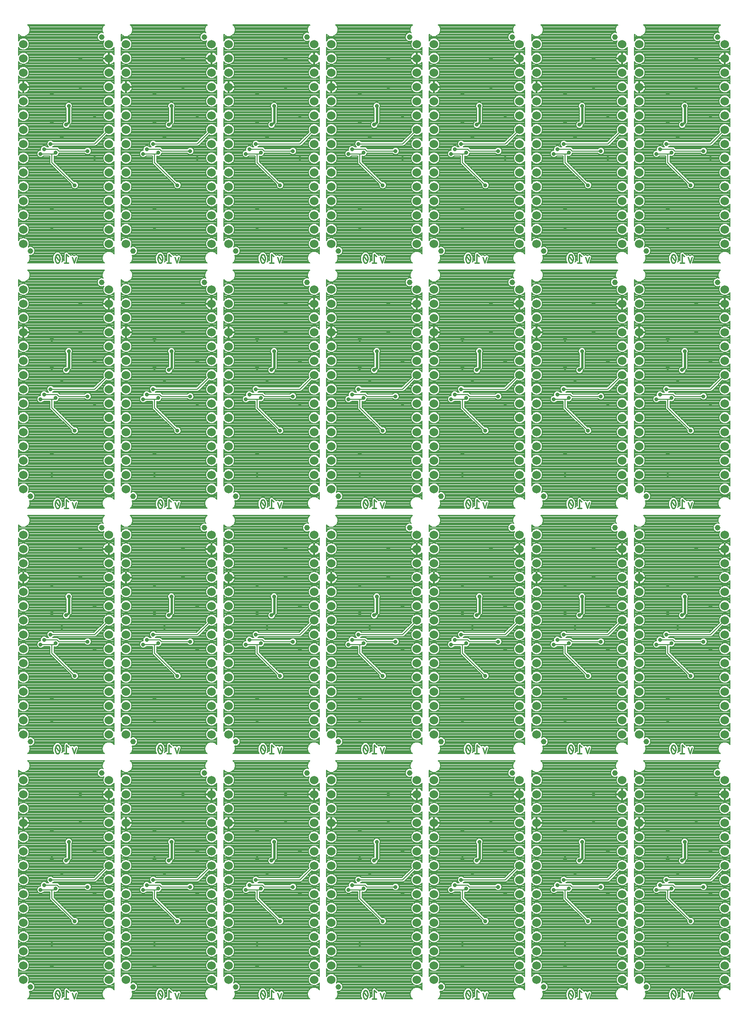
<source format=gbl>
G75*
%MOIN*%
%OFA0B0*%
%FSLAX25Y25*%
%IPPOS*%
%LPD*%
%AMOC8*
5,1,8,0,0,1.08239X$1,22.5*
%
%ADD10C,0.01100*%
%ADD11C,0.06000*%
%ADD12C,0.03937*%
%ADD13C,0.02900*%
%ADD14C,0.01600*%
%ADD15C,0.00800*%
%ADD16C,0.00700*%
D10*
X0058843Y0031119D02*
X0058902Y0031244D01*
X0058957Y0031371D01*
X0059009Y0031498D01*
X0059056Y0031628D01*
X0059101Y0031758D01*
X0059141Y0031890D01*
X0059178Y0032023D01*
X0059210Y0032157D01*
X0059240Y0032291D01*
X0059265Y0032427D01*
X0059286Y0032563D01*
X0059304Y0032700D01*
X0059317Y0032837D01*
X0059327Y0032974D01*
X0059333Y0033112D01*
X0059335Y0033250D01*
X0056057Y0033250D02*
X0056059Y0033388D01*
X0056065Y0033526D01*
X0056075Y0033663D01*
X0056088Y0033800D01*
X0056106Y0033937D01*
X0056127Y0034073D01*
X0056152Y0034209D01*
X0056182Y0034343D01*
X0056214Y0034477D01*
X0056251Y0034610D01*
X0056291Y0034742D01*
X0056336Y0034872D01*
X0056383Y0035002D01*
X0056435Y0035129D01*
X0056490Y0035256D01*
X0056549Y0035381D01*
X0056385Y0034889D02*
X0059007Y0031611D01*
X0057696Y0030300D02*
X0057628Y0030302D01*
X0057559Y0030308D01*
X0057492Y0030317D01*
X0057425Y0030331D01*
X0057359Y0030348D01*
X0057293Y0030369D01*
X0057230Y0030393D01*
X0057167Y0030421D01*
X0057107Y0030453D01*
X0057048Y0030488D01*
X0056991Y0030526D01*
X0056936Y0030567D01*
X0056884Y0030612D01*
X0056835Y0030659D01*
X0056788Y0030709D01*
X0056744Y0030761D01*
X0056703Y0030816D01*
X0056666Y0030873D01*
X0056631Y0030932D01*
X0056600Y0030993D01*
X0056573Y0031056D01*
X0056549Y0031120D01*
X0057696Y0030300D02*
X0057764Y0030302D01*
X0057833Y0030308D01*
X0057900Y0030317D01*
X0057967Y0030331D01*
X0058033Y0030348D01*
X0058099Y0030369D01*
X0058162Y0030393D01*
X0058225Y0030421D01*
X0058285Y0030453D01*
X0058344Y0030488D01*
X0058401Y0030526D01*
X0058456Y0030567D01*
X0058508Y0030612D01*
X0058557Y0030659D01*
X0058604Y0030709D01*
X0058648Y0030761D01*
X0058689Y0030816D01*
X0058726Y0030873D01*
X0058761Y0030932D01*
X0058792Y0030993D01*
X0058819Y0031056D01*
X0058843Y0031120D01*
X0056550Y0031119D02*
X0056491Y0031244D01*
X0056436Y0031371D01*
X0056384Y0031498D01*
X0056337Y0031628D01*
X0056292Y0031758D01*
X0056252Y0031890D01*
X0056215Y0032023D01*
X0056183Y0032157D01*
X0056153Y0032291D01*
X0056128Y0032427D01*
X0056107Y0032563D01*
X0056089Y0032700D01*
X0056076Y0032837D01*
X0056066Y0032974D01*
X0056060Y0033112D01*
X0056058Y0033250D01*
X0059335Y0033250D02*
X0059333Y0033388D01*
X0059327Y0033526D01*
X0059317Y0033663D01*
X0059304Y0033800D01*
X0059286Y0033937D01*
X0059265Y0034073D01*
X0059240Y0034209D01*
X0059210Y0034343D01*
X0059178Y0034477D01*
X0059141Y0034610D01*
X0059101Y0034742D01*
X0059056Y0034872D01*
X0059009Y0035002D01*
X0058957Y0035129D01*
X0058902Y0035256D01*
X0058843Y0035381D01*
X0058843Y0035380D02*
X0058819Y0035444D01*
X0058792Y0035507D01*
X0058761Y0035568D01*
X0058726Y0035627D01*
X0058689Y0035684D01*
X0058648Y0035739D01*
X0058604Y0035791D01*
X0058557Y0035841D01*
X0058508Y0035888D01*
X0058456Y0035933D01*
X0058401Y0035974D01*
X0058344Y0036012D01*
X0058285Y0036047D01*
X0058225Y0036079D01*
X0058162Y0036107D01*
X0058099Y0036131D01*
X0058033Y0036152D01*
X0057967Y0036169D01*
X0057900Y0036183D01*
X0057833Y0036192D01*
X0057764Y0036198D01*
X0057696Y0036200D01*
X0057628Y0036198D01*
X0057559Y0036192D01*
X0057492Y0036183D01*
X0057425Y0036169D01*
X0057359Y0036152D01*
X0057293Y0036131D01*
X0057230Y0036107D01*
X0057167Y0036079D01*
X0057107Y0036047D01*
X0057048Y0036012D01*
X0056991Y0035974D01*
X0056936Y0035933D01*
X0056884Y0035888D01*
X0056835Y0035841D01*
X0056788Y0035791D01*
X0056744Y0035739D01*
X0056703Y0035684D01*
X0056666Y0035627D01*
X0056631Y0035568D01*
X0056600Y0035507D01*
X0056573Y0035444D01*
X0056549Y0035380D01*
X0062211Y0030300D02*
X0065489Y0030300D01*
X0063850Y0030300D02*
X0063850Y0036200D01*
X0065489Y0034889D01*
X0068078Y0034233D02*
X0069389Y0030300D01*
X0070700Y0034233D01*
X0130843Y0031119D02*
X0130902Y0031244D01*
X0130957Y0031371D01*
X0131009Y0031498D01*
X0131056Y0031628D01*
X0131101Y0031758D01*
X0131141Y0031890D01*
X0131178Y0032023D01*
X0131210Y0032157D01*
X0131240Y0032291D01*
X0131265Y0032427D01*
X0131286Y0032563D01*
X0131304Y0032700D01*
X0131317Y0032837D01*
X0131327Y0032974D01*
X0131333Y0033112D01*
X0131335Y0033250D01*
X0128057Y0033250D02*
X0128059Y0033388D01*
X0128065Y0033526D01*
X0128075Y0033663D01*
X0128088Y0033800D01*
X0128106Y0033937D01*
X0128127Y0034073D01*
X0128152Y0034209D01*
X0128182Y0034343D01*
X0128214Y0034477D01*
X0128251Y0034610D01*
X0128291Y0034742D01*
X0128336Y0034872D01*
X0128383Y0035002D01*
X0128435Y0035129D01*
X0128490Y0035256D01*
X0128549Y0035381D01*
X0128385Y0034889D02*
X0131007Y0031611D01*
X0129696Y0030300D02*
X0129628Y0030302D01*
X0129559Y0030308D01*
X0129492Y0030317D01*
X0129425Y0030331D01*
X0129359Y0030348D01*
X0129293Y0030369D01*
X0129230Y0030393D01*
X0129167Y0030421D01*
X0129107Y0030453D01*
X0129048Y0030488D01*
X0128991Y0030526D01*
X0128936Y0030567D01*
X0128884Y0030612D01*
X0128835Y0030659D01*
X0128788Y0030709D01*
X0128744Y0030761D01*
X0128703Y0030816D01*
X0128666Y0030873D01*
X0128631Y0030932D01*
X0128600Y0030993D01*
X0128573Y0031056D01*
X0128549Y0031120D01*
X0129696Y0030300D02*
X0129764Y0030302D01*
X0129833Y0030308D01*
X0129900Y0030317D01*
X0129967Y0030331D01*
X0130033Y0030348D01*
X0130099Y0030369D01*
X0130162Y0030393D01*
X0130225Y0030421D01*
X0130285Y0030453D01*
X0130344Y0030488D01*
X0130401Y0030526D01*
X0130456Y0030567D01*
X0130508Y0030612D01*
X0130557Y0030659D01*
X0130604Y0030709D01*
X0130648Y0030761D01*
X0130689Y0030816D01*
X0130726Y0030873D01*
X0130761Y0030932D01*
X0130792Y0030993D01*
X0130819Y0031056D01*
X0130843Y0031120D01*
X0128550Y0031119D02*
X0128491Y0031244D01*
X0128436Y0031371D01*
X0128384Y0031498D01*
X0128337Y0031628D01*
X0128292Y0031758D01*
X0128252Y0031890D01*
X0128215Y0032023D01*
X0128183Y0032157D01*
X0128153Y0032291D01*
X0128128Y0032427D01*
X0128107Y0032563D01*
X0128089Y0032700D01*
X0128076Y0032837D01*
X0128066Y0032974D01*
X0128060Y0033112D01*
X0128058Y0033250D01*
X0131335Y0033250D02*
X0131333Y0033388D01*
X0131327Y0033526D01*
X0131317Y0033663D01*
X0131304Y0033800D01*
X0131286Y0033937D01*
X0131265Y0034073D01*
X0131240Y0034209D01*
X0131210Y0034343D01*
X0131178Y0034477D01*
X0131141Y0034610D01*
X0131101Y0034742D01*
X0131056Y0034872D01*
X0131009Y0035002D01*
X0130957Y0035129D01*
X0130902Y0035256D01*
X0130843Y0035381D01*
X0130843Y0035380D02*
X0130819Y0035444D01*
X0130792Y0035507D01*
X0130761Y0035568D01*
X0130726Y0035627D01*
X0130689Y0035684D01*
X0130648Y0035739D01*
X0130604Y0035791D01*
X0130557Y0035841D01*
X0130508Y0035888D01*
X0130456Y0035933D01*
X0130401Y0035974D01*
X0130344Y0036012D01*
X0130285Y0036047D01*
X0130225Y0036079D01*
X0130162Y0036107D01*
X0130099Y0036131D01*
X0130033Y0036152D01*
X0129967Y0036169D01*
X0129900Y0036183D01*
X0129833Y0036192D01*
X0129764Y0036198D01*
X0129696Y0036200D01*
X0129628Y0036198D01*
X0129559Y0036192D01*
X0129492Y0036183D01*
X0129425Y0036169D01*
X0129359Y0036152D01*
X0129293Y0036131D01*
X0129230Y0036107D01*
X0129167Y0036079D01*
X0129107Y0036047D01*
X0129048Y0036012D01*
X0128991Y0035974D01*
X0128936Y0035933D01*
X0128884Y0035888D01*
X0128835Y0035841D01*
X0128788Y0035791D01*
X0128744Y0035739D01*
X0128703Y0035684D01*
X0128666Y0035627D01*
X0128631Y0035568D01*
X0128600Y0035507D01*
X0128573Y0035444D01*
X0128549Y0035380D01*
X0135850Y0036200D02*
X0135850Y0030300D01*
X0137489Y0030300D02*
X0134211Y0030300D01*
X0137489Y0034889D02*
X0135850Y0036200D01*
X0140078Y0034233D02*
X0141389Y0030300D01*
X0142700Y0034233D01*
X0202843Y0031119D02*
X0202902Y0031244D01*
X0202957Y0031371D01*
X0203009Y0031498D01*
X0203056Y0031628D01*
X0203101Y0031758D01*
X0203141Y0031890D01*
X0203178Y0032023D01*
X0203210Y0032157D01*
X0203240Y0032291D01*
X0203265Y0032427D01*
X0203286Y0032563D01*
X0203304Y0032700D01*
X0203317Y0032837D01*
X0203327Y0032974D01*
X0203333Y0033112D01*
X0203335Y0033250D01*
X0200057Y0033250D02*
X0200059Y0033388D01*
X0200065Y0033526D01*
X0200075Y0033663D01*
X0200088Y0033800D01*
X0200106Y0033937D01*
X0200127Y0034073D01*
X0200152Y0034209D01*
X0200182Y0034343D01*
X0200214Y0034477D01*
X0200251Y0034610D01*
X0200291Y0034742D01*
X0200336Y0034872D01*
X0200383Y0035002D01*
X0200435Y0035129D01*
X0200490Y0035256D01*
X0200549Y0035381D01*
X0200385Y0034889D02*
X0203007Y0031611D01*
X0201696Y0030300D02*
X0201628Y0030302D01*
X0201559Y0030308D01*
X0201492Y0030317D01*
X0201425Y0030331D01*
X0201359Y0030348D01*
X0201293Y0030369D01*
X0201230Y0030393D01*
X0201167Y0030421D01*
X0201107Y0030453D01*
X0201048Y0030488D01*
X0200991Y0030526D01*
X0200936Y0030567D01*
X0200884Y0030612D01*
X0200835Y0030659D01*
X0200788Y0030709D01*
X0200744Y0030761D01*
X0200703Y0030816D01*
X0200666Y0030873D01*
X0200631Y0030932D01*
X0200600Y0030993D01*
X0200573Y0031056D01*
X0200549Y0031120D01*
X0201696Y0030300D02*
X0201764Y0030302D01*
X0201833Y0030308D01*
X0201900Y0030317D01*
X0201967Y0030331D01*
X0202033Y0030348D01*
X0202099Y0030369D01*
X0202162Y0030393D01*
X0202225Y0030421D01*
X0202285Y0030453D01*
X0202344Y0030488D01*
X0202401Y0030526D01*
X0202456Y0030567D01*
X0202508Y0030612D01*
X0202557Y0030659D01*
X0202604Y0030709D01*
X0202648Y0030761D01*
X0202689Y0030816D01*
X0202726Y0030873D01*
X0202761Y0030932D01*
X0202792Y0030993D01*
X0202819Y0031056D01*
X0202843Y0031120D01*
X0200550Y0031119D02*
X0200491Y0031244D01*
X0200436Y0031371D01*
X0200384Y0031498D01*
X0200337Y0031628D01*
X0200292Y0031758D01*
X0200252Y0031890D01*
X0200215Y0032023D01*
X0200183Y0032157D01*
X0200153Y0032291D01*
X0200128Y0032427D01*
X0200107Y0032563D01*
X0200089Y0032700D01*
X0200076Y0032837D01*
X0200066Y0032974D01*
X0200060Y0033112D01*
X0200058Y0033250D01*
X0203335Y0033250D02*
X0203333Y0033388D01*
X0203327Y0033526D01*
X0203317Y0033663D01*
X0203304Y0033800D01*
X0203286Y0033937D01*
X0203265Y0034073D01*
X0203240Y0034209D01*
X0203210Y0034343D01*
X0203178Y0034477D01*
X0203141Y0034610D01*
X0203101Y0034742D01*
X0203056Y0034872D01*
X0203009Y0035002D01*
X0202957Y0035129D01*
X0202902Y0035256D01*
X0202843Y0035381D01*
X0202843Y0035380D02*
X0202819Y0035444D01*
X0202792Y0035507D01*
X0202761Y0035568D01*
X0202726Y0035627D01*
X0202689Y0035684D01*
X0202648Y0035739D01*
X0202604Y0035791D01*
X0202557Y0035841D01*
X0202508Y0035888D01*
X0202456Y0035933D01*
X0202401Y0035974D01*
X0202344Y0036012D01*
X0202285Y0036047D01*
X0202225Y0036079D01*
X0202162Y0036107D01*
X0202099Y0036131D01*
X0202033Y0036152D01*
X0201967Y0036169D01*
X0201900Y0036183D01*
X0201833Y0036192D01*
X0201764Y0036198D01*
X0201696Y0036200D01*
X0201628Y0036198D01*
X0201559Y0036192D01*
X0201492Y0036183D01*
X0201425Y0036169D01*
X0201359Y0036152D01*
X0201293Y0036131D01*
X0201230Y0036107D01*
X0201167Y0036079D01*
X0201107Y0036047D01*
X0201048Y0036012D01*
X0200991Y0035974D01*
X0200936Y0035933D01*
X0200884Y0035888D01*
X0200835Y0035841D01*
X0200788Y0035791D01*
X0200744Y0035739D01*
X0200703Y0035684D01*
X0200666Y0035627D01*
X0200631Y0035568D01*
X0200600Y0035507D01*
X0200573Y0035444D01*
X0200549Y0035380D01*
X0207850Y0036200D02*
X0207850Y0030300D01*
X0209489Y0030300D02*
X0206211Y0030300D01*
X0209489Y0034889D02*
X0207850Y0036200D01*
X0212078Y0034233D02*
X0213389Y0030300D01*
X0214700Y0034233D01*
X0274843Y0031119D02*
X0274902Y0031244D01*
X0274957Y0031371D01*
X0275009Y0031498D01*
X0275056Y0031628D01*
X0275101Y0031758D01*
X0275141Y0031890D01*
X0275178Y0032023D01*
X0275210Y0032157D01*
X0275240Y0032291D01*
X0275265Y0032427D01*
X0275286Y0032563D01*
X0275304Y0032700D01*
X0275317Y0032837D01*
X0275327Y0032974D01*
X0275333Y0033112D01*
X0275335Y0033250D01*
X0272057Y0033250D02*
X0272059Y0033388D01*
X0272065Y0033526D01*
X0272075Y0033663D01*
X0272088Y0033800D01*
X0272106Y0033937D01*
X0272127Y0034073D01*
X0272152Y0034209D01*
X0272182Y0034343D01*
X0272214Y0034477D01*
X0272251Y0034610D01*
X0272291Y0034742D01*
X0272336Y0034872D01*
X0272383Y0035002D01*
X0272435Y0035129D01*
X0272490Y0035256D01*
X0272549Y0035381D01*
X0272385Y0034889D02*
X0275007Y0031611D01*
X0273696Y0030300D02*
X0273628Y0030302D01*
X0273559Y0030308D01*
X0273492Y0030317D01*
X0273425Y0030331D01*
X0273359Y0030348D01*
X0273293Y0030369D01*
X0273230Y0030393D01*
X0273167Y0030421D01*
X0273107Y0030453D01*
X0273048Y0030488D01*
X0272991Y0030526D01*
X0272936Y0030567D01*
X0272884Y0030612D01*
X0272835Y0030659D01*
X0272788Y0030709D01*
X0272744Y0030761D01*
X0272703Y0030816D01*
X0272666Y0030873D01*
X0272631Y0030932D01*
X0272600Y0030993D01*
X0272573Y0031056D01*
X0272549Y0031120D01*
X0273696Y0030300D02*
X0273764Y0030302D01*
X0273833Y0030308D01*
X0273900Y0030317D01*
X0273967Y0030331D01*
X0274033Y0030348D01*
X0274099Y0030369D01*
X0274162Y0030393D01*
X0274225Y0030421D01*
X0274285Y0030453D01*
X0274344Y0030488D01*
X0274401Y0030526D01*
X0274456Y0030567D01*
X0274508Y0030612D01*
X0274557Y0030659D01*
X0274604Y0030709D01*
X0274648Y0030761D01*
X0274689Y0030816D01*
X0274726Y0030873D01*
X0274761Y0030932D01*
X0274792Y0030993D01*
X0274819Y0031056D01*
X0274843Y0031120D01*
X0272550Y0031119D02*
X0272491Y0031244D01*
X0272436Y0031371D01*
X0272384Y0031498D01*
X0272337Y0031628D01*
X0272292Y0031758D01*
X0272252Y0031890D01*
X0272215Y0032023D01*
X0272183Y0032157D01*
X0272153Y0032291D01*
X0272128Y0032427D01*
X0272107Y0032563D01*
X0272089Y0032700D01*
X0272076Y0032837D01*
X0272066Y0032974D01*
X0272060Y0033112D01*
X0272058Y0033250D01*
X0275335Y0033250D02*
X0275333Y0033388D01*
X0275327Y0033526D01*
X0275317Y0033663D01*
X0275304Y0033800D01*
X0275286Y0033937D01*
X0275265Y0034073D01*
X0275240Y0034209D01*
X0275210Y0034343D01*
X0275178Y0034477D01*
X0275141Y0034610D01*
X0275101Y0034742D01*
X0275056Y0034872D01*
X0275009Y0035002D01*
X0274957Y0035129D01*
X0274902Y0035256D01*
X0274843Y0035381D01*
X0274843Y0035380D02*
X0274819Y0035444D01*
X0274792Y0035507D01*
X0274761Y0035568D01*
X0274726Y0035627D01*
X0274689Y0035684D01*
X0274648Y0035739D01*
X0274604Y0035791D01*
X0274557Y0035841D01*
X0274508Y0035888D01*
X0274456Y0035933D01*
X0274401Y0035974D01*
X0274344Y0036012D01*
X0274285Y0036047D01*
X0274225Y0036079D01*
X0274162Y0036107D01*
X0274099Y0036131D01*
X0274033Y0036152D01*
X0273967Y0036169D01*
X0273900Y0036183D01*
X0273833Y0036192D01*
X0273764Y0036198D01*
X0273696Y0036200D01*
X0273628Y0036198D01*
X0273559Y0036192D01*
X0273492Y0036183D01*
X0273425Y0036169D01*
X0273359Y0036152D01*
X0273293Y0036131D01*
X0273230Y0036107D01*
X0273167Y0036079D01*
X0273107Y0036047D01*
X0273048Y0036012D01*
X0272991Y0035974D01*
X0272936Y0035933D01*
X0272884Y0035888D01*
X0272835Y0035841D01*
X0272788Y0035791D01*
X0272744Y0035739D01*
X0272703Y0035684D01*
X0272666Y0035627D01*
X0272631Y0035568D01*
X0272600Y0035507D01*
X0272573Y0035444D01*
X0272549Y0035380D01*
X0278211Y0030300D02*
X0281489Y0030300D01*
X0279850Y0030300D02*
X0279850Y0036200D01*
X0281489Y0034889D01*
X0284078Y0034233D02*
X0285389Y0030300D01*
X0286700Y0034233D01*
X0346843Y0031119D02*
X0346902Y0031244D01*
X0346957Y0031371D01*
X0347009Y0031498D01*
X0347056Y0031628D01*
X0347101Y0031758D01*
X0347141Y0031890D01*
X0347178Y0032023D01*
X0347210Y0032157D01*
X0347240Y0032291D01*
X0347265Y0032427D01*
X0347286Y0032563D01*
X0347304Y0032700D01*
X0347317Y0032837D01*
X0347327Y0032974D01*
X0347333Y0033112D01*
X0347335Y0033250D01*
X0344057Y0033250D02*
X0344059Y0033388D01*
X0344065Y0033526D01*
X0344075Y0033663D01*
X0344088Y0033800D01*
X0344106Y0033937D01*
X0344127Y0034073D01*
X0344152Y0034209D01*
X0344182Y0034343D01*
X0344214Y0034477D01*
X0344251Y0034610D01*
X0344291Y0034742D01*
X0344336Y0034872D01*
X0344383Y0035002D01*
X0344435Y0035129D01*
X0344490Y0035256D01*
X0344549Y0035381D01*
X0344385Y0034889D02*
X0347007Y0031611D01*
X0345696Y0030300D02*
X0345628Y0030302D01*
X0345559Y0030308D01*
X0345492Y0030317D01*
X0345425Y0030331D01*
X0345359Y0030348D01*
X0345293Y0030369D01*
X0345230Y0030393D01*
X0345167Y0030421D01*
X0345107Y0030453D01*
X0345048Y0030488D01*
X0344991Y0030526D01*
X0344936Y0030567D01*
X0344884Y0030612D01*
X0344835Y0030659D01*
X0344788Y0030709D01*
X0344744Y0030761D01*
X0344703Y0030816D01*
X0344666Y0030873D01*
X0344631Y0030932D01*
X0344600Y0030993D01*
X0344573Y0031056D01*
X0344549Y0031120D01*
X0345696Y0030300D02*
X0345764Y0030302D01*
X0345833Y0030308D01*
X0345900Y0030317D01*
X0345967Y0030331D01*
X0346033Y0030348D01*
X0346099Y0030369D01*
X0346162Y0030393D01*
X0346225Y0030421D01*
X0346285Y0030453D01*
X0346344Y0030488D01*
X0346401Y0030526D01*
X0346456Y0030567D01*
X0346508Y0030612D01*
X0346557Y0030659D01*
X0346604Y0030709D01*
X0346648Y0030761D01*
X0346689Y0030816D01*
X0346726Y0030873D01*
X0346761Y0030932D01*
X0346792Y0030993D01*
X0346819Y0031056D01*
X0346843Y0031120D01*
X0344550Y0031119D02*
X0344491Y0031244D01*
X0344436Y0031371D01*
X0344384Y0031498D01*
X0344337Y0031628D01*
X0344292Y0031758D01*
X0344252Y0031890D01*
X0344215Y0032023D01*
X0344183Y0032157D01*
X0344153Y0032291D01*
X0344128Y0032427D01*
X0344107Y0032563D01*
X0344089Y0032700D01*
X0344076Y0032837D01*
X0344066Y0032974D01*
X0344060Y0033112D01*
X0344058Y0033250D01*
X0347335Y0033250D02*
X0347333Y0033388D01*
X0347327Y0033526D01*
X0347317Y0033663D01*
X0347304Y0033800D01*
X0347286Y0033937D01*
X0347265Y0034073D01*
X0347240Y0034209D01*
X0347210Y0034343D01*
X0347178Y0034477D01*
X0347141Y0034610D01*
X0347101Y0034742D01*
X0347056Y0034872D01*
X0347009Y0035002D01*
X0346957Y0035129D01*
X0346902Y0035256D01*
X0346843Y0035381D01*
X0346843Y0035380D02*
X0346819Y0035444D01*
X0346792Y0035507D01*
X0346761Y0035568D01*
X0346726Y0035627D01*
X0346689Y0035684D01*
X0346648Y0035739D01*
X0346604Y0035791D01*
X0346557Y0035841D01*
X0346508Y0035888D01*
X0346456Y0035933D01*
X0346401Y0035974D01*
X0346344Y0036012D01*
X0346285Y0036047D01*
X0346225Y0036079D01*
X0346162Y0036107D01*
X0346099Y0036131D01*
X0346033Y0036152D01*
X0345967Y0036169D01*
X0345900Y0036183D01*
X0345833Y0036192D01*
X0345764Y0036198D01*
X0345696Y0036200D01*
X0345628Y0036198D01*
X0345559Y0036192D01*
X0345492Y0036183D01*
X0345425Y0036169D01*
X0345359Y0036152D01*
X0345293Y0036131D01*
X0345230Y0036107D01*
X0345167Y0036079D01*
X0345107Y0036047D01*
X0345048Y0036012D01*
X0344991Y0035974D01*
X0344936Y0035933D01*
X0344884Y0035888D01*
X0344835Y0035841D01*
X0344788Y0035791D01*
X0344744Y0035739D01*
X0344703Y0035684D01*
X0344666Y0035627D01*
X0344631Y0035568D01*
X0344600Y0035507D01*
X0344573Y0035444D01*
X0344549Y0035380D01*
X0351850Y0036200D02*
X0351850Y0030300D01*
X0353489Y0030300D02*
X0350211Y0030300D01*
X0353489Y0034889D02*
X0351850Y0036200D01*
X0356078Y0034233D02*
X0357389Y0030300D01*
X0358700Y0034233D01*
X0418843Y0031119D02*
X0418902Y0031244D01*
X0418957Y0031371D01*
X0419009Y0031498D01*
X0419056Y0031628D01*
X0419101Y0031758D01*
X0419141Y0031890D01*
X0419178Y0032023D01*
X0419210Y0032157D01*
X0419240Y0032291D01*
X0419265Y0032427D01*
X0419286Y0032563D01*
X0419304Y0032700D01*
X0419317Y0032837D01*
X0419327Y0032974D01*
X0419333Y0033112D01*
X0419335Y0033250D01*
X0416057Y0033250D02*
X0416059Y0033388D01*
X0416065Y0033526D01*
X0416075Y0033663D01*
X0416088Y0033800D01*
X0416106Y0033937D01*
X0416127Y0034073D01*
X0416152Y0034209D01*
X0416182Y0034343D01*
X0416214Y0034477D01*
X0416251Y0034610D01*
X0416291Y0034742D01*
X0416336Y0034872D01*
X0416383Y0035002D01*
X0416435Y0035129D01*
X0416490Y0035256D01*
X0416549Y0035381D01*
X0416385Y0034889D02*
X0419007Y0031611D01*
X0417696Y0030300D02*
X0417628Y0030302D01*
X0417559Y0030308D01*
X0417492Y0030317D01*
X0417425Y0030331D01*
X0417359Y0030348D01*
X0417293Y0030369D01*
X0417230Y0030393D01*
X0417167Y0030421D01*
X0417107Y0030453D01*
X0417048Y0030488D01*
X0416991Y0030526D01*
X0416936Y0030567D01*
X0416884Y0030612D01*
X0416835Y0030659D01*
X0416788Y0030709D01*
X0416744Y0030761D01*
X0416703Y0030816D01*
X0416666Y0030873D01*
X0416631Y0030932D01*
X0416600Y0030993D01*
X0416573Y0031056D01*
X0416549Y0031120D01*
X0417696Y0030300D02*
X0417764Y0030302D01*
X0417833Y0030308D01*
X0417900Y0030317D01*
X0417967Y0030331D01*
X0418033Y0030348D01*
X0418099Y0030369D01*
X0418162Y0030393D01*
X0418225Y0030421D01*
X0418285Y0030453D01*
X0418344Y0030488D01*
X0418401Y0030526D01*
X0418456Y0030567D01*
X0418508Y0030612D01*
X0418557Y0030659D01*
X0418604Y0030709D01*
X0418648Y0030761D01*
X0418689Y0030816D01*
X0418726Y0030873D01*
X0418761Y0030932D01*
X0418792Y0030993D01*
X0418819Y0031056D01*
X0418843Y0031120D01*
X0416550Y0031119D02*
X0416491Y0031244D01*
X0416436Y0031371D01*
X0416384Y0031498D01*
X0416337Y0031628D01*
X0416292Y0031758D01*
X0416252Y0031890D01*
X0416215Y0032023D01*
X0416183Y0032157D01*
X0416153Y0032291D01*
X0416128Y0032427D01*
X0416107Y0032563D01*
X0416089Y0032700D01*
X0416076Y0032837D01*
X0416066Y0032974D01*
X0416060Y0033112D01*
X0416058Y0033250D01*
X0419335Y0033250D02*
X0419333Y0033388D01*
X0419327Y0033526D01*
X0419317Y0033663D01*
X0419304Y0033800D01*
X0419286Y0033937D01*
X0419265Y0034073D01*
X0419240Y0034209D01*
X0419210Y0034343D01*
X0419178Y0034477D01*
X0419141Y0034610D01*
X0419101Y0034742D01*
X0419056Y0034872D01*
X0419009Y0035002D01*
X0418957Y0035129D01*
X0418902Y0035256D01*
X0418843Y0035381D01*
X0418843Y0035380D02*
X0418819Y0035444D01*
X0418792Y0035507D01*
X0418761Y0035568D01*
X0418726Y0035627D01*
X0418689Y0035684D01*
X0418648Y0035739D01*
X0418604Y0035791D01*
X0418557Y0035841D01*
X0418508Y0035888D01*
X0418456Y0035933D01*
X0418401Y0035974D01*
X0418344Y0036012D01*
X0418285Y0036047D01*
X0418225Y0036079D01*
X0418162Y0036107D01*
X0418099Y0036131D01*
X0418033Y0036152D01*
X0417967Y0036169D01*
X0417900Y0036183D01*
X0417833Y0036192D01*
X0417764Y0036198D01*
X0417696Y0036200D01*
X0417628Y0036198D01*
X0417559Y0036192D01*
X0417492Y0036183D01*
X0417425Y0036169D01*
X0417359Y0036152D01*
X0417293Y0036131D01*
X0417230Y0036107D01*
X0417167Y0036079D01*
X0417107Y0036047D01*
X0417048Y0036012D01*
X0416991Y0035974D01*
X0416936Y0035933D01*
X0416884Y0035888D01*
X0416835Y0035841D01*
X0416788Y0035791D01*
X0416744Y0035739D01*
X0416703Y0035684D01*
X0416666Y0035627D01*
X0416631Y0035568D01*
X0416600Y0035507D01*
X0416573Y0035444D01*
X0416549Y0035380D01*
X0423850Y0036200D02*
X0423850Y0030300D01*
X0425489Y0030300D02*
X0422211Y0030300D01*
X0425489Y0034889D02*
X0423850Y0036200D01*
X0428078Y0034233D02*
X0429389Y0030300D01*
X0430700Y0034233D01*
X0490843Y0031119D02*
X0490902Y0031244D01*
X0490957Y0031371D01*
X0491009Y0031498D01*
X0491056Y0031628D01*
X0491101Y0031758D01*
X0491141Y0031890D01*
X0491178Y0032023D01*
X0491210Y0032157D01*
X0491240Y0032291D01*
X0491265Y0032427D01*
X0491286Y0032563D01*
X0491304Y0032700D01*
X0491317Y0032837D01*
X0491327Y0032974D01*
X0491333Y0033112D01*
X0491335Y0033250D01*
X0488057Y0033250D02*
X0488059Y0033388D01*
X0488065Y0033526D01*
X0488075Y0033663D01*
X0488088Y0033800D01*
X0488106Y0033937D01*
X0488127Y0034073D01*
X0488152Y0034209D01*
X0488182Y0034343D01*
X0488214Y0034477D01*
X0488251Y0034610D01*
X0488291Y0034742D01*
X0488336Y0034872D01*
X0488383Y0035002D01*
X0488435Y0035129D01*
X0488490Y0035256D01*
X0488549Y0035381D01*
X0488385Y0034889D02*
X0491007Y0031611D01*
X0489696Y0030300D02*
X0489628Y0030302D01*
X0489559Y0030308D01*
X0489492Y0030317D01*
X0489425Y0030331D01*
X0489359Y0030348D01*
X0489293Y0030369D01*
X0489230Y0030393D01*
X0489167Y0030421D01*
X0489107Y0030453D01*
X0489048Y0030488D01*
X0488991Y0030526D01*
X0488936Y0030567D01*
X0488884Y0030612D01*
X0488835Y0030659D01*
X0488788Y0030709D01*
X0488744Y0030761D01*
X0488703Y0030816D01*
X0488666Y0030873D01*
X0488631Y0030932D01*
X0488600Y0030993D01*
X0488573Y0031056D01*
X0488549Y0031120D01*
X0489696Y0030300D02*
X0489764Y0030302D01*
X0489833Y0030308D01*
X0489900Y0030317D01*
X0489967Y0030331D01*
X0490033Y0030348D01*
X0490099Y0030369D01*
X0490162Y0030393D01*
X0490225Y0030421D01*
X0490285Y0030453D01*
X0490344Y0030488D01*
X0490401Y0030526D01*
X0490456Y0030567D01*
X0490508Y0030612D01*
X0490557Y0030659D01*
X0490604Y0030709D01*
X0490648Y0030761D01*
X0490689Y0030816D01*
X0490726Y0030873D01*
X0490761Y0030932D01*
X0490792Y0030993D01*
X0490819Y0031056D01*
X0490843Y0031120D01*
X0488550Y0031119D02*
X0488491Y0031244D01*
X0488436Y0031371D01*
X0488384Y0031498D01*
X0488337Y0031628D01*
X0488292Y0031758D01*
X0488252Y0031890D01*
X0488215Y0032023D01*
X0488183Y0032157D01*
X0488153Y0032291D01*
X0488128Y0032427D01*
X0488107Y0032563D01*
X0488089Y0032700D01*
X0488076Y0032837D01*
X0488066Y0032974D01*
X0488060Y0033112D01*
X0488058Y0033250D01*
X0491335Y0033250D02*
X0491333Y0033388D01*
X0491327Y0033526D01*
X0491317Y0033663D01*
X0491304Y0033800D01*
X0491286Y0033937D01*
X0491265Y0034073D01*
X0491240Y0034209D01*
X0491210Y0034343D01*
X0491178Y0034477D01*
X0491141Y0034610D01*
X0491101Y0034742D01*
X0491056Y0034872D01*
X0491009Y0035002D01*
X0490957Y0035129D01*
X0490902Y0035256D01*
X0490843Y0035381D01*
X0490843Y0035380D02*
X0490819Y0035444D01*
X0490792Y0035507D01*
X0490761Y0035568D01*
X0490726Y0035627D01*
X0490689Y0035684D01*
X0490648Y0035739D01*
X0490604Y0035791D01*
X0490557Y0035841D01*
X0490508Y0035888D01*
X0490456Y0035933D01*
X0490401Y0035974D01*
X0490344Y0036012D01*
X0490285Y0036047D01*
X0490225Y0036079D01*
X0490162Y0036107D01*
X0490099Y0036131D01*
X0490033Y0036152D01*
X0489967Y0036169D01*
X0489900Y0036183D01*
X0489833Y0036192D01*
X0489764Y0036198D01*
X0489696Y0036200D01*
X0489628Y0036198D01*
X0489559Y0036192D01*
X0489492Y0036183D01*
X0489425Y0036169D01*
X0489359Y0036152D01*
X0489293Y0036131D01*
X0489230Y0036107D01*
X0489167Y0036079D01*
X0489107Y0036047D01*
X0489048Y0036012D01*
X0488991Y0035974D01*
X0488936Y0035933D01*
X0488884Y0035888D01*
X0488835Y0035841D01*
X0488788Y0035791D01*
X0488744Y0035739D01*
X0488703Y0035684D01*
X0488666Y0035627D01*
X0488631Y0035568D01*
X0488600Y0035507D01*
X0488573Y0035444D01*
X0488549Y0035380D01*
X0495850Y0036200D02*
X0495850Y0030300D01*
X0497489Y0030300D02*
X0494211Y0030300D01*
X0497489Y0034889D02*
X0495850Y0036200D01*
X0500078Y0034233D02*
X0501389Y0030300D01*
X0502700Y0034233D01*
X0501389Y0202300D02*
X0500078Y0206233D01*
X0502700Y0206233D02*
X0501389Y0202300D01*
X0497489Y0202300D02*
X0494211Y0202300D01*
X0495850Y0202300D02*
X0495850Y0208200D01*
X0497489Y0206889D01*
X0488058Y0205250D02*
X0488060Y0205112D01*
X0488066Y0204974D01*
X0488076Y0204837D01*
X0488089Y0204700D01*
X0488107Y0204563D01*
X0488128Y0204427D01*
X0488153Y0204291D01*
X0488183Y0204157D01*
X0488215Y0204023D01*
X0488252Y0203890D01*
X0488292Y0203758D01*
X0488337Y0203628D01*
X0488384Y0203498D01*
X0488436Y0203371D01*
X0488491Y0203244D01*
X0488550Y0203119D01*
X0489696Y0202300D02*
X0489764Y0202302D01*
X0489833Y0202308D01*
X0489900Y0202317D01*
X0489967Y0202331D01*
X0490033Y0202348D01*
X0490099Y0202369D01*
X0490162Y0202393D01*
X0490225Y0202421D01*
X0490285Y0202453D01*
X0490344Y0202488D01*
X0490401Y0202526D01*
X0490456Y0202567D01*
X0490508Y0202612D01*
X0490557Y0202659D01*
X0490604Y0202709D01*
X0490648Y0202761D01*
X0490689Y0202816D01*
X0490726Y0202873D01*
X0490761Y0202932D01*
X0490792Y0202993D01*
X0490819Y0203056D01*
X0490843Y0203120D01*
X0491007Y0203611D02*
X0488385Y0206889D01*
X0488549Y0207380D02*
X0488573Y0207444D01*
X0488600Y0207507D01*
X0488631Y0207568D01*
X0488666Y0207627D01*
X0488703Y0207684D01*
X0488744Y0207739D01*
X0488788Y0207791D01*
X0488835Y0207841D01*
X0488884Y0207888D01*
X0488936Y0207933D01*
X0488991Y0207974D01*
X0489048Y0208012D01*
X0489107Y0208047D01*
X0489167Y0208079D01*
X0489230Y0208107D01*
X0489293Y0208131D01*
X0489359Y0208152D01*
X0489425Y0208169D01*
X0489492Y0208183D01*
X0489559Y0208192D01*
X0489628Y0208198D01*
X0489696Y0208200D01*
X0489764Y0208198D01*
X0489833Y0208192D01*
X0489900Y0208183D01*
X0489967Y0208169D01*
X0490033Y0208152D01*
X0490099Y0208131D01*
X0490162Y0208107D01*
X0490225Y0208079D01*
X0490285Y0208047D01*
X0490344Y0208012D01*
X0490401Y0207974D01*
X0490456Y0207933D01*
X0490508Y0207888D01*
X0490557Y0207841D01*
X0490604Y0207791D01*
X0490648Y0207739D01*
X0490689Y0207684D01*
X0490726Y0207627D01*
X0490761Y0207568D01*
X0490792Y0207507D01*
X0490819Y0207444D01*
X0490843Y0207380D01*
X0488549Y0207381D02*
X0488490Y0207256D01*
X0488435Y0207129D01*
X0488383Y0207002D01*
X0488336Y0206872D01*
X0488291Y0206742D01*
X0488251Y0206610D01*
X0488214Y0206477D01*
X0488182Y0206343D01*
X0488152Y0206209D01*
X0488127Y0206073D01*
X0488106Y0205937D01*
X0488088Y0205800D01*
X0488075Y0205663D01*
X0488065Y0205526D01*
X0488059Y0205388D01*
X0488057Y0205250D01*
X0491335Y0205250D02*
X0491333Y0205388D01*
X0491327Y0205526D01*
X0491317Y0205663D01*
X0491304Y0205800D01*
X0491286Y0205937D01*
X0491265Y0206073D01*
X0491240Y0206209D01*
X0491210Y0206343D01*
X0491178Y0206477D01*
X0491141Y0206610D01*
X0491101Y0206742D01*
X0491056Y0206872D01*
X0491009Y0207002D01*
X0490957Y0207129D01*
X0490902Y0207256D01*
X0490843Y0207381D01*
X0488549Y0203120D02*
X0488573Y0203056D01*
X0488600Y0202993D01*
X0488631Y0202932D01*
X0488666Y0202873D01*
X0488703Y0202816D01*
X0488744Y0202761D01*
X0488788Y0202709D01*
X0488835Y0202659D01*
X0488884Y0202612D01*
X0488936Y0202567D01*
X0488991Y0202526D01*
X0489048Y0202488D01*
X0489107Y0202453D01*
X0489167Y0202421D01*
X0489230Y0202393D01*
X0489293Y0202369D01*
X0489359Y0202348D01*
X0489425Y0202331D01*
X0489492Y0202317D01*
X0489559Y0202308D01*
X0489628Y0202302D01*
X0489696Y0202300D01*
X0490843Y0203119D02*
X0490902Y0203244D01*
X0490957Y0203371D01*
X0491009Y0203498D01*
X0491056Y0203628D01*
X0491101Y0203758D01*
X0491141Y0203890D01*
X0491178Y0204023D01*
X0491210Y0204157D01*
X0491240Y0204291D01*
X0491265Y0204427D01*
X0491286Y0204563D01*
X0491304Y0204700D01*
X0491317Y0204837D01*
X0491327Y0204974D01*
X0491333Y0205112D01*
X0491335Y0205250D01*
X0430700Y0206233D02*
X0429389Y0202300D01*
X0428078Y0206233D01*
X0425489Y0206889D02*
X0423850Y0208200D01*
X0423850Y0202300D01*
X0425489Y0202300D02*
X0422211Y0202300D01*
X0416550Y0203119D02*
X0416491Y0203244D01*
X0416436Y0203371D01*
X0416384Y0203498D01*
X0416337Y0203628D01*
X0416292Y0203758D01*
X0416252Y0203890D01*
X0416215Y0204023D01*
X0416183Y0204157D01*
X0416153Y0204291D01*
X0416128Y0204427D01*
X0416107Y0204563D01*
X0416089Y0204700D01*
X0416076Y0204837D01*
X0416066Y0204974D01*
X0416060Y0205112D01*
X0416058Y0205250D01*
X0419335Y0205250D02*
X0419333Y0205388D01*
X0419327Y0205526D01*
X0419317Y0205663D01*
X0419304Y0205800D01*
X0419286Y0205937D01*
X0419265Y0206073D01*
X0419240Y0206209D01*
X0419210Y0206343D01*
X0419178Y0206477D01*
X0419141Y0206610D01*
X0419101Y0206742D01*
X0419056Y0206872D01*
X0419009Y0207002D01*
X0418957Y0207129D01*
X0418902Y0207256D01*
X0418843Y0207381D01*
X0418843Y0207380D02*
X0418819Y0207444D01*
X0418792Y0207507D01*
X0418761Y0207568D01*
X0418726Y0207627D01*
X0418689Y0207684D01*
X0418648Y0207739D01*
X0418604Y0207791D01*
X0418557Y0207841D01*
X0418508Y0207888D01*
X0418456Y0207933D01*
X0418401Y0207974D01*
X0418344Y0208012D01*
X0418285Y0208047D01*
X0418225Y0208079D01*
X0418162Y0208107D01*
X0418099Y0208131D01*
X0418033Y0208152D01*
X0417967Y0208169D01*
X0417900Y0208183D01*
X0417833Y0208192D01*
X0417764Y0208198D01*
X0417696Y0208200D01*
X0417628Y0208198D01*
X0417559Y0208192D01*
X0417492Y0208183D01*
X0417425Y0208169D01*
X0417359Y0208152D01*
X0417293Y0208131D01*
X0417230Y0208107D01*
X0417167Y0208079D01*
X0417107Y0208047D01*
X0417048Y0208012D01*
X0416991Y0207974D01*
X0416936Y0207933D01*
X0416884Y0207888D01*
X0416835Y0207841D01*
X0416788Y0207791D01*
X0416744Y0207739D01*
X0416703Y0207684D01*
X0416666Y0207627D01*
X0416631Y0207568D01*
X0416600Y0207507D01*
X0416573Y0207444D01*
X0416549Y0207380D01*
X0416385Y0206889D02*
X0419007Y0203611D01*
X0417696Y0202300D02*
X0417628Y0202302D01*
X0417559Y0202308D01*
X0417492Y0202317D01*
X0417425Y0202331D01*
X0417359Y0202348D01*
X0417293Y0202369D01*
X0417230Y0202393D01*
X0417167Y0202421D01*
X0417107Y0202453D01*
X0417048Y0202488D01*
X0416991Y0202526D01*
X0416936Y0202567D01*
X0416884Y0202612D01*
X0416835Y0202659D01*
X0416788Y0202709D01*
X0416744Y0202761D01*
X0416703Y0202816D01*
X0416666Y0202873D01*
X0416631Y0202932D01*
X0416600Y0202993D01*
X0416573Y0203056D01*
X0416549Y0203120D01*
X0417696Y0202300D02*
X0417764Y0202302D01*
X0417833Y0202308D01*
X0417900Y0202317D01*
X0417967Y0202331D01*
X0418033Y0202348D01*
X0418099Y0202369D01*
X0418162Y0202393D01*
X0418225Y0202421D01*
X0418285Y0202453D01*
X0418344Y0202488D01*
X0418401Y0202526D01*
X0418456Y0202567D01*
X0418508Y0202612D01*
X0418557Y0202659D01*
X0418604Y0202709D01*
X0418648Y0202761D01*
X0418689Y0202816D01*
X0418726Y0202873D01*
X0418761Y0202932D01*
X0418792Y0202993D01*
X0418819Y0203056D01*
X0418843Y0203120D01*
X0416057Y0205250D02*
X0416059Y0205388D01*
X0416065Y0205526D01*
X0416075Y0205663D01*
X0416088Y0205800D01*
X0416106Y0205937D01*
X0416127Y0206073D01*
X0416152Y0206209D01*
X0416182Y0206343D01*
X0416214Y0206477D01*
X0416251Y0206610D01*
X0416291Y0206742D01*
X0416336Y0206872D01*
X0416383Y0207002D01*
X0416435Y0207129D01*
X0416490Y0207256D01*
X0416549Y0207381D01*
X0419335Y0205250D02*
X0419333Y0205112D01*
X0419327Y0204974D01*
X0419317Y0204837D01*
X0419304Y0204700D01*
X0419286Y0204563D01*
X0419265Y0204427D01*
X0419240Y0204291D01*
X0419210Y0204157D01*
X0419178Y0204023D01*
X0419141Y0203890D01*
X0419101Y0203758D01*
X0419056Y0203628D01*
X0419009Y0203498D01*
X0418957Y0203371D01*
X0418902Y0203244D01*
X0418843Y0203119D01*
X0358700Y0206233D02*
X0357389Y0202300D01*
X0356078Y0206233D01*
X0353489Y0206889D02*
X0351850Y0208200D01*
X0351850Y0202300D01*
X0353489Y0202300D02*
X0350211Y0202300D01*
X0344550Y0203119D02*
X0344491Y0203244D01*
X0344436Y0203371D01*
X0344384Y0203498D01*
X0344337Y0203628D01*
X0344292Y0203758D01*
X0344252Y0203890D01*
X0344215Y0204023D01*
X0344183Y0204157D01*
X0344153Y0204291D01*
X0344128Y0204427D01*
X0344107Y0204563D01*
X0344089Y0204700D01*
X0344076Y0204837D01*
X0344066Y0204974D01*
X0344060Y0205112D01*
X0344058Y0205250D01*
X0347335Y0205250D02*
X0347333Y0205388D01*
X0347327Y0205526D01*
X0347317Y0205663D01*
X0347304Y0205800D01*
X0347286Y0205937D01*
X0347265Y0206073D01*
X0347240Y0206209D01*
X0347210Y0206343D01*
X0347178Y0206477D01*
X0347141Y0206610D01*
X0347101Y0206742D01*
X0347056Y0206872D01*
X0347009Y0207002D01*
X0346957Y0207129D01*
X0346902Y0207256D01*
X0346843Y0207381D01*
X0346843Y0207380D02*
X0346819Y0207444D01*
X0346792Y0207507D01*
X0346761Y0207568D01*
X0346726Y0207627D01*
X0346689Y0207684D01*
X0346648Y0207739D01*
X0346604Y0207791D01*
X0346557Y0207841D01*
X0346508Y0207888D01*
X0346456Y0207933D01*
X0346401Y0207974D01*
X0346344Y0208012D01*
X0346285Y0208047D01*
X0346225Y0208079D01*
X0346162Y0208107D01*
X0346099Y0208131D01*
X0346033Y0208152D01*
X0345967Y0208169D01*
X0345900Y0208183D01*
X0345833Y0208192D01*
X0345764Y0208198D01*
X0345696Y0208200D01*
X0345628Y0208198D01*
X0345559Y0208192D01*
X0345492Y0208183D01*
X0345425Y0208169D01*
X0345359Y0208152D01*
X0345293Y0208131D01*
X0345230Y0208107D01*
X0345167Y0208079D01*
X0345107Y0208047D01*
X0345048Y0208012D01*
X0344991Y0207974D01*
X0344936Y0207933D01*
X0344884Y0207888D01*
X0344835Y0207841D01*
X0344788Y0207791D01*
X0344744Y0207739D01*
X0344703Y0207684D01*
X0344666Y0207627D01*
X0344631Y0207568D01*
X0344600Y0207507D01*
X0344573Y0207444D01*
X0344549Y0207380D01*
X0344385Y0206889D02*
X0347007Y0203611D01*
X0345696Y0202300D02*
X0345628Y0202302D01*
X0345559Y0202308D01*
X0345492Y0202317D01*
X0345425Y0202331D01*
X0345359Y0202348D01*
X0345293Y0202369D01*
X0345230Y0202393D01*
X0345167Y0202421D01*
X0345107Y0202453D01*
X0345048Y0202488D01*
X0344991Y0202526D01*
X0344936Y0202567D01*
X0344884Y0202612D01*
X0344835Y0202659D01*
X0344788Y0202709D01*
X0344744Y0202761D01*
X0344703Y0202816D01*
X0344666Y0202873D01*
X0344631Y0202932D01*
X0344600Y0202993D01*
X0344573Y0203056D01*
X0344549Y0203120D01*
X0345696Y0202300D02*
X0345764Y0202302D01*
X0345833Y0202308D01*
X0345900Y0202317D01*
X0345967Y0202331D01*
X0346033Y0202348D01*
X0346099Y0202369D01*
X0346162Y0202393D01*
X0346225Y0202421D01*
X0346285Y0202453D01*
X0346344Y0202488D01*
X0346401Y0202526D01*
X0346456Y0202567D01*
X0346508Y0202612D01*
X0346557Y0202659D01*
X0346604Y0202709D01*
X0346648Y0202761D01*
X0346689Y0202816D01*
X0346726Y0202873D01*
X0346761Y0202932D01*
X0346792Y0202993D01*
X0346819Y0203056D01*
X0346843Y0203120D01*
X0344057Y0205250D02*
X0344059Y0205388D01*
X0344065Y0205526D01*
X0344075Y0205663D01*
X0344088Y0205800D01*
X0344106Y0205937D01*
X0344127Y0206073D01*
X0344152Y0206209D01*
X0344182Y0206343D01*
X0344214Y0206477D01*
X0344251Y0206610D01*
X0344291Y0206742D01*
X0344336Y0206872D01*
X0344383Y0207002D01*
X0344435Y0207129D01*
X0344490Y0207256D01*
X0344549Y0207381D01*
X0347335Y0205250D02*
X0347333Y0205112D01*
X0347327Y0204974D01*
X0347317Y0204837D01*
X0347304Y0204700D01*
X0347286Y0204563D01*
X0347265Y0204427D01*
X0347240Y0204291D01*
X0347210Y0204157D01*
X0347178Y0204023D01*
X0347141Y0203890D01*
X0347101Y0203758D01*
X0347056Y0203628D01*
X0347009Y0203498D01*
X0346957Y0203371D01*
X0346902Y0203244D01*
X0346843Y0203119D01*
X0286700Y0206233D02*
X0285389Y0202300D01*
X0284078Y0206233D01*
X0281489Y0206889D02*
X0279850Y0208200D01*
X0279850Y0202300D01*
X0281489Y0202300D02*
X0278211Y0202300D01*
X0272550Y0203119D02*
X0272491Y0203244D01*
X0272436Y0203371D01*
X0272384Y0203498D01*
X0272337Y0203628D01*
X0272292Y0203758D01*
X0272252Y0203890D01*
X0272215Y0204023D01*
X0272183Y0204157D01*
X0272153Y0204291D01*
X0272128Y0204427D01*
X0272107Y0204563D01*
X0272089Y0204700D01*
X0272076Y0204837D01*
X0272066Y0204974D01*
X0272060Y0205112D01*
X0272058Y0205250D01*
X0275335Y0205250D02*
X0275333Y0205388D01*
X0275327Y0205526D01*
X0275317Y0205663D01*
X0275304Y0205800D01*
X0275286Y0205937D01*
X0275265Y0206073D01*
X0275240Y0206209D01*
X0275210Y0206343D01*
X0275178Y0206477D01*
X0275141Y0206610D01*
X0275101Y0206742D01*
X0275056Y0206872D01*
X0275009Y0207002D01*
X0274957Y0207129D01*
X0274902Y0207256D01*
X0274843Y0207381D01*
X0274843Y0207380D02*
X0274819Y0207444D01*
X0274792Y0207507D01*
X0274761Y0207568D01*
X0274726Y0207627D01*
X0274689Y0207684D01*
X0274648Y0207739D01*
X0274604Y0207791D01*
X0274557Y0207841D01*
X0274508Y0207888D01*
X0274456Y0207933D01*
X0274401Y0207974D01*
X0274344Y0208012D01*
X0274285Y0208047D01*
X0274225Y0208079D01*
X0274162Y0208107D01*
X0274099Y0208131D01*
X0274033Y0208152D01*
X0273967Y0208169D01*
X0273900Y0208183D01*
X0273833Y0208192D01*
X0273764Y0208198D01*
X0273696Y0208200D01*
X0273628Y0208198D01*
X0273559Y0208192D01*
X0273492Y0208183D01*
X0273425Y0208169D01*
X0273359Y0208152D01*
X0273293Y0208131D01*
X0273230Y0208107D01*
X0273167Y0208079D01*
X0273107Y0208047D01*
X0273048Y0208012D01*
X0272991Y0207974D01*
X0272936Y0207933D01*
X0272884Y0207888D01*
X0272835Y0207841D01*
X0272788Y0207791D01*
X0272744Y0207739D01*
X0272703Y0207684D01*
X0272666Y0207627D01*
X0272631Y0207568D01*
X0272600Y0207507D01*
X0272573Y0207444D01*
X0272549Y0207380D01*
X0272385Y0206889D02*
X0275007Y0203611D01*
X0273696Y0202300D02*
X0273628Y0202302D01*
X0273559Y0202308D01*
X0273492Y0202317D01*
X0273425Y0202331D01*
X0273359Y0202348D01*
X0273293Y0202369D01*
X0273230Y0202393D01*
X0273167Y0202421D01*
X0273107Y0202453D01*
X0273048Y0202488D01*
X0272991Y0202526D01*
X0272936Y0202567D01*
X0272884Y0202612D01*
X0272835Y0202659D01*
X0272788Y0202709D01*
X0272744Y0202761D01*
X0272703Y0202816D01*
X0272666Y0202873D01*
X0272631Y0202932D01*
X0272600Y0202993D01*
X0272573Y0203056D01*
X0272549Y0203120D01*
X0273696Y0202300D02*
X0273764Y0202302D01*
X0273833Y0202308D01*
X0273900Y0202317D01*
X0273967Y0202331D01*
X0274033Y0202348D01*
X0274099Y0202369D01*
X0274162Y0202393D01*
X0274225Y0202421D01*
X0274285Y0202453D01*
X0274344Y0202488D01*
X0274401Y0202526D01*
X0274456Y0202567D01*
X0274508Y0202612D01*
X0274557Y0202659D01*
X0274604Y0202709D01*
X0274648Y0202761D01*
X0274689Y0202816D01*
X0274726Y0202873D01*
X0274761Y0202932D01*
X0274792Y0202993D01*
X0274819Y0203056D01*
X0274843Y0203120D01*
X0272057Y0205250D02*
X0272059Y0205388D01*
X0272065Y0205526D01*
X0272075Y0205663D01*
X0272088Y0205800D01*
X0272106Y0205937D01*
X0272127Y0206073D01*
X0272152Y0206209D01*
X0272182Y0206343D01*
X0272214Y0206477D01*
X0272251Y0206610D01*
X0272291Y0206742D01*
X0272336Y0206872D01*
X0272383Y0207002D01*
X0272435Y0207129D01*
X0272490Y0207256D01*
X0272549Y0207381D01*
X0275335Y0205250D02*
X0275333Y0205112D01*
X0275327Y0204974D01*
X0275317Y0204837D01*
X0275304Y0204700D01*
X0275286Y0204563D01*
X0275265Y0204427D01*
X0275240Y0204291D01*
X0275210Y0204157D01*
X0275178Y0204023D01*
X0275141Y0203890D01*
X0275101Y0203758D01*
X0275056Y0203628D01*
X0275009Y0203498D01*
X0274957Y0203371D01*
X0274902Y0203244D01*
X0274843Y0203119D01*
X0214700Y0206233D02*
X0213389Y0202300D01*
X0212078Y0206233D01*
X0209489Y0206889D02*
X0207850Y0208200D01*
X0207850Y0202300D01*
X0209489Y0202300D02*
X0206211Y0202300D01*
X0200550Y0203119D02*
X0200491Y0203244D01*
X0200436Y0203371D01*
X0200384Y0203498D01*
X0200337Y0203628D01*
X0200292Y0203758D01*
X0200252Y0203890D01*
X0200215Y0204023D01*
X0200183Y0204157D01*
X0200153Y0204291D01*
X0200128Y0204427D01*
X0200107Y0204563D01*
X0200089Y0204700D01*
X0200076Y0204837D01*
X0200066Y0204974D01*
X0200060Y0205112D01*
X0200058Y0205250D01*
X0203335Y0205250D02*
X0203333Y0205388D01*
X0203327Y0205526D01*
X0203317Y0205663D01*
X0203304Y0205800D01*
X0203286Y0205937D01*
X0203265Y0206073D01*
X0203240Y0206209D01*
X0203210Y0206343D01*
X0203178Y0206477D01*
X0203141Y0206610D01*
X0203101Y0206742D01*
X0203056Y0206872D01*
X0203009Y0207002D01*
X0202957Y0207129D01*
X0202902Y0207256D01*
X0202843Y0207381D01*
X0202843Y0207380D02*
X0202819Y0207444D01*
X0202792Y0207507D01*
X0202761Y0207568D01*
X0202726Y0207627D01*
X0202689Y0207684D01*
X0202648Y0207739D01*
X0202604Y0207791D01*
X0202557Y0207841D01*
X0202508Y0207888D01*
X0202456Y0207933D01*
X0202401Y0207974D01*
X0202344Y0208012D01*
X0202285Y0208047D01*
X0202225Y0208079D01*
X0202162Y0208107D01*
X0202099Y0208131D01*
X0202033Y0208152D01*
X0201967Y0208169D01*
X0201900Y0208183D01*
X0201833Y0208192D01*
X0201764Y0208198D01*
X0201696Y0208200D01*
X0201628Y0208198D01*
X0201559Y0208192D01*
X0201492Y0208183D01*
X0201425Y0208169D01*
X0201359Y0208152D01*
X0201293Y0208131D01*
X0201230Y0208107D01*
X0201167Y0208079D01*
X0201107Y0208047D01*
X0201048Y0208012D01*
X0200991Y0207974D01*
X0200936Y0207933D01*
X0200884Y0207888D01*
X0200835Y0207841D01*
X0200788Y0207791D01*
X0200744Y0207739D01*
X0200703Y0207684D01*
X0200666Y0207627D01*
X0200631Y0207568D01*
X0200600Y0207507D01*
X0200573Y0207444D01*
X0200549Y0207380D01*
X0200385Y0206889D02*
X0203007Y0203611D01*
X0201696Y0202300D02*
X0201628Y0202302D01*
X0201559Y0202308D01*
X0201492Y0202317D01*
X0201425Y0202331D01*
X0201359Y0202348D01*
X0201293Y0202369D01*
X0201230Y0202393D01*
X0201167Y0202421D01*
X0201107Y0202453D01*
X0201048Y0202488D01*
X0200991Y0202526D01*
X0200936Y0202567D01*
X0200884Y0202612D01*
X0200835Y0202659D01*
X0200788Y0202709D01*
X0200744Y0202761D01*
X0200703Y0202816D01*
X0200666Y0202873D01*
X0200631Y0202932D01*
X0200600Y0202993D01*
X0200573Y0203056D01*
X0200549Y0203120D01*
X0201696Y0202300D02*
X0201764Y0202302D01*
X0201833Y0202308D01*
X0201900Y0202317D01*
X0201967Y0202331D01*
X0202033Y0202348D01*
X0202099Y0202369D01*
X0202162Y0202393D01*
X0202225Y0202421D01*
X0202285Y0202453D01*
X0202344Y0202488D01*
X0202401Y0202526D01*
X0202456Y0202567D01*
X0202508Y0202612D01*
X0202557Y0202659D01*
X0202604Y0202709D01*
X0202648Y0202761D01*
X0202689Y0202816D01*
X0202726Y0202873D01*
X0202761Y0202932D01*
X0202792Y0202993D01*
X0202819Y0203056D01*
X0202843Y0203120D01*
X0200057Y0205250D02*
X0200059Y0205388D01*
X0200065Y0205526D01*
X0200075Y0205663D01*
X0200088Y0205800D01*
X0200106Y0205937D01*
X0200127Y0206073D01*
X0200152Y0206209D01*
X0200182Y0206343D01*
X0200214Y0206477D01*
X0200251Y0206610D01*
X0200291Y0206742D01*
X0200336Y0206872D01*
X0200383Y0207002D01*
X0200435Y0207129D01*
X0200490Y0207256D01*
X0200549Y0207381D01*
X0203335Y0205250D02*
X0203333Y0205112D01*
X0203327Y0204974D01*
X0203317Y0204837D01*
X0203304Y0204700D01*
X0203286Y0204563D01*
X0203265Y0204427D01*
X0203240Y0204291D01*
X0203210Y0204157D01*
X0203178Y0204023D01*
X0203141Y0203890D01*
X0203101Y0203758D01*
X0203056Y0203628D01*
X0203009Y0203498D01*
X0202957Y0203371D01*
X0202902Y0203244D01*
X0202843Y0203119D01*
X0142700Y0206233D02*
X0141389Y0202300D01*
X0140078Y0206233D01*
X0137489Y0206889D02*
X0135850Y0208200D01*
X0135850Y0202300D01*
X0137489Y0202300D02*
X0134211Y0202300D01*
X0128550Y0203119D02*
X0128491Y0203244D01*
X0128436Y0203371D01*
X0128384Y0203498D01*
X0128337Y0203628D01*
X0128292Y0203758D01*
X0128252Y0203890D01*
X0128215Y0204023D01*
X0128183Y0204157D01*
X0128153Y0204291D01*
X0128128Y0204427D01*
X0128107Y0204563D01*
X0128089Y0204700D01*
X0128076Y0204837D01*
X0128066Y0204974D01*
X0128060Y0205112D01*
X0128058Y0205250D01*
X0131335Y0205250D02*
X0131333Y0205388D01*
X0131327Y0205526D01*
X0131317Y0205663D01*
X0131304Y0205800D01*
X0131286Y0205937D01*
X0131265Y0206073D01*
X0131240Y0206209D01*
X0131210Y0206343D01*
X0131178Y0206477D01*
X0131141Y0206610D01*
X0131101Y0206742D01*
X0131056Y0206872D01*
X0131009Y0207002D01*
X0130957Y0207129D01*
X0130902Y0207256D01*
X0130843Y0207381D01*
X0130843Y0207380D02*
X0130819Y0207444D01*
X0130792Y0207507D01*
X0130761Y0207568D01*
X0130726Y0207627D01*
X0130689Y0207684D01*
X0130648Y0207739D01*
X0130604Y0207791D01*
X0130557Y0207841D01*
X0130508Y0207888D01*
X0130456Y0207933D01*
X0130401Y0207974D01*
X0130344Y0208012D01*
X0130285Y0208047D01*
X0130225Y0208079D01*
X0130162Y0208107D01*
X0130099Y0208131D01*
X0130033Y0208152D01*
X0129967Y0208169D01*
X0129900Y0208183D01*
X0129833Y0208192D01*
X0129764Y0208198D01*
X0129696Y0208200D01*
X0129628Y0208198D01*
X0129559Y0208192D01*
X0129492Y0208183D01*
X0129425Y0208169D01*
X0129359Y0208152D01*
X0129293Y0208131D01*
X0129230Y0208107D01*
X0129167Y0208079D01*
X0129107Y0208047D01*
X0129048Y0208012D01*
X0128991Y0207974D01*
X0128936Y0207933D01*
X0128884Y0207888D01*
X0128835Y0207841D01*
X0128788Y0207791D01*
X0128744Y0207739D01*
X0128703Y0207684D01*
X0128666Y0207627D01*
X0128631Y0207568D01*
X0128600Y0207507D01*
X0128573Y0207444D01*
X0128549Y0207380D01*
X0128385Y0206889D02*
X0131007Y0203611D01*
X0129696Y0202300D02*
X0129628Y0202302D01*
X0129559Y0202308D01*
X0129492Y0202317D01*
X0129425Y0202331D01*
X0129359Y0202348D01*
X0129293Y0202369D01*
X0129230Y0202393D01*
X0129167Y0202421D01*
X0129107Y0202453D01*
X0129048Y0202488D01*
X0128991Y0202526D01*
X0128936Y0202567D01*
X0128884Y0202612D01*
X0128835Y0202659D01*
X0128788Y0202709D01*
X0128744Y0202761D01*
X0128703Y0202816D01*
X0128666Y0202873D01*
X0128631Y0202932D01*
X0128600Y0202993D01*
X0128573Y0203056D01*
X0128549Y0203120D01*
X0129696Y0202300D02*
X0129764Y0202302D01*
X0129833Y0202308D01*
X0129900Y0202317D01*
X0129967Y0202331D01*
X0130033Y0202348D01*
X0130099Y0202369D01*
X0130162Y0202393D01*
X0130225Y0202421D01*
X0130285Y0202453D01*
X0130344Y0202488D01*
X0130401Y0202526D01*
X0130456Y0202567D01*
X0130508Y0202612D01*
X0130557Y0202659D01*
X0130604Y0202709D01*
X0130648Y0202761D01*
X0130689Y0202816D01*
X0130726Y0202873D01*
X0130761Y0202932D01*
X0130792Y0202993D01*
X0130819Y0203056D01*
X0130843Y0203120D01*
X0128057Y0205250D02*
X0128059Y0205388D01*
X0128065Y0205526D01*
X0128075Y0205663D01*
X0128088Y0205800D01*
X0128106Y0205937D01*
X0128127Y0206073D01*
X0128152Y0206209D01*
X0128182Y0206343D01*
X0128214Y0206477D01*
X0128251Y0206610D01*
X0128291Y0206742D01*
X0128336Y0206872D01*
X0128383Y0207002D01*
X0128435Y0207129D01*
X0128490Y0207256D01*
X0128549Y0207381D01*
X0131335Y0205250D02*
X0131333Y0205112D01*
X0131327Y0204974D01*
X0131317Y0204837D01*
X0131304Y0204700D01*
X0131286Y0204563D01*
X0131265Y0204427D01*
X0131240Y0204291D01*
X0131210Y0204157D01*
X0131178Y0204023D01*
X0131141Y0203890D01*
X0131101Y0203758D01*
X0131056Y0203628D01*
X0131009Y0203498D01*
X0130957Y0203371D01*
X0130902Y0203244D01*
X0130843Y0203119D01*
X0070700Y0206233D02*
X0069389Y0202300D01*
X0068078Y0206233D01*
X0065489Y0206889D02*
X0063850Y0208200D01*
X0063850Y0202300D01*
X0065489Y0202300D02*
X0062211Y0202300D01*
X0056550Y0203119D02*
X0056491Y0203244D01*
X0056436Y0203371D01*
X0056384Y0203498D01*
X0056337Y0203628D01*
X0056292Y0203758D01*
X0056252Y0203890D01*
X0056215Y0204023D01*
X0056183Y0204157D01*
X0056153Y0204291D01*
X0056128Y0204427D01*
X0056107Y0204563D01*
X0056089Y0204700D01*
X0056076Y0204837D01*
X0056066Y0204974D01*
X0056060Y0205112D01*
X0056058Y0205250D01*
X0059335Y0205250D02*
X0059333Y0205388D01*
X0059327Y0205526D01*
X0059317Y0205663D01*
X0059304Y0205800D01*
X0059286Y0205937D01*
X0059265Y0206073D01*
X0059240Y0206209D01*
X0059210Y0206343D01*
X0059178Y0206477D01*
X0059141Y0206610D01*
X0059101Y0206742D01*
X0059056Y0206872D01*
X0059009Y0207002D01*
X0058957Y0207129D01*
X0058902Y0207256D01*
X0058843Y0207381D01*
X0058843Y0207380D02*
X0058819Y0207444D01*
X0058792Y0207507D01*
X0058761Y0207568D01*
X0058726Y0207627D01*
X0058689Y0207684D01*
X0058648Y0207739D01*
X0058604Y0207791D01*
X0058557Y0207841D01*
X0058508Y0207888D01*
X0058456Y0207933D01*
X0058401Y0207974D01*
X0058344Y0208012D01*
X0058285Y0208047D01*
X0058225Y0208079D01*
X0058162Y0208107D01*
X0058099Y0208131D01*
X0058033Y0208152D01*
X0057967Y0208169D01*
X0057900Y0208183D01*
X0057833Y0208192D01*
X0057764Y0208198D01*
X0057696Y0208200D01*
X0057628Y0208198D01*
X0057559Y0208192D01*
X0057492Y0208183D01*
X0057425Y0208169D01*
X0057359Y0208152D01*
X0057293Y0208131D01*
X0057230Y0208107D01*
X0057167Y0208079D01*
X0057107Y0208047D01*
X0057048Y0208012D01*
X0056991Y0207974D01*
X0056936Y0207933D01*
X0056884Y0207888D01*
X0056835Y0207841D01*
X0056788Y0207791D01*
X0056744Y0207739D01*
X0056703Y0207684D01*
X0056666Y0207627D01*
X0056631Y0207568D01*
X0056600Y0207507D01*
X0056573Y0207444D01*
X0056549Y0207380D01*
X0056385Y0206889D02*
X0059007Y0203611D01*
X0057696Y0202300D02*
X0057628Y0202302D01*
X0057559Y0202308D01*
X0057492Y0202317D01*
X0057425Y0202331D01*
X0057359Y0202348D01*
X0057293Y0202369D01*
X0057230Y0202393D01*
X0057167Y0202421D01*
X0057107Y0202453D01*
X0057048Y0202488D01*
X0056991Y0202526D01*
X0056936Y0202567D01*
X0056884Y0202612D01*
X0056835Y0202659D01*
X0056788Y0202709D01*
X0056744Y0202761D01*
X0056703Y0202816D01*
X0056666Y0202873D01*
X0056631Y0202932D01*
X0056600Y0202993D01*
X0056573Y0203056D01*
X0056549Y0203120D01*
X0057696Y0202300D02*
X0057764Y0202302D01*
X0057833Y0202308D01*
X0057900Y0202317D01*
X0057967Y0202331D01*
X0058033Y0202348D01*
X0058099Y0202369D01*
X0058162Y0202393D01*
X0058225Y0202421D01*
X0058285Y0202453D01*
X0058344Y0202488D01*
X0058401Y0202526D01*
X0058456Y0202567D01*
X0058508Y0202612D01*
X0058557Y0202659D01*
X0058604Y0202709D01*
X0058648Y0202761D01*
X0058689Y0202816D01*
X0058726Y0202873D01*
X0058761Y0202932D01*
X0058792Y0202993D01*
X0058819Y0203056D01*
X0058843Y0203120D01*
X0056057Y0205250D02*
X0056059Y0205388D01*
X0056065Y0205526D01*
X0056075Y0205663D01*
X0056088Y0205800D01*
X0056106Y0205937D01*
X0056127Y0206073D01*
X0056152Y0206209D01*
X0056182Y0206343D01*
X0056214Y0206477D01*
X0056251Y0206610D01*
X0056291Y0206742D01*
X0056336Y0206872D01*
X0056383Y0207002D01*
X0056435Y0207129D01*
X0056490Y0207256D01*
X0056549Y0207381D01*
X0059335Y0205250D02*
X0059333Y0205112D01*
X0059327Y0204974D01*
X0059317Y0204837D01*
X0059304Y0204700D01*
X0059286Y0204563D01*
X0059265Y0204427D01*
X0059240Y0204291D01*
X0059210Y0204157D01*
X0059178Y0204023D01*
X0059141Y0203890D01*
X0059101Y0203758D01*
X0059056Y0203628D01*
X0059009Y0203498D01*
X0058957Y0203371D01*
X0058902Y0203244D01*
X0058843Y0203119D01*
X0062211Y0374300D02*
X0065489Y0374300D01*
X0063850Y0374300D02*
X0063850Y0380200D01*
X0065489Y0378889D01*
X0068078Y0378233D02*
X0069389Y0374300D01*
X0070700Y0378233D01*
X0056550Y0375119D02*
X0056491Y0375244D01*
X0056436Y0375371D01*
X0056384Y0375498D01*
X0056337Y0375628D01*
X0056292Y0375758D01*
X0056252Y0375890D01*
X0056215Y0376023D01*
X0056183Y0376157D01*
X0056153Y0376291D01*
X0056128Y0376427D01*
X0056107Y0376563D01*
X0056089Y0376700D01*
X0056076Y0376837D01*
X0056066Y0376974D01*
X0056060Y0377112D01*
X0056058Y0377250D01*
X0059335Y0377250D02*
X0059333Y0377388D01*
X0059327Y0377526D01*
X0059317Y0377663D01*
X0059304Y0377800D01*
X0059286Y0377937D01*
X0059265Y0378073D01*
X0059240Y0378209D01*
X0059210Y0378343D01*
X0059178Y0378477D01*
X0059141Y0378610D01*
X0059101Y0378742D01*
X0059056Y0378872D01*
X0059009Y0379002D01*
X0058957Y0379129D01*
X0058902Y0379256D01*
X0058843Y0379381D01*
X0058843Y0379380D02*
X0058819Y0379444D01*
X0058792Y0379507D01*
X0058761Y0379568D01*
X0058726Y0379627D01*
X0058689Y0379684D01*
X0058648Y0379739D01*
X0058604Y0379791D01*
X0058557Y0379841D01*
X0058508Y0379888D01*
X0058456Y0379933D01*
X0058401Y0379974D01*
X0058344Y0380012D01*
X0058285Y0380047D01*
X0058225Y0380079D01*
X0058162Y0380107D01*
X0058099Y0380131D01*
X0058033Y0380152D01*
X0057967Y0380169D01*
X0057900Y0380183D01*
X0057833Y0380192D01*
X0057764Y0380198D01*
X0057696Y0380200D01*
X0057628Y0380198D01*
X0057559Y0380192D01*
X0057492Y0380183D01*
X0057425Y0380169D01*
X0057359Y0380152D01*
X0057293Y0380131D01*
X0057230Y0380107D01*
X0057167Y0380079D01*
X0057107Y0380047D01*
X0057048Y0380012D01*
X0056991Y0379974D01*
X0056936Y0379933D01*
X0056884Y0379888D01*
X0056835Y0379841D01*
X0056788Y0379791D01*
X0056744Y0379739D01*
X0056703Y0379684D01*
X0056666Y0379627D01*
X0056631Y0379568D01*
X0056600Y0379507D01*
X0056573Y0379444D01*
X0056549Y0379380D01*
X0056385Y0378889D02*
X0059007Y0375611D01*
X0057696Y0374300D02*
X0057628Y0374302D01*
X0057559Y0374308D01*
X0057492Y0374317D01*
X0057425Y0374331D01*
X0057359Y0374348D01*
X0057293Y0374369D01*
X0057230Y0374393D01*
X0057167Y0374421D01*
X0057107Y0374453D01*
X0057048Y0374488D01*
X0056991Y0374526D01*
X0056936Y0374567D01*
X0056884Y0374612D01*
X0056835Y0374659D01*
X0056788Y0374709D01*
X0056744Y0374761D01*
X0056703Y0374816D01*
X0056666Y0374873D01*
X0056631Y0374932D01*
X0056600Y0374993D01*
X0056573Y0375056D01*
X0056549Y0375120D01*
X0057696Y0374300D02*
X0057764Y0374302D01*
X0057833Y0374308D01*
X0057900Y0374317D01*
X0057967Y0374331D01*
X0058033Y0374348D01*
X0058099Y0374369D01*
X0058162Y0374393D01*
X0058225Y0374421D01*
X0058285Y0374453D01*
X0058344Y0374488D01*
X0058401Y0374526D01*
X0058456Y0374567D01*
X0058508Y0374612D01*
X0058557Y0374659D01*
X0058604Y0374709D01*
X0058648Y0374761D01*
X0058689Y0374816D01*
X0058726Y0374873D01*
X0058761Y0374932D01*
X0058792Y0374993D01*
X0058819Y0375056D01*
X0058843Y0375120D01*
X0056057Y0377250D02*
X0056059Y0377388D01*
X0056065Y0377526D01*
X0056075Y0377663D01*
X0056088Y0377800D01*
X0056106Y0377937D01*
X0056127Y0378073D01*
X0056152Y0378209D01*
X0056182Y0378343D01*
X0056214Y0378477D01*
X0056251Y0378610D01*
X0056291Y0378742D01*
X0056336Y0378872D01*
X0056383Y0379002D01*
X0056435Y0379129D01*
X0056490Y0379256D01*
X0056549Y0379381D01*
X0059335Y0377250D02*
X0059333Y0377112D01*
X0059327Y0376974D01*
X0059317Y0376837D01*
X0059304Y0376700D01*
X0059286Y0376563D01*
X0059265Y0376427D01*
X0059240Y0376291D01*
X0059210Y0376157D01*
X0059178Y0376023D01*
X0059141Y0375890D01*
X0059101Y0375758D01*
X0059056Y0375628D01*
X0059009Y0375498D01*
X0058957Y0375371D01*
X0058902Y0375244D01*
X0058843Y0375119D01*
X0130843Y0375119D02*
X0130902Y0375244D01*
X0130957Y0375371D01*
X0131009Y0375498D01*
X0131056Y0375628D01*
X0131101Y0375758D01*
X0131141Y0375890D01*
X0131178Y0376023D01*
X0131210Y0376157D01*
X0131240Y0376291D01*
X0131265Y0376427D01*
X0131286Y0376563D01*
X0131304Y0376700D01*
X0131317Y0376837D01*
X0131327Y0376974D01*
X0131333Y0377112D01*
X0131335Y0377250D01*
X0128057Y0377250D02*
X0128059Y0377388D01*
X0128065Y0377526D01*
X0128075Y0377663D01*
X0128088Y0377800D01*
X0128106Y0377937D01*
X0128127Y0378073D01*
X0128152Y0378209D01*
X0128182Y0378343D01*
X0128214Y0378477D01*
X0128251Y0378610D01*
X0128291Y0378742D01*
X0128336Y0378872D01*
X0128383Y0379002D01*
X0128435Y0379129D01*
X0128490Y0379256D01*
X0128549Y0379381D01*
X0128385Y0378889D02*
X0131007Y0375611D01*
X0129696Y0374300D02*
X0129628Y0374302D01*
X0129559Y0374308D01*
X0129492Y0374317D01*
X0129425Y0374331D01*
X0129359Y0374348D01*
X0129293Y0374369D01*
X0129230Y0374393D01*
X0129167Y0374421D01*
X0129107Y0374453D01*
X0129048Y0374488D01*
X0128991Y0374526D01*
X0128936Y0374567D01*
X0128884Y0374612D01*
X0128835Y0374659D01*
X0128788Y0374709D01*
X0128744Y0374761D01*
X0128703Y0374816D01*
X0128666Y0374873D01*
X0128631Y0374932D01*
X0128600Y0374993D01*
X0128573Y0375056D01*
X0128549Y0375120D01*
X0129696Y0374300D02*
X0129764Y0374302D01*
X0129833Y0374308D01*
X0129900Y0374317D01*
X0129967Y0374331D01*
X0130033Y0374348D01*
X0130099Y0374369D01*
X0130162Y0374393D01*
X0130225Y0374421D01*
X0130285Y0374453D01*
X0130344Y0374488D01*
X0130401Y0374526D01*
X0130456Y0374567D01*
X0130508Y0374612D01*
X0130557Y0374659D01*
X0130604Y0374709D01*
X0130648Y0374761D01*
X0130689Y0374816D01*
X0130726Y0374873D01*
X0130761Y0374932D01*
X0130792Y0374993D01*
X0130819Y0375056D01*
X0130843Y0375120D01*
X0128550Y0375119D02*
X0128491Y0375244D01*
X0128436Y0375371D01*
X0128384Y0375498D01*
X0128337Y0375628D01*
X0128292Y0375758D01*
X0128252Y0375890D01*
X0128215Y0376023D01*
X0128183Y0376157D01*
X0128153Y0376291D01*
X0128128Y0376427D01*
X0128107Y0376563D01*
X0128089Y0376700D01*
X0128076Y0376837D01*
X0128066Y0376974D01*
X0128060Y0377112D01*
X0128058Y0377250D01*
X0131335Y0377250D02*
X0131333Y0377388D01*
X0131327Y0377526D01*
X0131317Y0377663D01*
X0131304Y0377800D01*
X0131286Y0377937D01*
X0131265Y0378073D01*
X0131240Y0378209D01*
X0131210Y0378343D01*
X0131178Y0378477D01*
X0131141Y0378610D01*
X0131101Y0378742D01*
X0131056Y0378872D01*
X0131009Y0379002D01*
X0130957Y0379129D01*
X0130902Y0379256D01*
X0130843Y0379381D01*
X0130843Y0379380D02*
X0130819Y0379444D01*
X0130792Y0379507D01*
X0130761Y0379568D01*
X0130726Y0379627D01*
X0130689Y0379684D01*
X0130648Y0379739D01*
X0130604Y0379791D01*
X0130557Y0379841D01*
X0130508Y0379888D01*
X0130456Y0379933D01*
X0130401Y0379974D01*
X0130344Y0380012D01*
X0130285Y0380047D01*
X0130225Y0380079D01*
X0130162Y0380107D01*
X0130099Y0380131D01*
X0130033Y0380152D01*
X0129967Y0380169D01*
X0129900Y0380183D01*
X0129833Y0380192D01*
X0129764Y0380198D01*
X0129696Y0380200D01*
X0129628Y0380198D01*
X0129559Y0380192D01*
X0129492Y0380183D01*
X0129425Y0380169D01*
X0129359Y0380152D01*
X0129293Y0380131D01*
X0129230Y0380107D01*
X0129167Y0380079D01*
X0129107Y0380047D01*
X0129048Y0380012D01*
X0128991Y0379974D01*
X0128936Y0379933D01*
X0128884Y0379888D01*
X0128835Y0379841D01*
X0128788Y0379791D01*
X0128744Y0379739D01*
X0128703Y0379684D01*
X0128666Y0379627D01*
X0128631Y0379568D01*
X0128600Y0379507D01*
X0128573Y0379444D01*
X0128549Y0379380D01*
X0135850Y0380200D02*
X0135850Y0374300D01*
X0137489Y0374300D02*
X0134211Y0374300D01*
X0137489Y0378889D02*
X0135850Y0380200D01*
X0140078Y0378233D02*
X0141389Y0374300D01*
X0142700Y0378233D01*
X0202843Y0375119D02*
X0202902Y0375244D01*
X0202957Y0375371D01*
X0203009Y0375498D01*
X0203056Y0375628D01*
X0203101Y0375758D01*
X0203141Y0375890D01*
X0203178Y0376023D01*
X0203210Y0376157D01*
X0203240Y0376291D01*
X0203265Y0376427D01*
X0203286Y0376563D01*
X0203304Y0376700D01*
X0203317Y0376837D01*
X0203327Y0376974D01*
X0203333Y0377112D01*
X0203335Y0377250D01*
X0200057Y0377250D02*
X0200059Y0377388D01*
X0200065Y0377526D01*
X0200075Y0377663D01*
X0200088Y0377800D01*
X0200106Y0377937D01*
X0200127Y0378073D01*
X0200152Y0378209D01*
X0200182Y0378343D01*
X0200214Y0378477D01*
X0200251Y0378610D01*
X0200291Y0378742D01*
X0200336Y0378872D01*
X0200383Y0379002D01*
X0200435Y0379129D01*
X0200490Y0379256D01*
X0200549Y0379381D01*
X0200385Y0378889D02*
X0203007Y0375611D01*
X0201696Y0374300D02*
X0201628Y0374302D01*
X0201559Y0374308D01*
X0201492Y0374317D01*
X0201425Y0374331D01*
X0201359Y0374348D01*
X0201293Y0374369D01*
X0201230Y0374393D01*
X0201167Y0374421D01*
X0201107Y0374453D01*
X0201048Y0374488D01*
X0200991Y0374526D01*
X0200936Y0374567D01*
X0200884Y0374612D01*
X0200835Y0374659D01*
X0200788Y0374709D01*
X0200744Y0374761D01*
X0200703Y0374816D01*
X0200666Y0374873D01*
X0200631Y0374932D01*
X0200600Y0374993D01*
X0200573Y0375056D01*
X0200549Y0375120D01*
X0201696Y0374300D02*
X0201764Y0374302D01*
X0201833Y0374308D01*
X0201900Y0374317D01*
X0201967Y0374331D01*
X0202033Y0374348D01*
X0202099Y0374369D01*
X0202162Y0374393D01*
X0202225Y0374421D01*
X0202285Y0374453D01*
X0202344Y0374488D01*
X0202401Y0374526D01*
X0202456Y0374567D01*
X0202508Y0374612D01*
X0202557Y0374659D01*
X0202604Y0374709D01*
X0202648Y0374761D01*
X0202689Y0374816D01*
X0202726Y0374873D01*
X0202761Y0374932D01*
X0202792Y0374993D01*
X0202819Y0375056D01*
X0202843Y0375120D01*
X0200550Y0375119D02*
X0200491Y0375244D01*
X0200436Y0375371D01*
X0200384Y0375498D01*
X0200337Y0375628D01*
X0200292Y0375758D01*
X0200252Y0375890D01*
X0200215Y0376023D01*
X0200183Y0376157D01*
X0200153Y0376291D01*
X0200128Y0376427D01*
X0200107Y0376563D01*
X0200089Y0376700D01*
X0200076Y0376837D01*
X0200066Y0376974D01*
X0200060Y0377112D01*
X0200058Y0377250D01*
X0203335Y0377250D02*
X0203333Y0377388D01*
X0203327Y0377526D01*
X0203317Y0377663D01*
X0203304Y0377800D01*
X0203286Y0377937D01*
X0203265Y0378073D01*
X0203240Y0378209D01*
X0203210Y0378343D01*
X0203178Y0378477D01*
X0203141Y0378610D01*
X0203101Y0378742D01*
X0203056Y0378872D01*
X0203009Y0379002D01*
X0202957Y0379129D01*
X0202902Y0379256D01*
X0202843Y0379381D01*
X0202843Y0379380D02*
X0202819Y0379444D01*
X0202792Y0379507D01*
X0202761Y0379568D01*
X0202726Y0379627D01*
X0202689Y0379684D01*
X0202648Y0379739D01*
X0202604Y0379791D01*
X0202557Y0379841D01*
X0202508Y0379888D01*
X0202456Y0379933D01*
X0202401Y0379974D01*
X0202344Y0380012D01*
X0202285Y0380047D01*
X0202225Y0380079D01*
X0202162Y0380107D01*
X0202099Y0380131D01*
X0202033Y0380152D01*
X0201967Y0380169D01*
X0201900Y0380183D01*
X0201833Y0380192D01*
X0201764Y0380198D01*
X0201696Y0380200D01*
X0201628Y0380198D01*
X0201559Y0380192D01*
X0201492Y0380183D01*
X0201425Y0380169D01*
X0201359Y0380152D01*
X0201293Y0380131D01*
X0201230Y0380107D01*
X0201167Y0380079D01*
X0201107Y0380047D01*
X0201048Y0380012D01*
X0200991Y0379974D01*
X0200936Y0379933D01*
X0200884Y0379888D01*
X0200835Y0379841D01*
X0200788Y0379791D01*
X0200744Y0379739D01*
X0200703Y0379684D01*
X0200666Y0379627D01*
X0200631Y0379568D01*
X0200600Y0379507D01*
X0200573Y0379444D01*
X0200549Y0379380D01*
X0207850Y0380200D02*
X0207850Y0374300D01*
X0209489Y0374300D02*
X0206211Y0374300D01*
X0209489Y0378889D02*
X0207850Y0380200D01*
X0212078Y0378233D02*
X0213389Y0374300D01*
X0214700Y0378233D01*
X0274843Y0375119D02*
X0274902Y0375244D01*
X0274957Y0375371D01*
X0275009Y0375498D01*
X0275056Y0375628D01*
X0275101Y0375758D01*
X0275141Y0375890D01*
X0275178Y0376023D01*
X0275210Y0376157D01*
X0275240Y0376291D01*
X0275265Y0376427D01*
X0275286Y0376563D01*
X0275304Y0376700D01*
X0275317Y0376837D01*
X0275327Y0376974D01*
X0275333Y0377112D01*
X0275335Y0377250D01*
X0272057Y0377250D02*
X0272059Y0377388D01*
X0272065Y0377526D01*
X0272075Y0377663D01*
X0272088Y0377800D01*
X0272106Y0377937D01*
X0272127Y0378073D01*
X0272152Y0378209D01*
X0272182Y0378343D01*
X0272214Y0378477D01*
X0272251Y0378610D01*
X0272291Y0378742D01*
X0272336Y0378872D01*
X0272383Y0379002D01*
X0272435Y0379129D01*
X0272490Y0379256D01*
X0272549Y0379381D01*
X0272385Y0378889D02*
X0275007Y0375611D01*
X0273696Y0374300D02*
X0273628Y0374302D01*
X0273559Y0374308D01*
X0273492Y0374317D01*
X0273425Y0374331D01*
X0273359Y0374348D01*
X0273293Y0374369D01*
X0273230Y0374393D01*
X0273167Y0374421D01*
X0273107Y0374453D01*
X0273048Y0374488D01*
X0272991Y0374526D01*
X0272936Y0374567D01*
X0272884Y0374612D01*
X0272835Y0374659D01*
X0272788Y0374709D01*
X0272744Y0374761D01*
X0272703Y0374816D01*
X0272666Y0374873D01*
X0272631Y0374932D01*
X0272600Y0374993D01*
X0272573Y0375056D01*
X0272549Y0375120D01*
X0273696Y0374300D02*
X0273764Y0374302D01*
X0273833Y0374308D01*
X0273900Y0374317D01*
X0273967Y0374331D01*
X0274033Y0374348D01*
X0274099Y0374369D01*
X0274162Y0374393D01*
X0274225Y0374421D01*
X0274285Y0374453D01*
X0274344Y0374488D01*
X0274401Y0374526D01*
X0274456Y0374567D01*
X0274508Y0374612D01*
X0274557Y0374659D01*
X0274604Y0374709D01*
X0274648Y0374761D01*
X0274689Y0374816D01*
X0274726Y0374873D01*
X0274761Y0374932D01*
X0274792Y0374993D01*
X0274819Y0375056D01*
X0274843Y0375120D01*
X0272550Y0375119D02*
X0272491Y0375244D01*
X0272436Y0375371D01*
X0272384Y0375498D01*
X0272337Y0375628D01*
X0272292Y0375758D01*
X0272252Y0375890D01*
X0272215Y0376023D01*
X0272183Y0376157D01*
X0272153Y0376291D01*
X0272128Y0376427D01*
X0272107Y0376563D01*
X0272089Y0376700D01*
X0272076Y0376837D01*
X0272066Y0376974D01*
X0272060Y0377112D01*
X0272058Y0377250D01*
X0275335Y0377250D02*
X0275333Y0377388D01*
X0275327Y0377526D01*
X0275317Y0377663D01*
X0275304Y0377800D01*
X0275286Y0377937D01*
X0275265Y0378073D01*
X0275240Y0378209D01*
X0275210Y0378343D01*
X0275178Y0378477D01*
X0275141Y0378610D01*
X0275101Y0378742D01*
X0275056Y0378872D01*
X0275009Y0379002D01*
X0274957Y0379129D01*
X0274902Y0379256D01*
X0274843Y0379381D01*
X0274843Y0379380D02*
X0274819Y0379444D01*
X0274792Y0379507D01*
X0274761Y0379568D01*
X0274726Y0379627D01*
X0274689Y0379684D01*
X0274648Y0379739D01*
X0274604Y0379791D01*
X0274557Y0379841D01*
X0274508Y0379888D01*
X0274456Y0379933D01*
X0274401Y0379974D01*
X0274344Y0380012D01*
X0274285Y0380047D01*
X0274225Y0380079D01*
X0274162Y0380107D01*
X0274099Y0380131D01*
X0274033Y0380152D01*
X0273967Y0380169D01*
X0273900Y0380183D01*
X0273833Y0380192D01*
X0273764Y0380198D01*
X0273696Y0380200D01*
X0273628Y0380198D01*
X0273559Y0380192D01*
X0273492Y0380183D01*
X0273425Y0380169D01*
X0273359Y0380152D01*
X0273293Y0380131D01*
X0273230Y0380107D01*
X0273167Y0380079D01*
X0273107Y0380047D01*
X0273048Y0380012D01*
X0272991Y0379974D01*
X0272936Y0379933D01*
X0272884Y0379888D01*
X0272835Y0379841D01*
X0272788Y0379791D01*
X0272744Y0379739D01*
X0272703Y0379684D01*
X0272666Y0379627D01*
X0272631Y0379568D01*
X0272600Y0379507D01*
X0272573Y0379444D01*
X0272549Y0379380D01*
X0278211Y0374300D02*
X0281489Y0374300D01*
X0279850Y0374300D02*
X0279850Y0380200D01*
X0281489Y0378889D01*
X0284078Y0378233D02*
X0285389Y0374300D01*
X0286700Y0378233D01*
X0346843Y0375119D02*
X0346902Y0375244D01*
X0346957Y0375371D01*
X0347009Y0375498D01*
X0347056Y0375628D01*
X0347101Y0375758D01*
X0347141Y0375890D01*
X0347178Y0376023D01*
X0347210Y0376157D01*
X0347240Y0376291D01*
X0347265Y0376427D01*
X0347286Y0376563D01*
X0347304Y0376700D01*
X0347317Y0376837D01*
X0347327Y0376974D01*
X0347333Y0377112D01*
X0347335Y0377250D01*
X0344057Y0377250D02*
X0344059Y0377388D01*
X0344065Y0377526D01*
X0344075Y0377663D01*
X0344088Y0377800D01*
X0344106Y0377937D01*
X0344127Y0378073D01*
X0344152Y0378209D01*
X0344182Y0378343D01*
X0344214Y0378477D01*
X0344251Y0378610D01*
X0344291Y0378742D01*
X0344336Y0378872D01*
X0344383Y0379002D01*
X0344435Y0379129D01*
X0344490Y0379256D01*
X0344549Y0379381D01*
X0344385Y0378889D02*
X0347007Y0375611D01*
X0345696Y0374300D02*
X0345628Y0374302D01*
X0345559Y0374308D01*
X0345492Y0374317D01*
X0345425Y0374331D01*
X0345359Y0374348D01*
X0345293Y0374369D01*
X0345230Y0374393D01*
X0345167Y0374421D01*
X0345107Y0374453D01*
X0345048Y0374488D01*
X0344991Y0374526D01*
X0344936Y0374567D01*
X0344884Y0374612D01*
X0344835Y0374659D01*
X0344788Y0374709D01*
X0344744Y0374761D01*
X0344703Y0374816D01*
X0344666Y0374873D01*
X0344631Y0374932D01*
X0344600Y0374993D01*
X0344573Y0375056D01*
X0344549Y0375120D01*
X0345696Y0374300D02*
X0345764Y0374302D01*
X0345833Y0374308D01*
X0345900Y0374317D01*
X0345967Y0374331D01*
X0346033Y0374348D01*
X0346099Y0374369D01*
X0346162Y0374393D01*
X0346225Y0374421D01*
X0346285Y0374453D01*
X0346344Y0374488D01*
X0346401Y0374526D01*
X0346456Y0374567D01*
X0346508Y0374612D01*
X0346557Y0374659D01*
X0346604Y0374709D01*
X0346648Y0374761D01*
X0346689Y0374816D01*
X0346726Y0374873D01*
X0346761Y0374932D01*
X0346792Y0374993D01*
X0346819Y0375056D01*
X0346843Y0375120D01*
X0344550Y0375119D02*
X0344491Y0375244D01*
X0344436Y0375371D01*
X0344384Y0375498D01*
X0344337Y0375628D01*
X0344292Y0375758D01*
X0344252Y0375890D01*
X0344215Y0376023D01*
X0344183Y0376157D01*
X0344153Y0376291D01*
X0344128Y0376427D01*
X0344107Y0376563D01*
X0344089Y0376700D01*
X0344076Y0376837D01*
X0344066Y0376974D01*
X0344060Y0377112D01*
X0344058Y0377250D01*
X0347335Y0377250D02*
X0347333Y0377388D01*
X0347327Y0377526D01*
X0347317Y0377663D01*
X0347304Y0377800D01*
X0347286Y0377937D01*
X0347265Y0378073D01*
X0347240Y0378209D01*
X0347210Y0378343D01*
X0347178Y0378477D01*
X0347141Y0378610D01*
X0347101Y0378742D01*
X0347056Y0378872D01*
X0347009Y0379002D01*
X0346957Y0379129D01*
X0346902Y0379256D01*
X0346843Y0379381D01*
X0346843Y0379380D02*
X0346819Y0379444D01*
X0346792Y0379507D01*
X0346761Y0379568D01*
X0346726Y0379627D01*
X0346689Y0379684D01*
X0346648Y0379739D01*
X0346604Y0379791D01*
X0346557Y0379841D01*
X0346508Y0379888D01*
X0346456Y0379933D01*
X0346401Y0379974D01*
X0346344Y0380012D01*
X0346285Y0380047D01*
X0346225Y0380079D01*
X0346162Y0380107D01*
X0346099Y0380131D01*
X0346033Y0380152D01*
X0345967Y0380169D01*
X0345900Y0380183D01*
X0345833Y0380192D01*
X0345764Y0380198D01*
X0345696Y0380200D01*
X0345628Y0380198D01*
X0345559Y0380192D01*
X0345492Y0380183D01*
X0345425Y0380169D01*
X0345359Y0380152D01*
X0345293Y0380131D01*
X0345230Y0380107D01*
X0345167Y0380079D01*
X0345107Y0380047D01*
X0345048Y0380012D01*
X0344991Y0379974D01*
X0344936Y0379933D01*
X0344884Y0379888D01*
X0344835Y0379841D01*
X0344788Y0379791D01*
X0344744Y0379739D01*
X0344703Y0379684D01*
X0344666Y0379627D01*
X0344631Y0379568D01*
X0344600Y0379507D01*
X0344573Y0379444D01*
X0344549Y0379380D01*
X0351850Y0380200D02*
X0351850Y0374300D01*
X0353489Y0374300D02*
X0350211Y0374300D01*
X0353489Y0378889D02*
X0351850Y0380200D01*
X0356078Y0378233D02*
X0357389Y0374300D01*
X0358700Y0378233D01*
X0418843Y0375119D02*
X0418902Y0375244D01*
X0418957Y0375371D01*
X0419009Y0375498D01*
X0419056Y0375628D01*
X0419101Y0375758D01*
X0419141Y0375890D01*
X0419178Y0376023D01*
X0419210Y0376157D01*
X0419240Y0376291D01*
X0419265Y0376427D01*
X0419286Y0376563D01*
X0419304Y0376700D01*
X0419317Y0376837D01*
X0419327Y0376974D01*
X0419333Y0377112D01*
X0419335Y0377250D01*
X0416057Y0377250D02*
X0416059Y0377388D01*
X0416065Y0377526D01*
X0416075Y0377663D01*
X0416088Y0377800D01*
X0416106Y0377937D01*
X0416127Y0378073D01*
X0416152Y0378209D01*
X0416182Y0378343D01*
X0416214Y0378477D01*
X0416251Y0378610D01*
X0416291Y0378742D01*
X0416336Y0378872D01*
X0416383Y0379002D01*
X0416435Y0379129D01*
X0416490Y0379256D01*
X0416549Y0379381D01*
X0416385Y0378889D02*
X0419007Y0375611D01*
X0417696Y0374300D02*
X0417628Y0374302D01*
X0417559Y0374308D01*
X0417492Y0374317D01*
X0417425Y0374331D01*
X0417359Y0374348D01*
X0417293Y0374369D01*
X0417230Y0374393D01*
X0417167Y0374421D01*
X0417107Y0374453D01*
X0417048Y0374488D01*
X0416991Y0374526D01*
X0416936Y0374567D01*
X0416884Y0374612D01*
X0416835Y0374659D01*
X0416788Y0374709D01*
X0416744Y0374761D01*
X0416703Y0374816D01*
X0416666Y0374873D01*
X0416631Y0374932D01*
X0416600Y0374993D01*
X0416573Y0375056D01*
X0416549Y0375120D01*
X0417696Y0374300D02*
X0417764Y0374302D01*
X0417833Y0374308D01*
X0417900Y0374317D01*
X0417967Y0374331D01*
X0418033Y0374348D01*
X0418099Y0374369D01*
X0418162Y0374393D01*
X0418225Y0374421D01*
X0418285Y0374453D01*
X0418344Y0374488D01*
X0418401Y0374526D01*
X0418456Y0374567D01*
X0418508Y0374612D01*
X0418557Y0374659D01*
X0418604Y0374709D01*
X0418648Y0374761D01*
X0418689Y0374816D01*
X0418726Y0374873D01*
X0418761Y0374932D01*
X0418792Y0374993D01*
X0418819Y0375056D01*
X0418843Y0375120D01*
X0416550Y0375119D02*
X0416491Y0375244D01*
X0416436Y0375371D01*
X0416384Y0375498D01*
X0416337Y0375628D01*
X0416292Y0375758D01*
X0416252Y0375890D01*
X0416215Y0376023D01*
X0416183Y0376157D01*
X0416153Y0376291D01*
X0416128Y0376427D01*
X0416107Y0376563D01*
X0416089Y0376700D01*
X0416076Y0376837D01*
X0416066Y0376974D01*
X0416060Y0377112D01*
X0416058Y0377250D01*
X0419335Y0377250D02*
X0419333Y0377388D01*
X0419327Y0377526D01*
X0419317Y0377663D01*
X0419304Y0377800D01*
X0419286Y0377937D01*
X0419265Y0378073D01*
X0419240Y0378209D01*
X0419210Y0378343D01*
X0419178Y0378477D01*
X0419141Y0378610D01*
X0419101Y0378742D01*
X0419056Y0378872D01*
X0419009Y0379002D01*
X0418957Y0379129D01*
X0418902Y0379256D01*
X0418843Y0379381D01*
X0418843Y0379380D02*
X0418819Y0379444D01*
X0418792Y0379507D01*
X0418761Y0379568D01*
X0418726Y0379627D01*
X0418689Y0379684D01*
X0418648Y0379739D01*
X0418604Y0379791D01*
X0418557Y0379841D01*
X0418508Y0379888D01*
X0418456Y0379933D01*
X0418401Y0379974D01*
X0418344Y0380012D01*
X0418285Y0380047D01*
X0418225Y0380079D01*
X0418162Y0380107D01*
X0418099Y0380131D01*
X0418033Y0380152D01*
X0417967Y0380169D01*
X0417900Y0380183D01*
X0417833Y0380192D01*
X0417764Y0380198D01*
X0417696Y0380200D01*
X0417628Y0380198D01*
X0417559Y0380192D01*
X0417492Y0380183D01*
X0417425Y0380169D01*
X0417359Y0380152D01*
X0417293Y0380131D01*
X0417230Y0380107D01*
X0417167Y0380079D01*
X0417107Y0380047D01*
X0417048Y0380012D01*
X0416991Y0379974D01*
X0416936Y0379933D01*
X0416884Y0379888D01*
X0416835Y0379841D01*
X0416788Y0379791D01*
X0416744Y0379739D01*
X0416703Y0379684D01*
X0416666Y0379627D01*
X0416631Y0379568D01*
X0416600Y0379507D01*
X0416573Y0379444D01*
X0416549Y0379380D01*
X0423850Y0380200D02*
X0423850Y0374300D01*
X0425489Y0374300D02*
X0422211Y0374300D01*
X0425489Y0378889D02*
X0423850Y0380200D01*
X0428078Y0378233D02*
X0429389Y0374300D01*
X0430700Y0378233D01*
X0490843Y0375119D02*
X0490902Y0375244D01*
X0490957Y0375371D01*
X0491009Y0375498D01*
X0491056Y0375628D01*
X0491101Y0375758D01*
X0491141Y0375890D01*
X0491178Y0376023D01*
X0491210Y0376157D01*
X0491240Y0376291D01*
X0491265Y0376427D01*
X0491286Y0376563D01*
X0491304Y0376700D01*
X0491317Y0376837D01*
X0491327Y0376974D01*
X0491333Y0377112D01*
X0491335Y0377250D01*
X0488057Y0377250D02*
X0488059Y0377388D01*
X0488065Y0377526D01*
X0488075Y0377663D01*
X0488088Y0377800D01*
X0488106Y0377937D01*
X0488127Y0378073D01*
X0488152Y0378209D01*
X0488182Y0378343D01*
X0488214Y0378477D01*
X0488251Y0378610D01*
X0488291Y0378742D01*
X0488336Y0378872D01*
X0488383Y0379002D01*
X0488435Y0379129D01*
X0488490Y0379256D01*
X0488549Y0379381D01*
X0488385Y0378889D02*
X0491007Y0375611D01*
X0489696Y0374300D02*
X0489628Y0374302D01*
X0489559Y0374308D01*
X0489492Y0374317D01*
X0489425Y0374331D01*
X0489359Y0374348D01*
X0489293Y0374369D01*
X0489230Y0374393D01*
X0489167Y0374421D01*
X0489107Y0374453D01*
X0489048Y0374488D01*
X0488991Y0374526D01*
X0488936Y0374567D01*
X0488884Y0374612D01*
X0488835Y0374659D01*
X0488788Y0374709D01*
X0488744Y0374761D01*
X0488703Y0374816D01*
X0488666Y0374873D01*
X0488631Y0374932D01*
X0488600Y0374993D01*
X0488573Y0375056D01*
X0488549Y0375120D01*
X0489696Y0374300D02*
X0489764Y0374302D01*
X0489833Y0374308D01*
X0489900Y0374317D01*
X0489967Y0374331D01*
X0490033Y0374348D01*
X0490099Y0374369D01*
X0490162Y0374393D01*
X0490225Y0374421D01*
X0490285Y0374453D01*
X0490344Y0374488D01*
X0490401Y0374526D01*
X0490456Y0374567D01*
X0490508Y0374612D01*
X0490557Y0374659D01*
X0490604Y0374709D01*
X0490648Y0374761D01*
X0490689Y0374816D01*
X0490726Y0374873D01*
X0490761Y0374932D01*
X0490792Y0374993D01*
X0490819Y0375056D01*
X0490843Y0375120D01*
X0488550Y0375119D02*
X0488491Y0375244D01*
X0488436Y0375371D01*
X0488384Y0375498D01*
X0488337Y0375628D01*
X0488292Y0375758D01*
X0488252Y0375890D01*
X0488215Y0376023D01*
X0488183Y0376157D01*
X0488153Y0376291D01*
X0488128Y0376427D01*
X0488107Y0376563D01*
X0488089Y0376700D01*
X0488076Y0376837D01*
X0488066Y0376974D01*
X0488060Y0377112D01*
X0488058Y0377250D01*
X0491335Y0377250D02*
X0491333Y0377388D01*
X0491327Y0377526D01*
X0491317Y0377663D01*
X0491304Y0377800D01*
X0491286Y0377937D01*
X0491265Y0378073D01*
X0491240Y0378209D01*
X0491210Y0378343D01*
X0491178Y0378477D01*
X0491141Y0378610D01*
X0491101Y0378742D01*
X0491056Y0378872D01*
X0491009Y0379002D01*
X0490957Y0379129D01*
X0490902Y0379256D01*
X0490843Y0379381D01*
X0490843Y0379380D02*
X0490819Y0379444D01*
X0490792Y0379507D01*
X0490761Y0379568D01*
X0490726Y0379627D01*
X0490689Y0379684D01*
X0490648Y0379739D01*
X0490604Y0379791D01*
X0490557Y0379841D01*
X0490508Y0379888D01*
X0490456Y0379933D01*
X0490401Y0379974D01*
X0490344Y0380012D01*
X0490285Y0380047D01*
X0490225Y0380079D01*
X0490162Y0380107D01*
X0490099Y0380131D01*
X0490033Y0380152D01*
X0489967Y0380169D01*
X0489900Y0380183D01*
X0489833Y0380192D01*
X0489764Y0380198D01*
X0489696Y0380200D01*
X0489628Y0380198D01*
X0489559Y0380192D01*
X0489492Y0380183D01*
X0489425Y0380169D01*
X0489359Y0380152D01*
X0489293Y0380131D01*
X0489230Y0380107D01*
X0489167Y0380079D01*
X0489107Y0380047D01*
X0489048Y0380012D01*
X0488991Y0379974D01*
X0488936Y0379933D01*
X0488884Y0379888D01*
X0488835Y0379841D01*
X0488788Y0379791D01*
X0488744Y0379739D01*
X0488703Y0379684D01*
X0488666Y0379627D01*
X0488631Y0379568D01*
X0488600Y0379507D01*
X0488573Y0379444D01*
X0488549Y0379380D01*
X0495850Y0380200D02*
X0495850Y0374300D01*
X0497489Y0374300D02*
X0494211Y0374300D01*
X0497489Y0378889D02*
X0495850Y0380200D01*
X0500078Y0378233D02*
X0501389Y0374300D01*
X0502700Y0378233D01*
X0501389Y0546300D02*
X0500078Y0550233D01*
X0502700Y0550233D02*
X0501389Y0546300D01*
X0497489Y0546300D02*
X0494211Y0546300D01*
X0495850Y0546300D02*
X0495850Y0552200D01*
X0497489Y0550889D01*
X0488058Y0549250D02*
X0488060Y0549112D01*
X0488066Y0548974D01*
X0488076Y0548837D01*
X0488089Y0548700D01*
X0488107Y0548563D01*
X0488128Y0548427D01*
X0488153Y0548291D01*
X0488183Y0548157D01*
X0488215Y0548023D01*
X0488252Y0547890D01*
X0488292Y0547758D01*
X0488337Y0547628D01*
X0488384Y0547498D01*
X0488436Y0547371D01*
X0488491Y0547244D01*
X0488550Y0547119D01*
X0489696Y0546300D02*
X0489764Y0546302D01*
X0489833Y0546308D01*
X0489900Y0546317D01*
X0489967Y0546331D01*
X0490033Y0546348D01*
X0490099Y0546369D01*
X0490162Y0546393D01*
X0490225Y0546421D01*
X0490285Y0546453D01*
X0490344Y0546488D01*
X0490401Y0546526D01*
X0490456Y0546567D01*
X0490508Y0546612D01*
X0490557Y0546659D01*
X0490604Y0546709D01*
X0490648Y0546761D01*
X0490689Y0546816D01*
X0490726Y0546873D01*
X0490761Y0546932D01*
X0490792Y0546993D01*
X0490819Y0547056D01*
X0490843Y0547120D01*
X0491007Y0547611D02*
X0488385Y0550889D01*
X0488549Y0551380D02*
X0488573Y0551444D01*
X0488600Y0551507D01*
X0488631Y0551568D01*
X0488666Y0551627D01*
X0488703Y0551684D01*
X0488744Y0551739D01*
X0488788Y0551791D01*
X0488835Y0551841D01*
X0488884Y0551888D01*
X0488936Y0551933D01*
X0488991Y0551974D01*
X0489048Y0552012D01*
X0489107Y0552047D01*
X0489167Y0552079D01*
X0489230Y0552107D01*
X0489293Y0552131D01*
X0489359Y0552152D01*
X0489425Y0552169D01*
X0489492Y0552183D01*
X0489559Y0552192D01*
X0489628Y0552198D01*
X0489696Y0552200D01*
X0489764Y0552198D01*
X0489833Y0552192D01*
X0489900Y0552183D01*
X0489967Y0552169D01*
X0490033Y0552152D01*
X0490099Y0552131D01*
X0490162Y0552107D01*
X0490225Y0552079D01*
X0490285Y0552047D01*
X0490344Y0552012D01*
X0490401Y0551974D01*
X0490456Y0551933D01*
X0490508Y0551888D01*
X0490557Y0551841D01*
X0490604Y0551791D01*
X0490648Y0551739D01*
X0490689Y0551684D01*
X0490726Y0551627D01*
X0490761Y0551568D01*
X0490792Y0551507D01*
X0490819Y0551444D01*
X0490843Y0551380D01*
X0488549Y0551381D02*
X0488490Y0551256D01*
X0488435Y0551129D01*
X0488383Y0551002D01*
X0488336Y0550872D01*
X0488291Y0550742D01*
X0488251Y0550610D01*
X0488214Y0550477D01*
X0488182Y0550343D01*
X0488152Y0550209D01*
X0488127Y0550073D01*
X0488106Y0549937D01*
X0488088Y0549800D01*
X0488075Y0549663D01*
X0488065Y0549526D01*
X0488059Y0549388D01*
X0488057Y0549250D01*
X0491335Y0549250D02*
X0491333Y0549388D01*
X0491327Y0549526D01*
X0491317Y0549663D01*
X0491304Y0549800D01*
X0491286Y0549937D01*
X0491265Y0550073D01*
X0491240Y0550209D01*
X0491210Y0550343D01*
X0491178Y0550477D01*
X0491141Y0550610D01*
X0491101Y0550742D01*
X0491056Y0550872D01*
X0491009Y0551002D01*
X0490957Y0551129D01*
X0490902Y0551256D01*
X0490843Y0551381D01*
X0488549Y0547120D02*
X0488573Y0547056D01*
X0488600Y0546993D01*
X0488631Y0546932D01*
X0488666Y0546873D01*
X0488703Y0546816D01*
X0488744Y0546761D01*
X0488788Y0546709D01*
X0488835Y0546659D01*
X0488884Y0546612D01*
X0488936Y0546567D01*
X0488991Y0546526D01*
X0489048Y0546488D01*
X0489107Y0546453D01*
X0489167Y0546421D01*
X0489230Y0546393D01*
X0489293Y0546369D01*
X0489359Y0546348D01*
X0489425Y0546331D01*
X0489492Y0546317D01*
X0489559Y0546308D01*
X0489628Y0546302D01*
X0489696Y0546300D01*
X0490843Y0547119D02*
X0490902Y0547244D01*
X0490957Y0547371D01*
X0491009Y0547498D01*
X0491056Y0547628D01*
X0491101Y0547758D01*
X0491141Y0547890D01*
X0491178Y0548023D01*
X0491210Y0548157D01*
X0491240Y0548291D01*
X0491265Y0548427D01*
X0491286Y0548563D01*
X0491304Y0548700D01*
X0491317Y0548837D01*
X0491327Y0548974D01*
X0491333Y0549112D01*
X0491335Y0549250D01*
X0430700Y0550233D02*
X0429389Y0546300D01*
X0428078Y0550233D01*
X0425489Y0550889D02*
X0423850Y0552200D01*
X0423850Y0546300D01*
X0425489Y0546300D02*
X0422211Y0546300D01*
X0416550Y0547119D02*
X0416491Y0547244D01*
X0416436Y0547371D01*
X0416384Y0547498D01*
X0416337Y0547628D01*
X0416292Y0547758D01*
X0416252Y0547890D01*
X0416215Y0548023D01*
X0416183Y0548157D01*
X0416153Y0548291D01*
X0416128Y0548427D01*
X0416107Y0548563D01*
X0416089Y0548700D01*
X0416076Y0548837D01*
X0416066Y0548974D01*
X0416060Y0549112D01*
X0416058Y0549250D01*
X0419335Y0549250D02*
X0419333Y0549388D01*
X0419327Y0549526D01*
X0419317Y0549663D01*
X0419304Y0549800D01*
X0419286Y0549937D01*
X0419265Y0550073D01*
X0419240Y0550209D01*
X0419210Y0550343D01*
X0419178Y0550477D01*
X0419141Y0550610D01*
X0419101Y0550742D01*
X0419056Y0550872D01*
X0419009Y0551002D01*
X0418957Y0551129D01*
X0418902Y0551256D01*
X0418843Y0551381D01*
X0418843Y0551380D02*
X0418819Y0551444D01*
X0418792Y0551507D01*
X0418761Y0551568D01*
X0418726Y0551627D01*
X0418689Y0551684D01*
X0418648Y0551739D01*
X0418604Y0551791D01*
X0418557Y0551841D01*
X0418508Y0551888D01*
X0418456Y0551933D01*
X0418401Y0551974D01*
X0418344Y0552012D01*
X0418285Y0552047D01*
X0418225Y0552079D01*
X0418162Y0552107D01*
X0418099Y0552131D01*
X0418033Y0552152D01*
X0417967Y0552169D01*
X0417900Y0552183D01*
X0417833Y0552192D01*
X0417764Y0552198D01*
X0417696Y0552200D01*
X0417628Y0552198D01*
X0417559Y0552192D01*
X0417492Y0552183D01*
X0417425Y0552169D01*
X0417359Y0552152D01*
X0417293Y0552131D01*
X0417230Y0552107D01*
X0417167Y0552079D01*
X0417107Y0552047D01*
X0417048Y0552012D01*
X0416991Y0551974D01*
X0416936Y0551933D01*
X0416884Y0551888D01*
X0416835Y0551841D01*
X0416788Y0551791D01*
X0416744Y0551739D01*
X0416703Y0551684D01*
X0416666Y0551627D01*
X0416631Y0551568D01*
X0416600Y0551507D01*
X0416573Y0551444D01*
X0416549Y0551380D01*
X0416385Y0550889D02*
X0419007Y0547611D01*
X0417696Y0546300D02*
X0417628Y0546302D01*
X0417559Y0546308D01*
X0417492Y0546317D01*
X0417425Y0546331D01*
X0417359Y0546348D01*
X0417293Y0546369D01*
X0417230Y0546393D01*
X0417167Y0546421D01*
X0417107Y0546453D01*
X0417048Y0546488D01*
X0416991Y0546526D01*
X0416936Y0546567D01*
X0416884Y0546612D01*
X0416835Y0546659D01*
X0416788Y0546709D01*
X0416744Y0546761D01*
X0416703Y0546816D01*
X0416666Y0546873D01*
X0416631Y0546932D01*
X0416600Y0546993D01*
X0416573Y0547056D01*
X0416549Y0547120D01*
X0417696Y0546300D02*
X0417764Y0546302D01*
X0417833Y0546308D01*
X0417900Y0546317D01*
X0417967Y0546331D01*
X0418033Y0546348D01*
X0418099Y0546369D01*
X0418162Y0546393D01*
X0418225Y0546421D01*
X0418285Y0546453D01*
X0418344Y0546488D01*
X0418401Y0546526D01*
X0418456Y0546567D01*
X0418508Y0546612D01*
X0418557Y0546659D01*
X0418604Y0546709D01*
X0418648Y0546761D01*
X0418689Y0546816D01*
X0418726Y0546873D01*
X0418761Y0546932D01*
X0418792Y0546993D01*
X0418819Y0547056D01*
X0418843Y0547120D01*
X0416057Y0549250D02*
X0416059Y0549388D01*
X0416065Y0549526D01*
X0416075Y0549663D01*
X0416088Y0549800D01*
X0416106Y0549937D01*
X0416127Y0550073D01*
X0416152Y0550209D01*
X0416182Y0550343D01*
X0416214Y0550477D01*
X0416251Y0550610D01*
X0416291Y0550742D01*
X0416336Y0550872D01*
X0416383Y0551002D01*
X0416435Y0551129D01*
X0416490Y0551256D01*
X0416549Y0551381D01*
X0419335Y0549250D02*
X0419333Y0549112D01*
X0419327Y0548974D01*
X0419317Y0548837D01*
X0419304Y0548700D01*
X0419286Y0548563D01*
X0419265Y0548427D01*
X0419240Y0548291D01*
X0419210Y0548157D01*
X0419178Y0548023D01*
X0419141Y0547890D01*
X0419101Y0547758D01*
X0419056Y0547628D01*
X0419009Y0547498D01*
X0418957Y0547371D01*
X0418902Y0547244D01*
X0418843Y0547119D01*
X0358700Y0550233D02*
X0357389Y0546300D01*
X0356078Y0550233D01*
X0353489Y0550889D02*
X0351850Y0552200D01*
X0351850Y0546300D01*
X0353489Y0546300D02*
X0350211Y0546300D01*
X0344550Y0547119D02*
X0344491Y0547244D01*
X0344436Y0547371D01*
X0344384Y0547498D01*
X0344337Y0547628D01*
X0344292Y0547758D01*
X0344252Y0547890D01*
X0344215Y0548023D01*
X0344183Y0548157D01*
X0344153Y0548291D01*
X0344128Y0548427D01*
X0344107Y0548563D01*
X0344089Y0548700D01*
X0344076Y0548837D01*
X0344066Y0548974D01*
X0344060Y0549112D01*
X0344058Y0549250D01*
X0347335Y0549250D02*
X0347333Y0549388D01*
X0347327Y0549526D01*
X0347317Y0549663D01*
X0347304Y0549800D01*
X0347286Y0549937D01*
X0347265Y0550073D01*
X0347240Y0550209D01*
X0347210Y0550343D01*
X0347178Y0550477D01*
X0347141Y0550610D01*
X0347101Y0550742D01*
X0347056Y0550872D01*
X0347009Y0551002D01*
X0346957Y0551129D01*
X0346902Y0551256D01*
X0346843Y0551381D01*
X0346843Y0551380D02*
X0346819Y0551444D01*
X0346792Y0551507D01*
X0346761Y0551568D01*
X0346726Y0551627D01*
X0346689Y0551684D01*
X0346648Y0551739D01*
X0346604Y0551791D01*
X0346557Y0551841D01*
X0346508Y0551888D01*
X0346456Y0551933D01*
X0346401Y0551974D01*
X0346344Y0552012D01*
X0346285Y0552047D01*
X0346225Y0552079D01*
X0346162Y0552107D01*
X0346099Y0552131D01*
X0346033Y0552152D01*
X0345967Y0552169D01*
X0345900Y0552183D01*
X0345833Y0552192D01*
X0345764Y0552198D01*
X0345696Y0552200D01*
X0345628Y0552198D01*
X0345559Y0552192D01*
X0345492Y0552183D01*
X0345425Y0552169D01*
X0345359Y0552152D01*
X0345293Y0552131D01*
X0345230Y0552107D01*
X0345167Y0552079D01*
X0345107Y0552047D01*
X0345048Y0552012D01*
X0344991Y0551974D01*
X0344936Y0551933D01*
X0344884Y0551888D01*
X0344835Y0551841D01*
X0344788Y0551791D01*
X0344744Y0551739D01*
X0344703Y0551684D01*
X0344666Y0551627D01*
X0344631Y0551568D01*
X0344600Y0551507D01*
X0344573Y0551444D01*
X0344549Y0551380D01*
X0344385Y0550889D02*
X0347007Y0547611D01*
X0345696Y0546300D02*
X0345628Y0546302D01*
X0345559Y0546308D01*
X0345492Y0546317D01*
X0345425Y0546331D01*
X0345359Y0546348D01*
X0345293Y0546369D01*
X0345230Y0546393D01*
X0345167Y0546421D01*
X0345107Y0546453D01*
X0345048Y0546488D01*
X0344991Y0546526D01*
X0344936Y0546567D01*
X0344884Y0546612D01*
X0344835Y0546659D01*
X0344788Y0546709D01*
X0344744Y0546761D01*
X0344703Y0546816D01*
X0344666Y0546873D01*
X0344631Y0546932D01*
X0344600Y0546993D01*
X0344573Y0547056D01*
X0344549Y0547120D01*
X0345696Y0546300D02*
X0345764Y0546302D01*
X0345833Y0546308D01*
X0345900Y0546317D01*
X0345967Y0546331D01*
X0346033Y0546348D01*
X0346099Y0546369D01*
X0346162Y0546393D01*
X0346225Y0546421D01*
X0346285Y0546453D01*
X0346344Y0546488D01*
X0346401Y0546526D01*
X0346456Y0546567D01*
X0346508Y0546612D01*
X0346557Y0546659D01*
X0346604Y0546709D01*
X0346648Y0546761D01*
X0346689Y0546816D01*
X0346726Y0546873D01*
X0346761Y0546932D01*
X0346792Y0546993D01*
X0346819Y0547056D01*
X0346843Y0547120D01*
X0344057Y0549250D02*
X0344059Y0549388D01*
X0344065Y0549526D01*
X0344075Y0549663D01*
X0344088Y0549800D01*
X0344106Y0549937D01*
X0344127Y0550073D01*
X0344152Y0550209D01*
X0344182Y0550343D01*
X0344214Y0550477D01*
X0344251Y0550610D01*
X0344291Y0550742D01*
X0344336Y0550872D01*
X0344383Y0551002D01*
X0344435Y0551129D01*
X0344490Y0551256D01*
X0344549Y0551381D01*
X0347335Y0549250D02*
X0347333Y0549112D01*
X0347327Y0548974D01*
X0347317Y0548837D01*
X0347304Y0548700D01*
X0347286Y0548563D01*
X0347265Y0548427D01*
X0347240Y0548291D01*
X0347210Y0548157D01*
X0347178Y0548023D01*
X0347141Y0547890D01*
X0347101Y0547758D01*
X0347056Y0547628D01*
X0347009Y0547498D01*
X0346957Y0547371D01*
X0346902Y0547244D01*
X0346843Y0547119D01*
X0286700Y0550233D02*
X0285389Y0546300D01*
X0284078Y0550233D01*
X0281489Y0550889D02*
X0279850Y0552200D01*
X0279850Y0546300D01*
X0281489Y0546300D02*
X0278211Y0546300D01*
X0272550Y0547119D02*
X0272491Y0547244D01*
X0272436Y0547371D01*
X0272384Y0547498D01*
X0272337Y0547628D01*
X0272292Y0547758D01*
X0272252Y0547890D01*
X0272215Y0548023D01*
X0272183Y0548157D01*
X0272153Y0548291D01*
X0272128Y0548427D01*
X0272107Y0548563D01*
X0272089Y0548700D01*
X0272076Y0548837D01*
X0272066Y0548974D01*
X0272060Y0549112D01*
X0272058Y0549250D01*
X0275335Y0549250D02*
X0275333Y0549388D01*
X0275327Y0549526D01*
X0275317Y0549663D01*
X0275304Y0549800D01*
X0275286Y0549937D01*
X0275265Y0550073D01*
X0275240Y0550209D01*
X0275210Y0550343D01*
X0275178Y0550477D01*
X0275141Y0550610D01*
X0275101Y0550742D01*
X0275056Y0550872D01*
X0275009Y0551002D01*
X0274957Y0551129D01*
X0274902Y0551256D01*
X0274843Y0551381D01*
X0274843Y0551380D02*
X0274819Y0551444D01*
X0274792Y0551507D01*
X0274761Y0551568D01*
X0274726Y0551627D01*
X0274689Y0551684D01*
X0274648Y0551739D01*
X0274604Y0551791D01*
X0274557Y0551841D01*
X0274508Y0551888D01*
X0274456Y0551933D01*
X0274401Y0551974D01*
X0274344Y0552012D01*
X0274285Y0552047D01*
X0274225Y0552079D01*
X0274162Y0552107D01*
X0274099Y0552131D01*
X0274033Y0552152D01*
X0273967Y0552169D01*
X0273900Y0552183D01*
X0273833Y0552192D01*
X0273764Y0552198D01*
X0273696Y0552200D01*
X0273628Y0552198D01*
X0273559Y0552192D01*
X0273492Y0552183D01*
X0273425Y0552169D01*
X0273359Y0552152D01*
X0273293Y0552131D01*
X0273230Y0552107D01*
X0273167Y0552079D01*
X0273107Y0552047D01*
X0273048Y0552012D01*
X0272991Y0551974D01*
X0272936Y0551933D01*
X0272884Y0551888D01*
X0272835Y0551841D01*
X0272788Y0551791D01*
X0272744Y0551739D01*
X0272703Y0551684D01*
X0272666Y0551627D01*
X0272631Y0551568D01*
X0272600Y0551507D01*
X0272573Y0551444D01*
X0272549Y0551380D01*
X0272385Y0550889D02*
X0275007Y0547611D01*
X0273696Y0546300D02*
X0273628Y0546302D01*
X0273559Y0546308D01*
X0273492Y0546317D01*
X0273425Y0546331D01*
X0273359Y0546348D01*
X0273293Y0546369D01*
X0273230Y0546393D01*
X0273167Y0546421D01*
X0273107Y0546453D01*
X0273048Y0546488D01*
X0272991Y0546526D01*
X0272936Y0546567D01*
X0272884Y0546612D01*
X0272835Y0546659D01*
X0272788Y0546709D01*
X0272744Y0546761D01*
X0272703Y0546816D01*
X0272666Y0546873D01*
X0272631Y0546932D01*
X0272600Y0546993D01*
X0272573Y0547056D01*
X0272549Y0547120D01*
X0273696Y0546300D02*
X0273764Y0546302D01*
X0273833Y0546308D01*
X0273900Y0546317D01*
X0273967Y0546331D01*
X0274033Y0546348D01*
X0274099Y0546369D01*
X0274162Y0546393D01*
X0274225Y0546421D01*
X0274285Y0546453D01*
X0274344Y0546488D01*
X0274401Y0546526D01*
X0274456Y0546567D01*
X0274508Y0546612D01*
X0274557Y0546659D01*
X0274604Y0546709D01*
X0274648Y0546761D01*
X0274689Y0546816D01*
X0274726Y0546873D01*
X0274761Y0546932D01*
X0274792Y0546993D01*
X0274819Y0547056D01*
X0274843Y0547120D01*
X0272057Y0549250D02*
X0272059Y0549388D01*
X0272065Y0549526D01*
X0272075Y0549663D01*
X0272088Y0549800D01*
X0272106Y0549937D01*
X0272127Y0550073D01*
X0272152Y0550209D01*
X0272182Y0550343D01*
X0272214Y0550477D01*
X0272251Y0550610D01*
X0272291Y0550742D01*
X0272336Y0550872D01*
X0272383Y0551002D01*
X0272435Y0551129D01*
X0272490Y0551256D01*
X0272549Y0551381D01*
X0275335Y0549250D02*
X0275333Y0549112D01*
X0275327Y0548974D01*
X0275317Y0548837D01*
X0275304Y0548700D01*
X0275286Y0548563D01*
X0275265Y0548427D01*
X0275240Y0548291D01*
X0275210Y0548157D01*
X0275178Y0548023D01*
X0275141Y0547890D01*
X0275101Y0547758D01*
X0275056Y0547628D01*
X0275009Y0547498D01*
X0274957Y0547371D01*
X0274902Y0547244D01*
X0274843Y0547119D01*
X0214700Y0550233D02*
X0213389Y0546300D01*
X0212078Y0550233D01*
X0209489Y0550889D02*
X0207850Y0552200D01*
X0207850Y0546300D01*
X0209489Y0546300D02*
X0206211Y0546300D01*
X0200550Y0547119D02*
X0200491Y0547244D01*
X0200436Y0547371D01*
X0200384Y0547498D01*
X0200337Y0547628D01*
X0200292Y0547758D01*
X0200252Y0547890D01*
X0200215Y0548023D01*
X0200183Y0548157D01*
X0200153Y0548291D01*
X0200128Y0548427D01*
X0200107Y0548563D01*
X0200089Y0548700D01*
X0200076Y0548837D01*
X0200066Y0548974D01*
X0200060Y0549112D01*
X0200058Y0549250D01*
X0203335Y0549250D02*
X0203333Y0549388D01*
X0203327Y0549526D01*
X0203317Y0549663D01*
X0203304Y0549800D01*
X0203286Y0549937D01*
X0203265Y0550073D01*
X0203240Y0550209D01*
X0203210Y0550343D01*
X0203178Y0550477D01*
X0203141Y0550610D01*
X0203101Y0550742D01*
X0203056Y0550872D01*
X0203009Y0551002D01*
X0202957Y0551129D01*
X0202902Y0551256D01*
X0202843Y0551381D01*
X0202843Y0551380D02*
X0202819Y0551444D01*
X0202792Y0551507D01*
X0202761Y0551568D01*
X0202726Y0551627D01*
X0202689Y0551684D01*
X0202648Y0551739D01*
X0202604Y0551791D01*
X0202557Y0551841D01*
X0202508Y0551888D01*
X0202456Y0551933D01*
X0202401Y0551974D01*
X0202344Y0552012D01*
X0202285Y0552047D01*
X0202225Y0552079D01*
X0202162Y0552107D01*
X0202099Y0552131D01*
X0202033Y0552152D01*
X0201967Y0552169D01*
X0201900Y0552183D01*
X0201833Y0552192D01*
X0201764Y0552198D01*
X0201696Y0552200D01*
X0201628Y0552198D01*
X0201559Y0552192D01*
X0201492Y0552183D01*
X0201425Y0552169D01*
X0201359Y0552152D01*
X0201293Y0552131D01*
X0201230Y0552107D01*
X0201167Y0552079D01*
X0201107Y0552047D01*
X0201048Y0552012D01*
X0200991Y0551974D01*
X0200936Y0551933D01*
X0200884Y0551888D01*
X0200835Y0551841D01*
X0200788Y0551791D01*
X0200744Y0551739D01*
X0200703Y0551684D01*
X0200666Y0551627D01*
X0200631Y0551568D01*
X0200600Y0551507D01*
X0200573Y0551444D01*
X0200549Y0551380D01*
X0200385Y0550889D02*
X0203007Y0547611D01*
X0201696Y0546300D02*
X0201628Y0546302D01*
X0201559Y0546308D01*
X0201492Y0546317D01*
X0201425Y0546331D01*
X0201359Y0546348D01*
X0201293Y0546369D01*
X0201230Y0546393D01*
X0201167Y0546421D01*
X0201107Y0546453D01*
X0201048Y0546488D01*
X0200991Y0546526D01*
X0200936Y0546567D01*
X0200884Y0546612D01*
X0200835Y0546659D01*
X0200788Y0546709D01*
X0200744Y0546761D01*
X0200703Y0546816D01*
X0200666Y0546873D01*
X0200631Y0546932D01*
X0200600Y0546993D01*
X0200573Y0547056D01*
X0200549Y0547120D01*
X0201696Y0546300D02*
X0201764Y0546302D01*
X0201833Y0546308D01*
X0201900Y0546317D01*
X0201967Y0546331D01*
X0202033Y0546348D01*
X0202099Y0546369D01*
X0202162Y0546393D01*
X0202225Y0546421D01*
X0202285Y0546453D01*
X0202344Y0546488D01*
X0202401Y0546526D01*
X0202456Y0546567D01*
X0202508Y0546612D01*
X0202557Y0546659D01*
X0202604Y0546709D01*
X0202648Y0546761D01*
X0202689Y0546816D01*
X0202726Y0546873D01*
X0202761Y0546932D01*
X0202792Y0546993D01*
X0202819Y0547056D01*
X0202843Y0547120D01*
X0200057Y0549250D02*
X0200059Y0549388D01*
X0200065Y0549526D01*
X0200075Y0549663D01*
X0200088Y0549800D01*
X0200106Y0549937D01*
X0200127Y0550073D01*
X0200152Y0550209D01*
X0200182Y0550343D01*
X0200214Y0550477D01*
X0200251Y0550610D01*
X0200291Y0550742D01*
X0200336Y0550872D01*
X0200383Y0551002D01*
X0200435Y0551129D01*
X0200490Y0551256D01*
X0200549Y0551381D01*
X0203335Y0549250D02*
X0203333Y0549112D01*
X0203327Y0548974D01*
X0203317Y0548837D01*
X0203304Y0548700D01*
X0203286Y0548563D01*
X0203265Y0548427D01*
X0203240Y0548291D01*
X0203210Y0548157D01*
X0203178Y0548023D01*
X0203141Y0547890D01*
X0203101Y0547758D01*
X0203056Y0547628D01*
X0203009Y0547498D01*
X0202957Y0547371D01*
X0202902Y0547244D01*
X0202843Y0547119D01*
X0142700Y0550233D02*
X0141389Y0546300D01*
X0140078Y0550233D01*
X0137489Y0550889D02*
X0135850Y0552200D01*
X0135850Y0546300D01*
X0137489Y0546300D02*
X0134211Y0546300D01*
X0128550Y0547119D02*
X0128491Y0547244D01*
X0128436Y0547371D01*
X0128384Y0547498D01*
X0128337Y0547628D01*
X0128292Y0547758D01*
X0128252Y0547890D01*
X0128215Y0548023D01*
X0128183Y0548157D01*
X0128153Y0548291D01*
X0128128Y0548427D01*
X0128107Y0548563D01*
X0128089Y0548700D01*
X0128076Y0548837D01*
X0128066Y0548974D01*
X0128060Y0549112D01*
X0128058Y0549250D01*
X0131335Y0549250D02*
X0131333Y0549388D01*
X0131327Y0549526D01*
X0131317Y0549663D01*
X0131304Y0549800D01*
X0131286Y0549937D01*
X0131265Y0550073D01*
X0131240Y0550209D01*
X0131210Y0550343D01*
X0131178Y0550477D01*
X0131141Y0550610D01*
X0131101Y0550742D01*
X0131056Y0550872D01*
X0131009Y0551002D01*
X0130957Y0551129D01*
X0130902Y0551256D01*
X0130843Y0551381D01*
X0130843Y0551380D02*
X0130819Y0551444D01*
X0130792Y0551507D01*
X0130761Y0551568D01*
X0130726Y0551627D01*
X0130689Y0551684D01*
X0130648Y0551739D01*
X0130604Y0551791D01*
X0130557Y0551841D01*
X0130508Y0551888D01*
X0130456Y0551933D01*
X0130401Y0551974D01*
X0130344Y0552012D01*
X0130285Y0552047D01*
X0130225Y0552079D01*
X0130162Y0552107D01*
X0130099Y0552131D01*
X0130033Y0552152D01*
X0129967Y0552169D01*
X0129900Y0552183D01*
X0129833Y0552192D01*
X0129764Y0552198D01*
X0129696Y0552200D01*
X0129628Y0552198D01*
X0129559Y0552192D01*
X0129492Y0552183D01*
X0129425Y0552169D01*
X0129359Y0552152D01*
X0129293Y0552131D01*
X0129230Y0552107D01*
X0129167Y0552079D01*
X0129107Y0552047D01*
X0129048Y0552012D01*
X0128991Y0551974D01*
X0128936Y0551933D01*
X0128884Y0551888D01*
X0128835Y0551841D01*
X0128788Y0551791D01*
X0128744Y0551739D01*
X0128703Y0551684D01*
X0128666Y0551627D01*
X0128631Y0551568D01*
X0128600Y0551507D01*
X0128573Y0551444D01*
X0128549Y0551380D01*
X0128385Y0550889D02*
X0131007Y0547611D01*
X0129696Y0546300D02*
X0129628Y0546302D01*
X0129559Y0546308D01*
X0129492Y0546317D01*
X0129425Y0546331D01*
X0129359Y0546348D01*
X0129293Y0546369D01*
X0129230Y0546393D01*
X0129167Y0546421D01*
X0129107Y0546453D01*
X0129048Y0546488D01*
X0128991Y0546526D01*
X0128936Y0546567D01*
X0128884Y0546612D01*
X0128835Y0546659D01*
X0128788Y0546709D01*
X0128744Y0546761D01*
X0128703Y0546816D01*
X0128666Y0546873D01*
X0128631Y0546932D01*
X0128600Y0546993D01*
X0128573Y0547056D01*
X0128549Y0547120D01*
X0129696Y0546300D02*
X0129764Y0546302D01*
X0129833Y0546308D01*
X0129900Y0546317D01*
X0129967Y0546331D01*
X0130033Y0546348D01*
X0130099Y0546369D01*
X0130162Y0546393D01*
X0130225Y0546421D01*
X0130285Y0546453D01*
X0130344Y0546488D01*
X0130401Y0546526D01*
X0130456Y0546567D01*
X0130508Y0546612D01*
X0130557Y0546659D01*
X0130604Y0546709D01*
X0130648Y0546761D01*
X0130689Y0546816D01*
X0130726Y0546873D01*
X0130761Y0546932D01*
X0130792Y0546993D01*
X0130819Y0547056D01*
X0130843Y0547120D01*
X0128057Y0549250D02*
X0128059Y0549388D01*
X0128065Y0549526D01*
X0128075Y0549663D01*
X0128088Y0549800D01*
X0128106Y0549937D01*
X0128127Y0550073D01*
X0128152Y0550209D01*
X0128182Y0550343D01*
X0128214Y0550477D01*
X0128251Y0550610D01*
X0128291Y0550742D01*
X0128336Y0550872D01*
X0128383Y0551002D01*
X0128435Y0551129D01*
X0128490Y0551256D01*
X0128549Y0551381D01*
X0131335Y0549250D02*
X0131333Y0549112D01*
X0131327Y0548974D01*
X0131317Y0548837D01*
X0131304Y0548700D01*
X0131286Y0548563D01*
X0131265Y0548427D01*
X0131240Y0548291D01*
X0131210Y0548157D01*
X0131178Y0548023D01*
X0131141Y0547890D01*
X0131101Y0547758D01*
X0131056Y0547628D01*
X0131009Y0547498D01*
X0130957Y0547371D01*
X0130902Y0547244D01*
X0130843Y0547119D01*
X0070700Y0550233D02*
X0069389Y0546300D01*
X0068078Y0550233D01*
X0065489Y0550889D02*
X0063850Y0552200D01*
X0063850Y0546300D01*
X0065489Y0546300D02*
X0062211Y0546300D01*
X0056550Y0547119D02*
X0056491Y0547244D01*
X0056436Y0547371D01*
X0056384Y0547498D01*
X0056337Y0547628D01*
X0056292Y0547758D01*
X0056252Y0547890D01*
X0056215Y0548023D01*
X0056183Y0548157D01*
X0056153Y0548291D01*
X0056128Y0548427D01*
X0056107Y0548563D01*
X0056089Y0548700D01*
X0056076Y0548837D01*
X0056066Y0548974D01*
X0056060Y0549112D01*
X0056058Y0549250D01*
X0059335Y0549250D02*
X0059333Y0549388D01*
X0059327Y0549526D01*
X0059317Y0549663D01*
X0059304Y0549800D01*
X0059286Y0549937D01*
X0059265Y0550073D01*
X0059240Y0550209D01*
X0059210Y0550343D01*
X0059178Y0550477D01*
X0059141Y0550610D01*
X0059101Y0550742D01*
X0059056Y0550872D01*
X0059009Y0551002D01*
X0058957Y0551129D01*
X0058902Y0551256D01*
X0058843Y0551381D01*
X0058843Y0551380D02*
X0058819Y0551444D01*
X0058792Y0551507D01*
X0058761Y0551568D01*
X0058726Y0551627D01*
X0058689Y0551684D01*
X0058648Y0551739D01*
X0058604Y0551791D01*
X0058557Y0551841D01*
X0058508Y0551888D01*
X0058456Y0551933D01*
X0058401Y0551974D01*
X0058344Y0552012D01*
X0058285Y0552047D01*
X0058225Y0552079D01*
X0058162Y0552107D01*
X0058099Y0552131D01*
X0058033Y0552152D01*
X0057967Y0552169D01*
X0057900Y0552183D01*
X0057833Y0552192D01*
X0057764Y0552198D01*
X0057696Y0552200D01*
X0057628Y0552198D01*
X0057559Y0552192D01*
X0057492Y0552183D01*
X0057425Y0552169D01*
X0057359Y0552152D01*
X0057293Y0552131D01*
X0057230Y0552107D01*
X0057167Y0552079D01*
X0057107Y0552047D01*
X0057048Y0552012D01*
X0056991Y0551974D01*
X0056936Y0551933D01*
X0056884Y0551888D01*
X0056835Y0551841D01*
X0056788Y0551791D01*
X0056744Y0551739D01*
X0056703Y0551684D01*
X0056666Y0551627D01*
X0056631Y0551568D01*
X0056600Y0551507D01*
X0056573Y0551444D01*
X0056549Y0551380D01*
X0056385Y0550889D02*
X0059007Y0547611D01*
X0057696Y0546300D02*
X0057628Y0546302D01*
X0057559Y0546308D01*
X0057492Y0546317D01*
X0057425Y0546331D01*
X0057359Y0546348D01*
X0057293Y0546369D01*
X0057230Y0546393D01*
X0057167Y0546421D01*
X0057107Y0546453D01*
X0057048Y0546488D01*
X0056991Y0546526D01*
X0056936Y0546567D01*
X0056884Y0546612D01*
X0056835Y0546659D01*
X0056788Y0546709D01*
X0056744Y0546761D01*
X0056703Y0546816D01*
X0056666Y0546873D01*
X0056631Y0546932D01*
X0056600Y0546993D01*
X0056573Y0547056D01*
X0056549Y0547120D01*
X0057696Y0546300D02*
X0057764Y0546302D01*
X0057833Y0546308D01*
X0057900Y0546317D01*
X0057967Y0546331D01*
X0058033Y0546348D01*
X0058099Y0546369D01*
X0058162Y0546393D01*
X0058225Y0546421D01*
X0058285Y0546453D01*
X0058344Y0546488D01*
X0058401Y0546526D01*
X0058456Y0546567D01*
X0058508Y0546612D01*
X0058557Y0546659D01*
X0058604Y0546709D01*
X0058648Y0546761D01*
X0058689Y0546816D01*
X0058726Y0546873D01*
X0058761Y0546932D01*
X0058792Y0546993D01*
X0058819Y0547056D01*
X0058843Y0547120D01*
X0056057Y0549250D02*
X0056059Y0549388D01*
X0056065Y0549526D01*
X0056075Y0549663D01*
X0056088Y0549800D01*
X0056106Y0549937D01*
X0056127Y0550073D01*
X0056152Y0550209D01*
X0056182Y0550343D01*
X0056214Y0550477D01*
X0056251Y0550610D01*
X0056291Y0550742D01*
X0056336Y0550872D01*
X0056383Y0551002D01*
X0056435Y0551129D01*
X0056490Y0551256D01*
X0056549Y0551381D01*
X0059335Y0549250D02*
X0059333Y0549112D01*
X0059327Y0548974D01*
X0059317Y0548837D01*
X0059304Y0548700D01*
X0059286Y0548563D01*
X0059265Y0548427D01*
X0059240Y0548291D01*
X0059210Y0548157D01*
X0059178Y0548023D01*
X0059141Y0547890D01*
X0059101Y0547758D01*
X0059056Y0547628D01*
X0059009Y0547498D01*
X0058957Y0547371D01*
X0058902Y0547244D01*
X0058843Y0547119D01*
D11*
X0033750Y0559750D03*
X0033750Y0569750D03*
X0033750Y0579750D03*
X0033750Y0589750D03*
X0033750Y0599750D03*
X0033750Y0609750D03*
X0033750Y0619750D03*
X0033750Y0629750D03*
X0033750Y0639750D03*
X0033750Y0649750D03*
X0033750Y0659750D03*
X0033750Y0669750D03*
X0033750Y0679750D03*
X0033750Y0689750D03*
X0033750Y0699750D03*
X0093750Y0699750D03*
X0093750Y0689750D03*
X0093750Y0679750D03*
X0093750Y0669750D03*
X0093750Y0659750D03*
X0093750Y0649750D03*
X0093750Y0639750D03*
X0093750Y0629750D03*
X0093750Y0619750D03*
X0093750Y0609750D03*
X0093750Y0599750D03*
X0093750Y0589750D03*
X0093750Y0579750D03*
X0093750Y0569750D03*
X0093750Y0559750D03*
X0105750Y0559750D03*
X0105750Y0569750D03*
X0105750Y0579750D03*
X0105750Y0589750D03*
X0105750Y0599750D03*
X0105750Y0609750D03*
X0105750Y0619750D03*
X0105750Y0629750D03*
X0105750Y0639750D03*
X0105750Y0649750D03*
X0105750Y0659750D03*
X0105750Y0669750D03*
X0105750Y0679750D03*
X0105750Y0689750D03*
X0105750Y0699750D03*
X0165750Y0699750D03*
X0165750Y0689750D03*
X0165750Y0679750D03*
X0165750Y0669750D03*
X0165750Y0659750D03*
X0165750Y0649750D03*
X0165750Y0639750D03*
X0165750Y0629750D03*
X0165750Y0619750D03*
X0165750Y0609750D03*
X0165750Y0599750D03*
X0165750Y0589750D03*
X0165750Y0579750D03*
X0165750Y0569750D03*
X0165750Y0559750D03*
X0177750Y0559750D03*
X0177750Y0569750D03*
X0177750Y0579750D03*
X0177750Y0589750D03*
X0177750Y0599750D03*
X0177750Y0609750D03*
X0177750Y0619750D03*
X0177750Y0629750D03*
X0177750Y0639750D03*
X0177750Y0649750D03*
X0177750Y0659750D03*
X0177750Y0669750D03*
X0177750Y0679750D03*
X0177750Y0689750D03*
X0177750Y0699750D03*
X0237750Y0699750D03*
X0237750Y0689750D03*
X0237750Y0679750D03*
X0237750Y0669750D03*
X0237750Y0659750D03*
X0237750Y0649750D03*
X0237750Y0639750D03*
X0237750Y0629750D03*
X0237750Y0619750D03*
X0237750Y0609750D03*
X0237750Y0599750D03*
X0237750Y0589750D03*
X0237750Y0579750D03*
X0237750Y0569750D03*
X0237750Y0559750D03*
X0249750Y0559750D03*
X0249750Y0569750D03*
X0249750Y0579750D03*
X0249750Y0589750D03*
X0249750Y0599750D03*
X0249750Y0609750D03*
X0249750Y0619750D03*
X0249750Y0629750D03*
X0249750Y0639750D03*
X0249750Y0649750D03*
X0249750Y0659750D03*
X0249750Y0669750D03*
X0249750Y0679750D03*
X0249750Y0689750D03*
X0249750Y0699750D03*
X0309750Y0699750D03*
X0309750Y0689750D03*
X0309750Y0679750D03*
X0309750Y0669750D03*
X0309750Y0659750D03*
X0309750Y0649750D03*
X0309750Y0639750D03*
X0309750Y0629750D03*
X0309750Y0619750D03*
X0309750Y0609750D03*
X0309750Y0599750D03*
X0309750Y0589750D03*
X0309750Y0579750D03*
X0309750Y0569750D03*
X0309750Y0559750D03*
X0321750Y0559750D03*
X0321750Y0569750D03*
X0321750Y0579750D03*
X0321750Y0589750D03*
X0321750Y0599750D03*
X0321750Y0609750D03*
X0321750Y0619750D03*
X0321750Y0629750D03*
X0321750Y0639750D03*
X0321750Y0649750D03*
X0321750Y0659750D03*
X0321750Y0669750D03*
X0321750Y0679750D03*
X0321750Y0689750D03*
X0321750Y0699750D03*
X0381750Y0699750D03*
X0381750Y0689750D03*
X0381750Y0679750D03*
X0381750Y0669750D03*
X0381750Y0659750D03*
X0381750Y0649750D03*
X0381750Y0639750D03*
X0381750Y0629750D03*
X0381750Y0619750D03*
X0381750Y0609750D03*
X0381750Y0599750D03*
X0381750Y0589750D03*
X0381750Y0579750D03*
X0381750Y0569750D03*
X0381750Y0559750D03*
X0393750Y0559750D03*
X0393750Y0569750D03*
X0393750Y0579750D03*
X0393750Y0589750D03*
X0393750Y0599750D03*
X0393750Y0609750D03*
X0393750Y0619750D03*
X0393750Y0629750D03*
X0393750Y0639750D03*
X0393750Y0649750D03*
X0393750Y0659750D03*
X0393750Y0669750D03*
X0393750Y0679750D03*
X0393750Y0689750D03*
X0393750Y0699750D03*
X0453750Y0699750D03*
X0453750Y0689750D03*
X0453750Y0679750D03*
X0453750Y0669750D03*
X0453750Y0659750D03*
X0453750Y0649750D03*
X0453750Y0639750D03*
X0453750Y0629750D03*
X0453750Y0619750D03*
X0453750Y0609750D03*
X0453750Y0599750D03*
X0453750Y0589750D03*
X0453750Y0579750D03*
X0453750Y0569750D03*
X0453750Y0559750D03*
X0465750Y0559750D03*
X0465750Y0569750D03*
X0465750Y0579750D03*
X0465750Y0589750D03*
X0465750Y0599750D03*
X0465750Y0609750D03*
X0465750Y0619750D03*
X0465750Y0629750D03*
X0465750Y0639750D03*
X0465750Y0649750D03*
X0465750Y0659750D03*
X0465750Y0669750D03*
X0465750Y0679750D03*
X0465750Y0689750D03*
X0465750Y0699750D03*
X0525750Y0699750D03*
X0525750Y0689750D03*
X0525750Y0679750D03*
X0525750Y0669750D03*
X0525750Y0659750D03*
X0525750Y0649750D03*
X0525750Y0639750D03*
X0525750Y0629750D03*
X0525750Y0619750D03*
X0525750Y0609750D03*
X0525750Y0599750D03*
X0525750Y0589750D03*
X0525750Y0579750D03*
X0525750Y0569750D03*
X0525750Y0559750D03*
X0525750Y0527750D03*
X0525750Y0517750D03*
X0525750Y0507750D03*
X0525750Y0497750D03*
X0525750Y0487750D03*
X0525750Y0477750D03*
X0525750Y0467750D03*
X0525750Y0457750D03*
X0525750Y0447750D03*
X0525750Y0437750D03*
X0525750Y0427750D03*
X0525750Y0417750D03*
X0525750Y0407750D03*
X0525750Y0397750D03*
X0525750Y0387750D03*
X0525750Y0355750D03*
X0525750Y0345750D03*
X0525750Y0335750D03*
X0525750Y0325750D03*
X0525750Y0315750D03*
X0525750Y0305750D03*
X0525750Y0295750D03*
X0525750Y0285750D03*
X0525750Y0275750D03*
X0525750Y0265750D03*
X0525750Y0255750D03*
X0525750Y0245750D03*
X0525750Y0235750D03*
X0525750Y0225750D03*
X0525750Y0215750D03*
X0525750Y0183750D03*
X0525750Y0173750D03*
X0525750Y0163750D03*
X0525750Y0153750D03*
X0525750Y0143750D03*
X0525750Y0133750D03*
X0525750Y0123750D03*
X0525750Y0113750D03*
X0525750Y0103750D03*
X0525750Y0093750D03*
X0525750Y0083750D03*
X0525750Y0073750D03*
X0525750Y0063750D03*
X0525750Y0053750D03*
X0525750Y0043750D03*
X0465750Y0043750D03*
X0465750Y0053750D03*
X0465750Y0063750D03*
X0465750Y0073750D03*
X0465750Y0083750D03*
X0465750Y0093750D03*
X0465750Y0103750D03*
X0465750Y0113750D03*
X0465750Y0123750D03*
X0465750Y0133750D03*
X0465750Y0143750D03*
X0465750Y0153750D03*
X0465750Y0163750D03*
X0465750Y0173750D03*
X0465750Y0183750D03*
X0453750Y0183750D03*
X0453750Y0173750D03*
X0453750Y0163750D03*
X0453750Y0153750D03*
X0453750Y0143750D03*
X0453750Y0133750D03*
X0453750Y0123750D03*
X0453750Y0113750D03*
X0453750Y0103750D03*
X0453750Y0093750D03*
X0453750Y0083750D03*
X0453750Y0073750D03*
X0453750Y0063750D03*
X0453750Y0053750D03*
X0453750Y0043750D03*
X0393750Y0043750D03*
X0393750Y0053750D03*
X0393750Y0063750D03*
X0393750Y0073750D03*
X0393750Y0083750D03*
X0393750Y0093750D03*
X0393750Y0103750D03*
X0393750Y0113750D03*
X0393750Y0123750D03*
X0393750Y0133750D03*
X0393750Y0143750D03*
X0393750Y0153750D03*
X0393750Y0163750D03*
X0393750Y0173750D03*
X0393750Y0183750D03*
X0381750Y0183750D03*
X0381750Y0173750D03*
X0381750Y0163750D03*
X0381750Y0153750D03*
X0381750Y0143750D03*
X0381750Y0133750D03*
X0381750Y0123750D03*
X0381750Y0113750D03*
X0381750Y0103750D03*
X0381750Y0093750D03*
X0381750Y0083750D03*
X0381750Y0073750D03*
X0381750Y0063750D03*
X0381750Y0053750D03*
X0381750Y0043750D03*
X0321750Y0043750D03*
X0321750Y0053750D03*
X0321750Y0063750D03*
X0321750Y0073750D03*
X0321750Y0083750D03*
X0321750Y0093750D03*
X0321750Y0103750D03*
X0321750Y0113750D03*
X0321750Y0123750D03*
X0321750Y0133750D03*
X0321750Y0143750D03*
X0321750Y0153750D03*
X0321750Y0163750D03*
X0321750Y0173750D03*
X0321750Y0183750D03*
X0309750Y0183750D03*
X0309750Y0173750D03*
X0309750Y0163750D03*
X0309750Y0153750D03*
X0309750Y0143750D03*
X0309750Y0133750D03*
X0309750Y0123750D03*
X0309750Y0113750D03*
X0309750Y0103750D03*
X0309750Y0093750D03*
X0309750Y0083750D03*
X0309750Y0073750D03*
X0309750Y0063750D03*
X0309750Y0053750D03*
X0309750Y0043750D03*
X0249750Y0043750D03*
X0249750Y0053750D03*
X0249750Y0063750D03*
X0249750Y0073750D03*
X0249750Y0083750D03*
X0249750Y0093750D03*
X0249750Y0103750D03*
X0249750Y0113750D03*
X0249750Y0123750D03*
X0249750Y0133750D03*
X0249750Y0143750D03*
X0249750Y0153750D03*
X0249750Y0163750D03*
X0249750Y0173750D03*
X0249750Y0183750D03*
X0237750Y0183750D03*
X0237750Y0173750D03*
X0237750Y0163750D03*
X0237750Y0153750D03*
X0237750Y0143750D03*
X0237750Y0133750D03*
X0237750Y0123750D03*
X0237750Y0113750D03*
X0237750Y0103750D03*
X0237750Y0093750D03*
X0237750Y0083750D03*
X0237750Y0073750D03*
X0237750Y0063750D03*
X0237750Y0053750D03*
X0237750Y0043750D03*
X0177750Y0043750D03*
X0177750Y0053750D03*
X0177750Y0063750D03*
X0177750Y0073750D03*
X0177750Y0083750D03*
X0177750Y0093750D03*
X0177750Y0103750D03*
X0177750Y0113750D03*
X0177750Y0123750D03*
X0177750Y0133750D03*
X0177750Y0143750D03*
X0177750Y0153750D03*
X0177750Y0163750D03*
X0177750Y0173750D03*
X0177750Y0183750D03*
X0165750Y0183750D03*
X0165750Y0173750D03*
X0165750Y0163750D03*
X0165750Y0153750D03*
X0165750Y0143750D03*
X0165750Y0133750D03*
X0165750Y0123750D03*
X0165750Y0113750D03*
X0165750Y0103750D03*
X0165750Y0093750D03*
X0165750Y0083750D03*
X0165750Y0073750D03*
X0165750Y0063750D03*
X0165750Y0053750D03*
X0165750Y0043750D03*
X0105750Y0043750D03*
X0105750Y0053750D03*
X0105750Y0063750D03*
X0105750Y0073750D03*
X0105750Y0083750D03*
X0105750Y0093750D03*
X0105750Y0103750D03*
X0105750Y0113750D03*
X0105750Y0123750D03*
X0105750Y0133750D03*
X0105750Y0143750D03*
X0105750Y0153750D03*
X0105750Y0163750D03*
X0105750Y0173750D03*
X0105750Y0183750D03*
X0093750Y0183750D03*
X0093750Y0173750D03*
X0093750Y0163750D03*
X0093750Y0153750D03*
X0093750Y0143750D03*
X0093750Y0133750D03*
X0093750Y0123750D03*
X0093750Y0113750D03*
X0093750Y0103750D03*
X0093750Y0093750D03*
X0093750Y0083750D03*
X0093750Y0073750D03*
X0093750Y0063750D03*
X0093750Y0053750D03*
X0093750Y0043750D03*
X0033750Y0043750D03*
X0033750Y0053750D03*
X0033750Y0063750D03*
X0033750Y0073750D03*
X0033750Y0083750D03*
X0033750Y0093750D03*
X0033750Y0103750D03*
X0033750Y0113750D03*
X0033750Y0123750D03*
X0033750Y0133750D03*
X0033750Y0143750D03*
X0033750Y0153750D03*
X0033750Y0163750D03*
X0033750Y0173750D03*
X0033750Y0183750D03*
X0033750Y0215750D03*
X0033750Y0225750D03*
X0033750Y0235750D03*
X0033750Y0245750D03*
X0033750Y0255750D03*
X0033750Y0265750D03*
X0033750Y0275750D03*
X0033750Y0285750D03*
X0033750Y0295750D03*
X0033750Y0305750D03*
X0033750Y0315750D03*
X0033750Y0325750D03*
X0033750Y0335750D03*
X0033750Y0345750D03*
X0033750Y0355750D03*
X0033750Y0387750D03*
X0033750Y0397750D03*
X0033750Y0407750D03*
X0033750Y0417750D03*
X0033750Y0427750D03*
X0033750Y0437750D03*
X0033750Y0447750D03*
X0033750Y0457750D03*
X0033750Y0467750D03*
X0033750Y0477750D03*
X0033750Y0487750D03*
X0033750Y0497750D03*
X0033750Y0507750D03*
X0033750Y0517750D03*
X0033750Y0527750D03*
X0093750Y0527750D03*
X0093750Y0517750D03*
X0093750Y0507750D03*
X0093750Y0497750D03*
X0093750Y0487750D03*
X0093750Y0477750D03*
X0093750Y0467750D03*
X0093750Y0457750D03*
X0093750Y0447750D03*
X0093750Y0437750D03*
X0093750Y0427750D03*
X0093750Y0417750D03*
X0093750Y0407750D03*
X0093750Y0397750D03*
X0093750Y0387750D03*
X0105750Y0387750D03*
X0105750Y0397750D03*
X0105750Y0407750D03*
X0105750Y0417750D03*
X0105750Y0427750D03*
X0105750Y0437750D03*
X0105750Y0447750D03*
X0105750Y0457750D03*
X0105750Y0467750D03*
X0105750Y0477750D03*
X0105750Y0487750D03*
X0105750Y0497750D03*
X0105750Y0507750D03*
X0105750Y0517750D03*
X0105750Y0527750D03*
X0165750Y0527750D03*
X0165750Y0517750D03*
X0165750Y0507750D03*
X0165750Y0497750D03*
X0165750Y0487750D03*
X0165750Y0477750D03*
X0165750Y0467750D03*
X0165750Y0457750D03*
X0165750Y0447750D03*
X0165750Y0437750D03*
X0165750Y0427750D03*
X0165750Y0417750D03*
X0165750Y0407750D03*
X0165750Y0397750D03*
X0165750Y0387750D03*
X0177750Y0387750D03*
X0177750Y0397750D03*
X0177750Y0407750D03*
X0177750Y0417750D03*
X0177750Y0427750D03*
X0177750Y0437750D03*
X0177750Y0447750D03*
X0177750Y0457750D03*
X0177750Y0467750D03*
X0177750Y0477750D03*
X0177750Y0487750D03*
X0177750Y0497750D03*
X0177750Y0507750D03*
X0177750Y0517750D03*
X0177750Y0527750D03*
X0237750Y0527750D03*
X0237750Y0517750D03*
X0237750Y0507750D03*
X0237750Y0497750D03*
X0237750Y0487750D03*
X0237750Y0477750D03*
X0237750Y0467750D03*
X0237750Y0457750D03*
X0237750Y0447750D03*
X0237750Y0437750D03*
X0237750Y0427750D03*
X0237750Y0417750D03*
X0237750Y0407750D03*
X0237750Y0397750D03*
X0237750Y0387750D03*
X0249750Y0387750D03*
X0249750Y0397750D03*
X0249750Y0407750D03*
X0249750Y0417750D03*
X0249750Y0427750D03*
X0249750Y0437750D03*
X0249750Y0447750D03*
X0249750Y0457750D03*
X0249750Y0467750D03*
X0249750Y0477750D03*
X0249750Y0487750D03*
X0249750Y0497750D03*
X0249750Y0507750D03*
X0249750Y0517750D03*
X0249750Y0527750D03*
X0309750Y0527750D03*
X0309750Y0517750D03*
X0309750Y0507750D03*
X0309750Y0497750D03*
X0309750Y0487750D03*
X0309750Y0477750D03*
X0309750Y0467750D03*
X0309750Y0457750D03*
X0309750Y0447750D03*
X0309750Y0437750D03*
X0309750Y0427750D03*
X0309750Y0417750D03*
X0309750Y0407750D03*
X0309750Y0397750D03*
X0309750Y0387750D03*
X0321750Y0387750D03*
X0321750Y0397750D03*
X0321750Y0407750D03*
X0321750Y0417750D03*
X0321750Y0427750D03*
X0321750Y0437750D03*
X0321750Y0447750D03*
X0321750Y0457750D03*
X0321750Y0467750D03*
X0321750Y0477750D03*
X0321750Y0487750D03*
X0321750Y0497750D03*
X0321750Y0507750D03*
X0321750Y0517750D03*
X0321750Y0527750D03*
X0381750Y0527750D03*
X0381750Y0517750D03*
X0381750Y0507750D03*
X0381750Y0497750D03*
X0381750Y0487750D03*
X0381750Y0477750D03*
X0381750Y0467750D03*
X0381750Y0457750D03*
X0381750Y0447750D03*
X0381750Y0437750D03*
X0381750Y0427750D03*
X0381750Y0417750D03*
X0381750Y0407750D03*
X0381750Y0397750D03*
X0381750Y0387750D03*
X0393750Y0387750D03*
X0393750Y0397750D03*
X0393750Y0407750D03*
X0393750Y0417750D03*
X0393750Y0427750D03*
X0393750Y0437750D03*
X0393750Y0447750D03*
X0393750Y0457750D03*
X0393750Y0467750D03*
X0393750Y0477750D03*
X0393750Y0487750D03*
X0393750Y0497750D03*
X0393750Y0507750D03*
X0393750Y0517750D03*
X0393750Y0527750D03*
X0453750Y0527750D03*
X0453750Y0517750D03*
X0453750Y0507750D03*
X0453750Y0497750D03*
X0453750Y0487750D03*
X0453750Y0477750D03*
X0453750Y0467750D03*
X0453750Y0457750D03*
X0453750Y0447750D03*
X0453750Y0437750D03*
X0453750Y0427750D03*
X0453750Y0417750D03*
X0453750Y0407750D03*
X0453750Y0397750D03*
X0453750Y0387750D03*
X0465750Y0387750D03*
X0465750Y0397750D03*
X0465750Y0407750D03*
X0465750Y0417750D03*
X0465750Y0427750D03*
X0465750Y0437750D03*
X0465750Y0447750D03*
X0465750Y0457750D03*
X0465750Y0467750D03*
X0465750Y0477750D03*
X0465750Y0487750D03*
X0465750Y0497750D03*
X0465750Y0507750D03*
X0465750Y0517750D03*
X0465750Y0527750D03*
X0465750Y0355750D03*
X0465750Y0345750D03*
X0465750Y0335750D03*
X0465750Y0325750D03*
X0465750Y0315750D03*
X0465750Y0305750D03*
X0465750Y0295750D03*
X0465750Y0285750D03*
X0465750Y0275750D03*
X0465750Y0265750D03*
X0465750Y0255750D03*
X0465750Y0245750D03*
X0465750Y0235750D03*
X0465750Y0225750D03*
X0465750Y0215750D03*
X0453750Y0215750D03*
X0453750Y0225750D03*
X0453750Y0235750D03*
X0453750Y0245750D03*
X0453750Y0255750D03*
X0453750Y0265750D03*
X0453750Y0275750D03*
X0453750Y0285750D03*
X0453750Y0295750D03*
X0453750Y0305750D03*
X0453750Y0315750D03*
X0453750Y0325750D03*
X0453750Y0335750D03*
X0453750Y0345750D03*
X0453750Y0355750D03*
X0393750Y0355750D03*
X0393750Y0345750D03*
X0393750Y0335750D03*
X0393750Y0325750D03*
X0393750Y0315750D03*
X0393750Y0305750D03*
X0393750Y0295750D03*
X0393750Y0285750D03*
X0393750Y0275750D03*
X0393750Y0265750D03*
X0393750Y0255750D03*
X0393750Y0245750D03*
X0393750Y0235750D03*
X0393750Y0225750D03*
X0393750Y0215750D03*
X0381750Y0215750D03*
X0381750Y0225750D03*
X0381750Y0235750D03*
X0381750Y0245750D03*
X0381750Y0255750D03*
X0381750Y0265750D03*
X0381750Y0275750D03*
X0381750Y0285750D03*
X0381750Y0295750D03*
X0381750Y0305750D03*
X0381750Y0315750D03*
X0381750Y0325750D03*
X0381750Y0335750D03*
X0381750Y0345750D03*
X0381750Y0355750D03*
X0321750Y0355750D03*
X0321750Y0345750D03*
X0321750Y0335750D03*
X0321750Y0325750D03*
X0321750Y0315750D03*
X0321750Y0305750D03*
X0321750Y0295750D03*
X0321750Y0285750D03*
X0321750Y0275750D03*
X0321750Y0265750D03*
X0321750Y0255750D03*
X0321750Y0245750D03*
X0321750Y0235750D03*
X0321750Y0225750D03*
X0321750Y0215750D03*
X0309750Y0215750D03*
X0309750Y0225750D03*
X0309750Y0235750D03*
X0309750Y0245750D03*
X0309750Y0255750D03*
X0309750Y0265750D03*
X0309750Y0275750D03*
X0309750Y0285750D03*
X0309750Y0295750D03*
X0309750Y0305750D03*
X0309750Y0315750D03*
X0309750Y0325750D03*
X0309750Y0335750D03*
X0309750Y0345750D03*
X0309750Y0355750D03*
X0249750Y0355750D03*
X0249750Y0345750D03*
X0249750Y0335750D03*
X0249750Y0325750D03*
X0249750Y0315750D03*
X0249750Y0305750D03*
X0249750Y0295750D03*
X0249750Y0285750D03*
X0249750Y0275750D03*
X0249750Y0265750D03*
X0249750Y0255750D03*
X0249750Y0245750D03*
X0249750Y0235750D03*
X0249750Y0225750D03*
X0249750Y0215750D03*
X0237750Y0215750D03*
X0237750Y0225750D03*
X0237750Y0235750D03*
X0237750Y0245750D03*
X0237750Y0255750D03*
X0237750Y0265750D03*
X0237750Y0275750D03*
X0237750Y0285750D03*
X0237750Y0295750D03*
X0237750Y0305750D03*
X0237750Y0315750D03*
X0237750Y0325750D03*
X0237750Y0335750D03*
X0237750Y0345750D03*
X0237750Y0355750D03*
X0177750Y0355750D03*
X0177750Y0345750D03*
X0177750Y0335750D03*
X0177750Y0325750D03*
X0177750Y0315750D03*
X0177750Y0305750D03*
X0177750Y0295750D03*
X0177750Y0285750D03*
X0177750Y0275750D03*
X0177750Y0265750D03*
X0177750Y0255750D03*
X0177750Y0245750D03*
X0177750Y0235750D03*
X0177750Y0225750D03*
X0177750Y0215750D03*
X0165750Y0215750D03*
X0165750Y0225750D03*
X0165750Y0235750D03*
X0165750Y0245750D03*
X0165750Y0255750D03*
X0165750Y0265750D03*
X0165750Y0275750D03*
X0165750Y0285750D03*
X0165750Y0295750D03*
X0165750Y0305750D03*
X0165750Y0315750D03*
X0165750Y0325750D03*
X0165750Y0335750D03*
X0165750Y0345750D03*
X0165750Y0355750D03*
X0105750Y0355750D03*
X0105750Y0345750D03*
X0105750Y0335750D03*
X0105750Y0325750D03*
X0105750Y0315750D03*
X0105750Y0305750D03*
X0105750Y0295750D03*
X0105750Y0285750D03*
X0105750Y0275750D03*
X0105750Y0265750D03*
X0105750Y0255750D03*
X0105750Y0245750D03*
X0105750Y0235750D03*
X0105750Y0225750D03*
X0105750Y0215750D03*
X0093750Y0215750D03*
X0093750Y0225750D03*
X0093750Y0235750D03*
X0093750Y0245750D03*
X0093750Y0255750D03*
X0093750Y0265750D03*
X0093750Y0275750D03*
X0093750Y0285750D03*
X0093750Y0295750D03*
X0093750Y0305750D03*
X0093750Y0315750D03*
X0093750Y0325750D03*
X0093750Y0335750D03*
X0093750Y0345750D03*
X0093750Y0355750D03*
D12*
X0088750Y0360750D03*
X0110750Y0382750D03*
X0160750Y0360750D03*
X0182750Y0382750D03*
X0232750Y0360750D03*
X0254750Y0382750D03*
X0304750Y0360750D03*
X0326750Y0382750D03*
X0376750Y0360750D03*
X0398750Y0382750D03*
X0448750Y0360750D03*
X0470750Y0382750D03*
X0520750Y0360750D03*
X0470750Y0210750D03*
X0448750Y0188750D03*
X0398750Y0210750D03*
X0376750Y0188750D03*
X0326750Y0210750D03*
X0304750Y0188750D03*
X0254750Y0210750D03*
X0232750Y0188750D03*
X0182750Y0210750D03*
X0160750Y0188750D03*
X0110750Y0210750D03*
X0088750Y0188750D03*
X0038750Y0210750D03*
X0038750Y0038750D03*
X0110750Y0038750D03*
X0182750Y0038750D03*
X0254750Y0038750D03*
X0326750Y0038750D03*
X0398750Y0038750D03*
X0470750Y0038750D03*
X0520750Y0188750D03*
X0520750Y0532750D03*
X0470750Y0554750D03*
X0448750Y0532750D03*
X0398750Y0554750D03*
X0376750Y0532750D03*
X0326750Y0554750D03*
X0304750Y0532750D03*
X0254750Y0554750D03*
X0232750Y0532750D03*
X0182750Y0554750D03*
X0160750Y0532750D03*
X0110750Y0554750D03*
X0088750Y0532750D03*
X0038750Y0554750D03*
X0088750Y0704750D03*
X0160750Y0704750D03*
X0232750Y0704750D03*
X0304750Y0704750D03*
X0376750Y0704750D03*
X0448750Y0704750D03*
X0520750Y0704750D03*
X0038750Y0382750D03*
D13*
X0053750Y0397750D03*
X0053750Y0412750D03*
X0069750Y0428750D03*
X0083750Y0447750D03*
X0078750Y0452750D03*
X0060750Y0462750D03*
X0063750Y0471250D03*
X0065632Y0484368D03*
X0053750Y0492750D03*
X0053750Y0472750D03*
X0052750Y0457750D03*
X0048300Y0453990D03*
X0045750Y0450750D03*
X0056235Y0451593D03*
X0083750Y0477750D03*
X0073750Y0497750D03*
X0073750Y0517750D03*
X0053750Y0569750D03*
X0053750Y0584750D03*
X0069750Y0600750D03*
X0083750Y0619750D03*
X0078750Y0624750D03*
X0060750Y0634750D03*
X0063750Y0643250D03*
X0065632Y0656368D03*
X0053750Y0664750D03*
X0053750Y0644750D03*
X0052750Y0629750D03*
X0048300Y0625990D03*
X0045750Y0622750D03*
X0056235Y0623593D03*
X0083750Y0649750D03*
X0073750Y0669750D03*
X0073750Y0689750D03*
X0125750Y0664750D03*
X0137632Y0656368D03*
X0135750Y0643250D03*
X0132750Y0634750D03*
X0124750Y0629750D03*
X0120300Y0625990D03*
X0117750Y0622750D03*
X0128235Y0623593D03*
X0125750Y0644750D03*
X0145750Y0669750D03*
X0145750Y0689750D03*
X0155750Y0649750D03*
X0150750Y0624750D03*
X0155750Y0619750D03*
X0141750Y0600750D03*
X0125750Y0584750D03*
X0125750Y0569750D03*
X0145750Y0517750D03*
X0145750Y0497750D03*
X0137632Y0484368D03*
X0135750Y0471250D03*
X0132750Y0462750D03*
X0124750Y0457750D03*
X0120300Y0453990D03*
X0117750Y0450750D03*
X0128235Y0451593D03*
X0125750Y0472750D03*
X0125750Y0492750D03*
X0155750Y0477750D03*
X0150750Y0452750D03*
X0155750Y0447750D03*
X0141750Y0428750D03*
X0125750Y0412750D03*
X0125750Y0397750D03*
X0145750Y0345750D03*
X0145750Y0325750D03*
X0137632Y0312368D03*
X0135750Y0299250D03*
X0132750Y0290750D03*
X0124750Y0285750D03*
X0120300Y0281990D03*
X0117750Y0278750D03*
X0128235Y0279593D03*
X0125750Y0300750D03*
X0125750Y0320750D03*
X0155750Y0305750D03*
X0150750Y0280750D03*
X0155750Y0275750D03*
X0141750Y0256750D03*
X0125750Y0240750D03*
X0125750Y0225750D03*
X0145750Y0173750D03*
X0145750Y0153750D03*
X0137632Y0140368D03*
X0135750Y0127250D03*
X0132750Y0118750D03*
X0124750Y0113750D03*
X0120300Y0109990D03*
X0117750Y0106750D03*
X0128235Y0107593D03*
X0125750Y0128750D03*
X0125750Y0148750D03*
X0155750Y0133750D03*
X0150750Y0108750D03*
X0155750Y0103750D03*
X0141750Y0084750D03*
X0125750Y0068750D03*
X0125750Y0053750D03*
X0083750Y0103750D03*
X0078750Y0108750D03*
X0060750Y0118750D03*
X0063750Y0127250D03*
X0065632Y0140368D03*
X0053750Y0148750D03*
X0053750Y0128750D03*
X0052750Y0113750D03*
X0048300Y0109990D03*
X0045750Y0106750D03*
X0056235Y0107593D03*
X0069750Y0084750D03*
X0053750Y0068750D03*
X0053750Y0053750D03*
X0083750Y0133750D03*
X0073750Y0153750D03*
X0073750Y0173750D03*
X0053750Y0225750D03*
X0053750Y0240750D03*
X0069750Y0256750D03*
X0083750Y0275750D03*
X0078750Y0280750D03*
X0060750Y0290750D03*
X0063750Y0299250D03*
X0065632Y0312368D03*
X0053750Y0320750D03*
X0053750Y0300750D03*
X0052750Y0285750D03*
X0048300Y0281990D03*
X0045750Y0278750D03*
X0056235Y0279593D03*
X0083750Y0305750D03*
X0073750Y0325750D03*
X0073750Y0345750D03*
X0189750Y0278750D03*
X0192300Y0281990D03*
X0196750Y0285750D03*
X0200235Y0279593D03*
X0204750Y0290750D03*
X0207750Y0299250D03*
X0197750Y0300750D03*
X0209632Y0312368D03*
X0197750Y0320750D03*
X0217750Y0325750D03*
X0227750Y0305750D03*
X0222750Y0280750D03*
X0227750Y0275750D03*
X0213750Y0256750D03*
X0197750Y0240750D03*
X0197750Y0225750D03*
X0217750Y0173750D03*
X0217750Y0153750D03*
X0209632Y0140368D03*
X0207750Y0127250D03*
X0204750Y0118750D03*
X0196750Y0113750D03*
X0192300Y0109990D03*
X0189750Y0106750D03*
X0200235Y0107593D03*
X0197750Y0128750D03*
X0197750Y0148750D03*
X0227750Y0133750D03*
X0222750Y0108750D03*
X0227750Y0103750D03*
X0213750Y0084750D03*
X0197750Y0068750D03*
X0197750Y0053750D03*
X0261750Y0106750D03*
X0264300Y0109990D03*
X0268750Y0113750D03*
X0272235Y0107593D03*
X0276750Y0118750D03*
X0279750Y0127250D03*
X0281632Y0140368D03*
X0269750Y0148750D03*
X0269750Y0128750D03*
X0289750Y0153750D03*
X0299750Y0133750D03*
X0294750Y0108750D03*
X0299750Y0103750D03*
X0285750Y0084750D03*
X0269750Y0068750D03*
X0269750Y0053750D03*
X0333750Y0106750D03*
X0336300Y0109990D03*
X0340750Y0113750D03*
X0344235Y0107593D03*
X0348750Y0118750D03*
X0351750Y0127250D03*
X0353632Y0140368D03*
X0341750Y0148750D03*
X0341750Y0128750D03*
X0366750Y0108750D03*
X0371750Y0103750D03*
X0357750Y0084750D03*
X0341750Y0068750D03*
X0341750Y0053750D03*
X0405750Y0106750D03*
X0408300Y0109990D03*
X0412750Y0113750D03*
X0416235Y0107593D03*
X0420750Y0118750D03*
X0423750Y0127250D03*
X0413750Y0128750D03*
X0425632Y0140368D03*
X0413750Y0148750D03*
X0433750Y0153750D03*
X0443750Y0133750D03*
X0438750Y0108750D03*
X0443750Y0103750D03*
X0429750Y0084750D03*
X0413750Y0068750D03*
X0413750Y0053750D03*
X0477750Y0106750D03*
X0480300Y0109990D03*
X0484750Y0113750D03*
X0488235Y0107593D03*
X0492750Y0118750D03*
X0495750Y0127250D03*
X0497632Y0140368D03*
X0485750Y0148750D03*
X0485750Y0128750D03*
X0505750Y0153750D03*
X0515750Y0133750D03*
X0510750Y0108750D03*
X0515750Y0103750D03*
X0501750Y0084750D03*
X0485750Y0068750D03*
X0485750Y0053750D03*
X0505750Y0173750D03*
X0485750Y0225750D03*
X0485750Y0240750D03*
X0501750Y0256750D03*
X0515750Y0275750D03*
X0510750Y0280750D03*
X0492750Y0290750D03*
X0495750Y0299250D03*
X0497632Y0312368D03*
X0485750Y0320750D03*
X0485750Y0300750D03*
X0484750Y0285750D03*
X0480300Y0281990D03*
X0477750Y0278750D03*
X0488235Y0279593D03*
X0515750Y0305750D03*
X0505750Y0325750D03*
X0505750Y0345750D03*
X0485750Y0397750D03*
X0485750Y0412750D03*
X0501750Y0428750D03*
X0515750Y0447750D03*
X0510750Y0452750D03*
X0492750Y0462750D03*
X0495750Y0471250D03*
X0497632Y0484368D03*
X0485750Y0492750D03*
X0485750Y0472750D03*
X0484750Y0457750D03*
X0480300Y0453990D03*
X0477750Y0450750D03*
X0488235Y0451593D03*
X0515750Y0477750D03*
X0505750Y0497750D03*
X0505750Y0517750D03*
X0485750Y0569750D03*
X0485750Y0584750D03*
X0501750Y0600750D03*
X0515750Y0619750D03*
X0510750Y0624750D03*
X0492750Y0634750D03*
X0495750Y0643250D03*
X0497632Y0656368D03*
X0485750Y0664750D03*
X0485750Y0644750D03*
X0484750Y0629750D03*
X0480300Y0625990D03*
X0477750Y0622750D03*
X0488235Y0623593D03*
X0515750Y0649750D03*
X0505750Y0669750D03*
X0505750Y0689750D03*
X0443750Y0649750D03*
X0425632Y0656368D03*
X0423750Y0643250D03*
X0420750Y0634750D03*
X0412750Y0629750D03*
X0408300Y0625990D03*
X0405750Y0622750D03*
X0416235Y0623593D03*
X0413750Y0644750D03*
X0413750Y0664750D03*
X0433750Y0669750D03*
X0433750Y0689750D03*
X0438750Y0624750D03*
X0443750Y0619750D03*
X0429750Y0600750D03*
X0413750Y0584750D03*
X0413750Y0569750D03*
X0433750Y0517750D03*
X0433750Y0497750D03*
X0425632Y0484368D03*
X0423750Y0471250D03*
X0420750Y0462750D03*
X0412750Y0457750D03*
X0408300Y0453990D03*
X0405750Y0450750D03*
X0416235Y0451593D03*
X0413750Y0472750D03*
X0413750Y0492750D03*
X0443750Y0477750D03*
X0438750Y0452750D03*
X0443750Y0447750D03*
X0429750Y0428750D03*
X0413750Y0412750D03*
X0413750Y0397750D03*
X0433750Y0345750D03*
X0433750Y0325750D03*
X0425632Y0312368D03*
X0423750Y0299250D03*
X0420750Y0290750D03*
X0412750Y0285750D03*
X0408300Y0281990D03*
X0405750Y0278750D03*
X0416235Y0279593D03*
X0413750Y0300750D03*
X0413750Y0320750D03*
X0443750Y0305750D03*
X0438750Y0280750D03*
X0443750Y0275750D03*
X0429750Y0256750D03*
X0413750Y0240750D03*
X0413750Y0225750D03*
X0433750Y0173750D03*
X0371750Y0133750D03*
X0361750Y0153750D03*
X0361750Y0173750D03*
X0341750Y0225750D03*
X0341750Y0240750D03*
X0357750Y0256750D03*
X0371750Y0275750D03*
X0366750Y0280750D03*
X0348750Y0290750D03*
X0351750Y0299250D03*
X0353632Y0312368D03*
X0341750Y0320750D03*
X0341750Y0300750D03*
X0340750Y0285750D03*
X0336300Y0281990D03*
X0333750Y0278750D03*
X0344235Y0279593D03*
X0371750Y0305750D03*
X0361750Y0325750D03*
X0361750Y0345750D03*
X0341750Y0397750D03*
X0341750Y0412750D03*
X0357750Y0428750D03*
X0371750Y0447750D03*
X0366750Y0452750D03*
X0348750Y0462750D03*
X0351750Y0471250D03*
X0353632Y0484368D03*
X0341750Y0492750D03*
X0341750Y0472750D03*
X0340750Y0457750D03*
X0336300Y0453990D03*
X0333750Y0450750D03*
X0344235Y0451593D03*
X0371750Y0477750D03*
X0361750Y0497750D03*
X0361750Y0517750D03*
X0341750Y0569750D03*
X0341750Y0584750D03*
X0357750Y0600750D03*
X0371750Y0619750D03*
X0366750Y0624750D03*
X0348750Y0634750D03*
X0351750Y0643250D03*
X0353632Y0656368D03*
X0341750Y0664750D03*
X0341750Y0644750D03*
X0340750Y0629750D03*
X0336300Y0625990D03*
X0333750Y0622750D03*
X0344235Y0623593D03*
X0371750Y0649750D03*
X0361750Y0669750D03*
X0361750Y0689750D03*
X0299750Y0649750D03*
X0281632Y0656368D03*
X0279750Y0643250D03*
X0276750Y0634750D03*
X0268750Y0629750D03*
X0264300Y0625990D03*
X0261750Y0622750D03*
X0272235Y0623593D03*
X0269750Y0644750D03*
X0269750Y0664750D03*
X0289750Y0669750D03*
X0289750Y0689750D03*
X0294750Y0624750D03*
X0299750Y0619750D03*
X0285750Y0600750D03*
X0269750Y0584750D03*
X0269750Y0569750D03*
X0289750Y0517750D03*
X0289750Y0497750D03*
X0281632Y0484368D03*
X0279750Y0471250D03*
X0276750Y0462750D03*
X0268750Y0457750D03*
X0264300Y0453990D03*
X0261750Y0450750D03*
X0272235Y0451593D03*
X0269750Y0472750D03*
X0269750Y0492750D03*
X0299750Y0477750D03*
X0294750Y0452750D03*
X0299750Y0447750D03*
X0285750Y0428750D03*
X0269750Y0412750D03*
X0269750Y0397750D03*
X0289750Y0345750D03*
X0289750Y0325750D03*
X0281632Y0312368D03*
X0279750Y0299250D03*
X0276750Y0290750D03*
X0268750Y0285750D03*
X0264300Y0281990D03*
X0261750Y0278750D03*
X0272235Y0279593D03*
X0269750Y0300750D03*
X0269750Y0320750D03*
X0299750Y0305750D03*
X0294750Y0280750D03*
X0299750Y0275750D03*
X0285750Y0256750D03*
X0269750Y0240750D03*
X0269750Y0225750D03*
X0289750Y0173750D03*
X0217750Y0345750D03*
X0197750Y0397750D03*
X0197750Y0412750D03*
X0213750Y0428750D03*
X0227750Y0447750D03*
X0222750Y0452750D03*
X0204750Y0462750D03*
X0207750Y0471250D03*
X0197750Y0472750D03*
X0196750Y0457750D03*
X0192300Y0453990D03*
X0189750Y0450750D03*
X0200235Y0451593D03*
X0209632Y0484368D03*
X0197750Y0492750D03*
X0217750Y0497750D03*
X0217750Y0517750D03*
X0227750Y0477750D03*
X0197750Y0569750D03*
X0197750Y0584750D03*
X0213750Y0600750D03*
X0227750Y0619750D03*
X0222750Y0624750D03*
X0204750Y0634750D03*
X0207750Y0643250D03*
X0197750Y0644750D03*
X0196750Y0629750D03*
X0192300Y0625990D03*
X0189750Y0622750D03*
X0200235Y0623593D03*
X0209632Y0656368D03*
X0197750Y0664750D03*
X0217750Y0669750D03*
X0217750Y0689750D03*
X0227750Y0649750D03*
D14*
X0209632Y0645132D02*
X0209632Y0656368D01*
X0209632Y0645132D02*
X0207750Y0643250D01*
X0137632Y0645132D02*
X0137632Y0656368D01*
X0137632Y0645132D02*
X0135750Y0643250D01*
X0065632Y0645132D02*
X0065632Y0656368D01*
X0065632Y0645132D02*
X0063750Y0643250D01*
X0065632Y0484368D02*
X0065632Y0473132D01*
X0063750Y0471250D01*
X0135750Y0471250D02*
X0137632Y0473132D01*
X0137632Y0484368D01*
X0207750Y0471250D02*
X0209632Y0473132D01*
X0209632Y0484368D01*
X0279750Y0471250D02*
X0281632Y0473132D01*
X0281632Y0484368D01*
X0351750Y0471250D02*
X0353632Y0473132D01*
X0353632Y0484368D01*
X0423750Y0471250D02*
X0425632Y0473132D01*
X0425632Y0484368D01*
X0495750Y0471250D02*
X0497632Y0473132D01*
X0497632Y0484368D01*
X0495750Y0643250D02*
X0497632Y0645132D01*
X0497632Y0656368D01*
X0425632Y0656368D02*
X0425632Y0645132D01*
X0423750Y0643250D01*
X0353632Y0645132D02*
X0353632Y0656368D01*
X0353632Y0645132D02*
X0351750Y0643250D01*
X0281632Y0645132D02*
X0281632Y0656368D01*
X0281632Y0645132D02*
X0279750Y0643250D01*
X0281632Y0312368D02*
X0281632Y0301132D01*
X0279750Y0299250D01*
X0209632Y0301132D02*
X0209632Y0312368D01*
X0209632Y0301132D02*
X0207750Y0299250D01*
X0137632Y0301132D02*
X0137632Y0312368D01*
X0137632Y0301132D02*
X0135750Y0299250D01*
X0065632Y0301132D02*
X0065632Y0312368D01*
X0065632Y0301132D02*
X0063750Y0299250D01*
X0065632Y0140368D02*
X0065632Y0129132D01*
X0063750Y0127250D01*
X0135750Y0127250D02*
X0137632Y0129132D01*
X0137632Y0140368D01*
X0207750Y0127250D02*
X0209632Y0129132D01*
X0209632Y0140368D01*
X0279750Y0127250D02*
X0281632Y0129132D01*
X0281632Y0140368D01*
X0351750Y0127250D02*
X0353632Y0129132D01*
X0353632Y0140368D01*
X0423750Y0127250D02*
X0425632Y0129132D01*
X0425632Y0140368D01*
X0495750Y0127250D02*
X0497632Y0129132D01*
X0497632Y0140368D01*
X0495750Y0299250D02*
X0497632Y0301132D01*
X0497632Y0312368D01*
X0425632Y0312368D02*
X0425632Y0301132D01*
X0423750Y0299250D01*
X0353632Y0301132D02*
X0353632Y0312368D01*
X0353632Y0301132D02*
X0351750Y0299250D01*
D15*
X0037650Y0031144D02*
X0036755Y0030250D01*
X0055103Y0030250D01*
X0055021Y0030488D01*
X0054407Y0031747D01*
X0054407Y0034753D01*
X0054799Y0035556D01*
X0054821Y0035750D01*
X0054940Y0035846D01*
X0055021Y0036012D01*
X0055286Y0036784D01*
X0055286Y0036784D01*
X0056779Y0037850D01*
X0058614Y0037850D01*
X0060107Y0036784D01*
X0060107Y0036784D01*
X0060371Y0036012D01*
X0060985Y0034753D01*
X0060985Y0031747D01*
X0060662Y0031084D01*
X0061528Y0031950D01*
X0062200Y0031950D01*
X0062200Y0036109D01*
X0062135Y0036697D01*
X0062200Y0036779D01*
X0062200Y0036883D01*
X0062619Y0037302D01*
X0062989Y0037764D01*
X0063093Y0037776D01*
X0063167Y0037850D01*
X0063759Y0037850D01*
X0064347Y0037915D01*
X0064429Y0037850D01*
X0064534Y0037850D01*
X0064952Y0037431D01*
X0067054Y0035750D01*
X0067066Y0035635D01*
X0068204Y0036015D01*
X0069389Y0035423D01*
X0070573Y0036015D01*
X0071870Y0035583D01*
X0072481Y0034360D01*
X0071128Y0030300D01*
X0071145Y0030250D01*
X0090745Y0030250D01*
X0089850Y0031144D01*
X0089150Y0032835D01*
X0089150Y0034665D01*
X0089850Y0036356D01*
X0091144Y0037650D01*
X0092835Y0038350D01*
X0094665Y0038350D01*
X0096356Y0037650D01*
X0097250Y0036755D01*
X0097250Y0041486D01*
X0097226Y0041428D01*
X0096072Y0040274D01*
X0094566Y0039650D01*
X0092934Y0039650D01*
X0091428Y0040274D01*
X0090274Y0041428D01*
X0089650Y0042934D01*
X0089650Y0044566D01*
X0090274Y0046072D01*
X0091428Y0047226D01*
X0092934Y0047850D01*
X0094566Y0047850D01*
X0096072Y0047226D01*
X0097226Y0046072D01*
X0097250Y0046014D01*
X0097250Y0051486D01*
X0097226Y0051428D01*
X0096072Y0050274D01*
X0094566Y0049650D01*
X0092934Y0049650D01*
X0091428Y0050274D01*
X0090274Y0051428D01*
X0089650Y0052934D01*
X0089650Y0054566D01*
X0090274Y0056072D01*
X0091428Y0057226D01*
X0092934Y0057850D01*
X0094566Y0057850D01*
X0096072Y0057226D01*
X0097226Y0056072D01*
X0097250Y0056014D01*
X0097250Y0061486D01*
X0097226Y0061428D01*
X0096072Y0060274D01*
X0094566Y0059650D01*
X0092934Y0059650D01*
X0091428Y0060274D01*
X0090274Y0061428D01*
X0089650Y0062934D01*
X0089650Y0064566D01*
X0090274Y0066072D01*
X0091428Y0067226D01*
X0092934Y0067850D01*
X0094566Y0067850D01*
X0096072Y0067226D01*
X0097226Y0066072D01*
X0097250Y0066014D01*
X0097250Y0071486D01*
X0097226Y0071428D01*
X0096072Y0070274D01*
X0094566Y0069650D01*
X0092934Y0069650D01*
X0091428Y0070274D01*
X0090274Y0071428D01*
X0089650Y0072934D01*
X0089650Y0074566D01*
X0090274Y0076072D01*
X0091428Y0077226D01*
X0092934Y0077850D01*
X0094566Y0077850D01*
X0096072Y0077226D01*
X0097226Y0076072D01*
X0097250Y0076014D01*
X0097250Y0081486D01*
X0097226Y0081428D01*
X0096072Y0080274D01*
X0094566Y0079650D01*
X0092934Y0079650D01*
X0091428Y0080274D01*
X0090274Y0081428D01*
X0089650Y0082934D01*
X0089650Y0084566D01*
X0090274Y0086072D01*
X0091428Y0087226D01*
X0092934Y0087850D01*
X0094566Y0087850D01*
X0096072Y0087226D01*
X0097226Y0086072D01*
X0097250Y0086014D01*
X0097250Y0091486D01*
X0097226Y0091428D01*
X0096072Y0090274D01*
X0094566Y0089650D01*
X0092934Y0089650D01*
X0091428Y0090274D01*
X0090274Y0091428D01*
X0089650Y0092934D01*
X0089650Y0094566D01*
X0090274Y0096072D01*
X0091428Y0097226D01*
X0092934Y0097850D01*
X0094566Y0097850D01*
X0096072Y0097226D01*
X0097226Y0096072D01*
X0097250Y0096014D01*
X0097250Y0101486D01*
X0097226Y0101428D01*
X0096072Y0100274D01*
X0094566Y0099650D01*
X0092934Y0099650D01*
X0091428Y0100274D01*
X0090274Y0101428D01*
X0089650Y0102934D01*
X0089650Y0104566D01*
X0090274Y0106072D01*
X0091428Y0107226D01*
X0092934Y0107850D01*
X0094566Y0107850D01*
X0096072Y0107226D01*
X0097226Y0106072D01*
X0097250Y0106014D01*
X0097250Y0111486D01*
X0097226Y0111428D01*
X0096072Y0110274D01*
X0094566Y0109650D01*
X0092934Y0109650D01*
X0091428Y0110274D01*
X0090274Y0111428D01*
X0089650Y0112934D01*
X0089650Y0114566D01*
X0090274Y0116072D01*
X0091428Y0117226D01*
X0092934Y0117850D01*
X0094566Y0117850D01*
X0096072Y0117226D01*
X0097226Y0116072D01*
X0097250Y0116014D01*
X0097250Y0121486D01*
X0097226Y0121428D01*
X0096072Y0120274D01*
X0094566Y0119650D01*
X0092934Y0119650D01*
X0092062Y0120011D01*
X0085200Y0113149D01*
X0084351Y0112300D01*
X0054906Y0112300D01*
X0054250Y0111643D01*
X0057912Y0111643D01*
X0059306Y0110250D01*
X0076644Y0110250D01*
X0077306Y0110912D01*
X0078243Y0111300D01*
X0079257Y0111300D01*
X0080194Y0110912D01*
X0080912Y0110194D01*
X0081300Y0109257D01*
X0081300Y0108243D01*
X0080912Y0107306D01*
X0080194Y0106588D01*
X0079257Y0106200D01*
X0078243Y0106200D01*
X0077306Y0106588D01*
X0076644Y0107250D01*
X0058785Y0107250D01*
X0058785Y0107086D01*
X0058396Y0106149D01*
X0057679Y0105432D01*
X0056742Y0105043D01*
X0055727Y0105043D01*
X0055250Y0105241D01*
X0055250Y0101371D01*
X0069321Y0087300D01*
X0070257Y0087300D01*
X0071194Y0086912D01*
X0071912Y0086194D01*
X0072300Y0085257D01*
X0072300Y0084243D01*
X0071912Y0083306D01*
X0071194Y0082588D01*
X0070257Y0082200D01*
X0069243Y0082200D01*
X0068306Y0082588D01*
X0067588Y0083306D01*
X0067200Y0084243D01*
X0067200Y0085179D01*
X0053129Y0099250D01*
X0052250Y0100129D01*
X0052250Y0105250D01*
X0047856Y0105250D01*
X0047194Y0104588D01*
X0046257Y0104200D01*
X0045243Y0104200D01*
X0044306Y0104588D01*
X0043588Y0105306D01*
X0043200Y0106243D01*
X0043200Y0107257D01*
X0043588Y0108194D01*
X0044306Y0108912D01*
X0045243Y0109300D01*
X0045826Y0109300D01*
X0045750Y0109483D01*
X0045750Y0110497D01*
X0046138Y0111435D01*
X0046856Y0112152D01*
X0047793Y0112540D01*
X0048807Y0112540D01*
X0049744Y0112152D01*
X0050253Y0111643D01*
X0051250Y0111643D01*
X0050588Y0112306D01*
X0050200Y0113243D01*
X0050200Y0114257D01*
X0050588Y0115194D01*
X0051306Y0115912D01*
X0052243Y0116300D01*
X0053257Y0116300D01*
X0054194Y0115912D01*
X0054906Y0115200D01*
X0083149Y0115200D01*
X0090011Y0122062D01*
X0089650Y0122934D01*
X0089650Y0124566D01*
X0090274Y0126072D01*
X0091428Y0127226D01*
X0092934Y0127850D01*
X0094566Y0127850D01*
X0096072Y0127226D01*
X0097226Y0126072D01*
X0097250Y0126014D01*
X0097250Y0131486D01*
X0097226Y0131428D01*
X0096072Y0130274D01*
X0094566Y0129650D01*
X0092934Y0129650D01*
X0091428Y0130274D01*
X0090274Y0131428D01*
X0089650Y0132934D01*
X0089650Y0134566D01*
X0090274Y0136072D01*
X0091428Y0137226D01*
X0092934Y0137850D01*
X0094566Y0137850D01*
X0096072Y0137226D01*
X0097226Y0136072D01*
X0097250Y0136014D01*
X0097250Y0141486D01*
X0097226Y0141428D01*
X0096072Y0140274D01*
X0094566Y0139650D01*
X0092934Y0139650D01*
X0091428Y0140274D01*
X0090274Y0141428D01*
X0089650Y0142934D01*
X0089650Y0144566D01*
X0090274Y0146072D01*
X0091428Y0147226D01*
X0092934Y0147850D01*
X0094566Y0147850D01*
X0096072Y0147226D01*
X0097226Y0146072D01*
X0097250Y0146014D01*
X0097250Y0151486D01*
X0097226Y0151428D01*
X0096072Y0150274D01*
X0094566Y0149650D01*
X0092934Y0149650D01*
X0091428Y0150274D01*
X0090274Y0151428D01*
X0089650Y0152934D01*
X0089650Y0154566D01*
X0090274Y0156072D01*
X0091428Y0157226D01*
X0092934Y0157850D01*
X0094566Y0157850D01*
X0096072Y0157226D01*
X0097226Y0156072D01*
X0097250Y0156014D01*
X0097250Y0161486D01*
X0097226Y0161428D01*
X0096072Y0160274D01*
X0094566Y0159650D01*
X0092934Y0159650D01*
X0091428Y0160274D01*
X0090274Y0161428D01*
X0089650Y0162934D01*
X0089650Y0164566D01*
X0090274Y0166072D01*
X0091428Y0167226D01*
X0092934Y0167850D01*
X0094566Y0167850D01*
X0096072Y0167226D01*
X0097226Y0166072D01*
X0097250Y0166014D01*
X0097250Y0171082D01*
X0097106Y0170884D01*
X0096616Y0170394D01*
X0096056Y0169987D01*
X0095439Y0169672D01*
X0094780Y0169458D01*
X0094150Y0169359D01*
X0094150Y0173350D01*
X0093350Y0173350D01*
X0093350Y0169359D01*
X0092720Y0169458D01*
X0092061Y0169672D01*
X0091444Y0169987D01*
X0090884Y0170394D01*
X0090394Y0170884D01*
X0089987Y0171444D01*
X0089672Y0172061D01*
X0089458Y0172720D01*
X0089359Y0173350D01*
X0093350Y0173350D01*
X0093350Y0174150D01*
X0093350Y0178141D01*
X0092720Y0178042D01*
X0092061Y0177828D01*
X0091444Y0177513D01*
X0090884Y0177106D01*
X0090394Y0176616D01*
X0089987Y0176056D01*
X0089672Y0175439D01*
X0089458Y0174780D01*
X0089359Y0174150D01*
X0093350Y0174150D01*
X0094150Y0174150D01*
X0094150Y0178141D01*
X0094780Y0178042D01*
X0095439Y0177828D01*
X0096056Y0177513D01*
X0096616Y0177106D01*
X0097106Y0176616D01*
X0097250Y0176418D01*
X0097250Y0181486D01*
X0097226Y0181428D01*
X0096072Y0180274D01*
X0094566Y0179650D01*
X0092934Y0179650D01*
X0091428Y0180274D01*
X0090274Y0181428D01*
X0089650Y0182934D01*
X0089650Y0184566D01*
X0090268Y0186057D01*
X0090266Y0186057D01*
X0090268Y0186057D02*
X0089360Y0185681D01*
X0088140Y0185681D01*
X0087012Y0186149D01*
X0086149Y0187012D01*
X0085681Y0188140D01*
X0085681Y0189360D01*
X0086149Y0190488D01*
X0087012Y0191351D01*
X0088140Y0191818D01*
X0089360Y0191818D01*
X0089615Y0191713D01*
X0089150Y0192835D01*
X0089150Y0194665D01*
X0089850Y0196356D01*
X0090745Y0197250D01*
X0036755Y0197250D01*
X0037650Y0196356D01*
X0038350Y0194665D01*
X0038350Y0192835D01*
X0037650Y0191144D01*
X0036356Y0189850D01*
X0034665Y0189150D01*
X0032835Y0189150D01*
X0031144Y0189850D01*
X0030250Y0190745D01*
X0030250Y0186014D01*
X0030274Y0186072D01*
X0031428Y0187226D01*
X0032934Y0187850D01*
X0034566Y0187850D01*
X0036072Y0187226D01*
X0037226Y0186072D01*
X0037850Y0184566D01*
X0037850Y0182934D01*
X0037226Y0181428D01*
X0036072Y0180274D01*
X0034566Y0179650D01*
X0032934Y0179650D01*
X0031428Y0180274D01*
X0030274Y0181428D01*
X0030250Y0181486D01*
X0030250Y0176014D01*
X0030274Y0176072D01*
X0031428Y0177226D01*
X0032934Y0177850D01*
X0034566Y0177850D01*
X0036072Y0177226D01*
X0037226Y0176072D01*
X0037850Y0174566D01*
X0037850Y0172934D01*
X0037226Y0171428D01*
X0036072Y0170274D01*
X0034566Y0169650D01*
X0032934Y0169650D01*
X0031428Y0170274D01*
X0030274Y0171428D01*
X0030250Y0171486D01*
X0030250Y0166014D01*
X0030274Y0166072D01*
X0031428Y0167226D01*
X0032934Y0167850D01*
X0034566Y0167850D01*
X0036072Y0167226D01*
X0037226Y0166072D01*
X0037850Y0164566D01*
X0037850Y0162934D01*
X0037226Y0161428D01*
X0036072Y0160274D01*
X0034566Y0159650D01*
X0032934Y0159650D01*
X0031428Y0160274D01*
X0030274Y0161428D01*
X0030250Y0161486D01*
X0030250Y0156418D01*
X0030394Y0156616D01*
X0030884Y0157106D01*
X0031444Y0157513D01*
X0032061Y0157828D01*
X0032720Y0158042D01*
X0033350Y0158141D01*
X0033350Y0154150D01*
X0034150Y0154150D01*
X0034150Y0158141D01*
X0034780Y0158042D01*
X0035439Y0157828D01*
X0036056Y0157513D01*
X0036616Y0157106D01*
X0037106Y0156616D01*
X0037513Y0156056D01*
X0037828Y0155439D01*
X0038042Y0154780D01*
X0038141Y0154150D01*
X0034150Y0154150D01*
X0034150Y0153350D01*
X0038141Y0153350D01*
X0038042Y0152720D01*
X0037828Y0152061D01*
X0037513Y0151444D01*
X0037106Y0150884D01*
X0036616Y0150394D01*
X0036056Y0149987D01*
X0035439Y0149672D01*
X0034780Y0149458D01*
X0034150Y0149359D01*
X0034150Y0153350D01*
X0033350Y0153350D01*
X0033350Y0149359D01*
X0032720Y0149458D01*
X0032061Y0149672D01*
X0031444Y0149987D01*
X0030884Y0150394D01*
X0030394Y0150884D01*
X0030250Y0151082D01*
X0030250Y0146014D01*
X0030274Y0146072D01*
X0031428Y0147226D01*
X0032934Y0147850D01*
X0034566Y0147850D01*
X0036072Y0147226D01*
X0037226Y0146072D01*
X0037850Y0144566D01*
X0037850Y0142934D01*
X0037226Y0141428D01*
X0036072Y0140274D01*
X0034566Y0139650D01*
X0032934Y0139650D01*
X0031428Y0140274D01*
X0030274Y0141428D01*
X0030250Y0141486D01*
X0030250Y0136014D01*
X0030274Y0136072D01*
X0031428Y0137226D01*
X0032934Y0137850D01*
X0034566Y0137850D01*
X0036072Y0137226D01*
X0037226Y0136072D01*
X0037850Y0134566D01*
X0037850Y0132934D01*
X0037226Y0131428D01*
X0036072Y0130274D01*
X0034566Y0129650D01*
X0032934Y0129650D01*
X0031428Y0130274D01*
X0030274Y0131428D01*
X0030250Y0131486D01*
X0030250Y0126014D01*
X0030274Y0126072D01*
X0031428Y0127226D01*
X0032934Y0127850D01*
X0034566Y0127850D01*
X0036072Y0127226D01*
X0037226Y0126072D01*
X0037850Y0124566D01*
X0037850Y0122934D01*
X0037226Y0121428D01*
X0036072Y0120274D01*
X0034566Y0119650D01*
X0032934Y0119650D01*
X0031428Y0120274D01*
X0030274Y0121428D01*
X0030250Y0121486D01*
X0030250Y0116014D01*
X0030274Y0116072D01*
X0031428Y0117226D01*
X0032934Y0117850D01*
X0034566Y0117850D01*
X0036072Y0117226D01*
X0037226Y0116072D01*
X0037850Y0114566D01*
X0037850Y0112934D01*
X0037226Y0111428D01*
X0036072Y0110274D01*
X0034566Y0109650D01*
X0032934Y0109650D01*
X0031428Y0110274D01*
X0030274Y0111428D01*
X0030250Y0111486D01*
X0030250Y0106014D01*
X0030274Y0106072D01*
X0031428Y0107226D01*
X0032934Y0107850D01*
X0034566Y0107850D01*
X0036072Y0107226D01*
X0037226Y0106072D01*
X0037850Y0104566D01*
X0037850Y0102934D01*
X0037226Y0101428D01*
X0036072Y0100274D01*
X0034566Y0099650D01*
X0032934Y0099650D01*
X0031428Y0100274D01*
X0030274Y0101428D01*
X0030250Y0101486D01*
X0030250Y0096014D01*
X0030274Y0096072D01*
X0031428Y0097226D01*
X0032934Y0097850D01*
X0034566Y0097850D01*
X0036072Y0097226D01*
X0037226Y0096072D01*
X0037850Y0094566D01*
X0037850Y0092934D01*
X0037226Y0091428D01*
X0036072Y0090274D01*
X0034566Y0089650D01*
X0032934Y0089650D01*
X0031428Y0090274D01*
X0030274Y0091428D01*
X0030250Y0091486D01*
X0030250Y0086014D01*
X0030274Y0086072D01*
X0031428Y0087226D01*
X0032934Y0087850D01*
X0034566Y0087850D01*
X0036072Y0087226D01*
X0037226Y0086072D01*
X0037850Y0084566D01*
X0037850Y0082934D01*
X0037226Y0081428D01*
X0036072Y0080274D01*
X0034566Y0079650D01*
X0032934Y0079650D01*
X0031428Y0080274D01*
X0030274Y0081428D01*
X0030250Y0081486D01*
X0030250Y0076014D01*
X0030274Y0076072D01*
X0031428Y0077226D01*
X0032934Y0077850D01*
X0034566Y0077850D01*
X0036072Y0077226D01*
X0037226Y0076072D01*
X0037850Y0074566D01*
X0037850Y0072934D01*
X0037226Y0071428D01*
X0036072Y0070274D01*
X0034566Y0069650D01*
X0032934Y0069650D01*
X0031428Y0070274D01*
X0030274Y0071428D01*
X0030250Y0071486D01*
X0030250Y0066014D01*
X0030274Y0066072D01*
X0031428Y0067226D01*
X0032934Y0067850D01*
X0034566Y0067850D01*
X0036072Y0067226D01*
X0037226Y0066072D01*
X0037850Y0064566D01*
X0037850Y0062934D01*
X0037226Y0061428D01*
X0036072Y0060274D01*
X0034566Y0059650D01*
X0032934Y0059650D01*
X0031428Y0060274D01*
X0030274Y0061428D01*
X0030250Y0061486D01*
X0030250Y0056014D01*
X0030274Y0056072D01*
X0031428Y0057226D01*
X0032934Y0057850D01*
X0034566Y0057850D01*
X0036072Y0057226D01*
X0037226Y0056072D01*
X0037850Y0054566D01*
X0037850Y0052934D01*
X0037226Y0051428D01*
X0036072Y0050274D01*
X0034566Y0049650D01*
X0032934Y0049650D01*
X0031428Y0050274D01*
X0030274Y0051428D01*
X0030250Y0051486D01*
X0030250Y0046014D01*
X0030274Y0046072D01*
X0031428Y0047226D01*
X0032934Y0047850D01*
X0034566Y0047850D01*
X0036072Y0047226D01*
X0037226Y0046072D01*
X0037850Y0044566D01*
X0037850Y0042934D01*
X0037232Y0041443D01*
X0038140Y0041818D01*
X0039360Y0041818D01*
X0040488Y0041351D01*
X0041351Y0040488D01*
X0041818Y0039360D01*
X0041818Y0038140D01*
X0041351Y0037012D01*
X0040488Y0036149D01*
X0039360Y0035681D01*
X0038140Y0035681D01*
X0037885Y0035787D01*
X0038350Y0034665D01*
X0038350Y0032835D01*
X0037650Y0031144D01*
X0037650Y0031146D02*
X0054701Y0031146D01*
X0054407Y0031944D02*
X0037981Y0031944D01*
X0038312Y0032743D02*
X0054407Y0032743D01*
X0054407Y0033541D02*
X0038350Y0033541D01*
X0038350Y0034340D02*
X0054407Y0034340D01*
X0054595Y0035138D02*
X0038154Y0035138D01*
X0039976Y0035937D02*
X0054984Y0035937D01*
X0055269Y0036735D02*
X0041075Y0036735D01*
X0041567Y0037534D02*
X0056336Y0037534D01*
X0055286Y0036784D02*
X0055286Y0036784D01*
X0059057Y0037534D02*
X0062804Y0037534D01*
X0062165Y0036735D02*
X0060123Y0036735D01*
X0060408Y0035937D02*
X0062200Y0035937D01*
X0062200Y0035138D02*
X0060797Y0035138D01*
X0060985Y0034340D02*
X0062200Y0034340D01*
X0062200Y0033541D02*
X0060985Y0033541D01*
X0060985Y0032743D02*
X0062200Y0032743D01*
X0061522Y0031944D02*
X0060985Y0031944D01*
X0060723Y0031146D02*
X0060692Y0031146D01*
X0055070Y0030347D02*
X0036852Y0030347D01*
X0041818Y0038332D02*
X0092792Y0038332D01*
X0092260Y0039929D02*
X0041583Y0039929D01*
X0041818Y0039131D02*
X0097250Y0039131D01*
X0097250Y0039929D02*
X0095239Y0039929D01*
X0096526Y0040728D02*
X0097250Y0040728D01*
X0097250Y0038332D02*
X0094708Y0038332D01*
X0096472Y0037534D02*
X0097250Y0037534D01*
X0091028Y0037534D02*
X0064850Y0037534D01*
X0065823Y0036735D02*
X0090230Y0036735D01*
X0089677Y0035937D02*
X0070808Y0035937D01*
X0070417Y0035937D02*
X0068361Y0035937D01*
X0067970Y0035937D02*
X0066821Y0035937D01*
X0072092Y0035138D02*
X0089346Y0035138D01*
X0089150Y0034340D02*
X0072475Y0034340D01*
X0072208Y0033541D02*
X0089150Y0033541D01*
X0089188Y0032743D02*
X0071942Y0032743D01*
X0071676Y0031944D02*
X0089519Y0031944D01*
X0089850Y0031146D02*
X0071410Y0031146D01*
X0071144Y0030347D02*
X0090648Y0030347D01*
X0090974Y0040728D02*
X0041112Y0040728D01*
X0040066Y0041526D02*
X0090233Y0041526D01*
X0089903Y0042325D02*
X0037597Y0042325D01*
X0037434Y0041526D02*
X0037267Y0041526D01*
X0037850Y0043123D02*
X0089650Y0043123D01*
X0089650Y0043922D02*
X0037850Y0043922D01*
X0037786Y0044720D02*
X0089714Y0044720D01*
X0090045Y0045519D02*
X0037455Y0045519D01*
X0036981Y0046317D02*
X0090519Y0046317D01*
X0091317Y0047116D02*
X0036182Y0047116D01*
X0036108Y0050310D02*
X0091392Y0050310D01*
X0090593Y0051108D02*
X0036907Y0051108D01*
X0037424Y0051907D02*
X0090076Y0051907D01*
X0089745Y0052705D02*
X0037755Y0052705D01*
X0037850Y0053504D02*
X0089650Y0053504D01*
X0089650Y0054302D02*
X0037850Y0054302D01*
X0037628Y0055101D02*
X0089872Y0055101D01*
X0090203Y0055899D02*
X0037297Y0055899D01*
X0036600Y0056698D02*
X0090900Y0056698D01*
X0092081Y0057496D02*
X0035419Y0057496D01*
X0035150Y0059892D02*
X0092350Y0059892D01*
X0091011Y0060690D02*
X0036489Y0060690D01*
X0037251Y0061489D02*
X0090249Y0061489D01*
X0089918Y0062287D02*
X0037582Y0062287D01*
X0037850Y0063086D02*
X0089650Y0063086D01*
X0089650Y0063884D02*
X0037850Y0063884D01*
X0037801Y0064683D02*
X0089699Y0064683D01*
X0090029Y0065482D02*
X0037471Y0065482D01*
X0037018Y0066280D02*
X0090482Y0066280D01*
X0091280Y0067079D02*
X0036220Y0067079D01*
X0036069Y0070273D02*
X0091431Y0070273D01*
X0090631Y0071071D02*
X0036869Y0071071D01*
X0037409Y0071870D02*
X0090091Y0071870D01*
X0089760Y0072668D02*
X0037740Y0072668D01*
X0037850Y0073467D02*
X0089650Y0073467D01*
X0089650Y0074265D02*
X0037850Y0074265D01*
X0037644Y0075064D02*
X0089856Y0075064D01*
X0090187Y0075862D02*
X0037313Y0075862D01*
X0036638Y0076661D02*
X0090862Y0076661D01*
X0091991Y0077459D02*
X0035509Y0077459D01*
X0035060Y0079855D02*
X0092440Y0079855D01*
X0091048Y0080653D02*
X0036452Y0080653D01*
X0037236Y0081452D02*
X0090264Y0081452D01*
X0089933Y0082250D02*
X0070379Y0082250D01*
X0069121Y0082250D02*
X0037567Y0082250D01*
X0037850Y0083049D02*
X0067845Y0083049D01*
X0067364Y0083847D02*
X0037850Y0083847D01*
X0037817Y0084646D02*
X0067200Y0084646D01*
X0066934Y0085444D02*
X0037486Y0085444D01*
X0037055Y0086243D02*
X0066136Y0086243D01*
X0065337Y0087041D02*
X0036257Y0087041D01*
X0034590Y0087840D02*
X0064539Y0087840D01*
X0063740Y0088638D02*
X0030250Y0088638D01*
X0030250Y0087840D02*
X0032910Y0087840D01*
X0031243Y0087041D02*
X0030250Y0087041D01*
X0030250Y0086243D02*
X0030445Y0086243D01*
X0030250Y0089437D02*
X0062942Y0089437D01*
X0062143Y0090235D02*
X0035979Y0090235D01*
X0036832Y0091034D02*
X0061345Y0091034D01*
X0060546Y0091832D02*
X0037393Y0091832D01*
X0037724Y0092631D02*
X0059748Y0092631D01*
X0058949Y0093429D02*
X0037850Y0093429D01*
X0037850Y0094228D02*
X0058151Y0094228D01*
X0057352Y0095026D02*
X0037659Y0095026D01*
X0037328Y0095825D02*
X0056554Y0095825D01*
X0055755Y0096623D02*
X0036675Y0096623D01*
X0035599Y0097422D02*
X0054957Y0097422D01*
X0054158Y0098220D02*
X0030250Y0098220D01*
X0030250Y0097422D02*
X0031901Y0097422D01*
X0030825Y0096623D02*
X0030250Y0096623D01*
X0030250Y0099019D02*
X0053360Y0099019D01*
X0052561Y0099818D02*
X0034970Y0099818D01*
X0036414Y0100616D02*
X0052250Y0100616D01*
X0052250Y0101415D02*
X0037213Y0101415D01*
X0037551Y0102213D02*
X0052250Y0102213D01*
X0052250Y0103012D02*
X0037850Y0103012D01*
X0037850Y0103810D02*
X0052250Y0103810D01*
X0052250Y0104609D02*
X0047215Y0104609D01*
X0045750Y0106750D02*
X0053750Y0106750D01*
X0053750Y0100750D01*
X0069750Y0084750D01*
X0072136Y0083847D02*
X0089650Y0083847D01*
X0089650Y0083049D02*
X0071655Y0083049D01*
X0072300Y0084646D02*
X0089683Y0084646D01*
X0090014Y0085444D02*
X0072223Y0085444D01*
X0071863Y0086243D02*
X0090445Y0086243D01*
X0091243Y0087041D02*
X0070882Y0087041D01*
X0068781Y0087840D02*
X0092910Y0087840D01*
X0094590Y0087840D02*
X0097250Y0087840D01*
X0097250Y0088638D02*
X0067983Y0088638D01*
X0067184Y0089437D02*
X0097250Y0089437D01*
X0097250Y0090235D02*
X0095979Y0090235D01*
X0096832Y0091034D02*
X0097250Y0091034D01*
X0097250Y0087041D02*
X0096257Y0087041D01*
X0097055Y0086243D02*
X0097250Y0086243D01*
X0097236Y0081452D02*
X0097250Y0081452D01*
X0097250Y0080653D02*
X0096452Y0080653D01*
X0097250Y0079855D02*
X0095060Y0079855D01*
X0097250Y0079056D02*
X0030250Y0079056D01*
X0030250Y0078258D02*
X0097250Y0078258D01*
X0097250Y0077459D02*
X0095509Y0077459D01*
X0096638Y0076661D02*
X0097250Y0076661D01*
X0102250Y0076661D02*
X0102862Y0076661D01*
X0103428Y0077226D02*
X0102274Y0076072D01*
X0102250Y0076014D01*
X0102250Y0081486D01*
X0102274Y0081428D01*
X0103428Y0080274D01*
X0104934Y0079650D01*
X0106566Y0079650D01*
X0108072Y0080274D01*
X0109226Y0081428D01*
X0109850Y0082934D01*
X0109850Y0084566D01*
X0109226Y0086072D01*
X0108072Y0087226D01*
X0106566Y0087850D01*
X0104934Y0087850D01*
X0103428Y0087226D01*
X0102274Y0086072D01*
X0102250Y0086014D01*
X0102250Y0091486D01*
X0102274Y0091428D01*
X0103428Y0090274D01*
X0104934Y0089650D01*
X0106566Y0089650D01*
X0108072Y0090274D01*
X0109226Y0091428D01*
X0109850Y0092934D01*
X0109850Y0094566D01*
X0109226Y0096072D01*
X0108072Y0097226D01*
X0106566Y0097850D01*
X0104934Y0097850D01*
X0103428Y0097226D01*
X0102274Y0096072D01*
X0102250Y0096014D01*
X0102250Y0101486D01*
X0102274Y0101428D01*
X0103428Y0100274D01*
X0104934Y0099650D01*
X0106566Y0099650D01*
X0108072Y0100274D01*
X0109226Y0101428D01*
X0109850Y0102934D01*
X0109850Y0104566D01*
X0109226Y0106072D01*
X0108072Y0107226D01*
X0106566Y0107850D01*
X0104934Y0107850D01*
X0103428Y0107226D01*
X0102274Y0106072D01*
X0102250Y0106014D01*
X0102250Y0111486D01*
X0102274Y0111428D01*
X0103428Y0110274D01*
X0104934Y0109650D01*
X0106566Y0109650D01*
X0108072Y0110274D01*
X0109226Y0111428D01*
X0109850Y0112934D01*
X0109850Y0114566D01*
X0109226Y0116072D01*
X0108072Y0117226D01*
X0106566Y0117850D01*
X0104934Y0117850D01*
X0103428Y0117226D01*
X0102274Y0116072D01*
X0102250Y0116014D01*
X0102250Y0121486D01*
X0102274Y0121428D01*
X0103428Y0120274D01*
X0104934Y0119650D01*
X0106566Y0119650D01*
X0108072Y0120274D01*
X0109226Y0121428D01*
X0109850Y0122934D01*
X0109850Y0124566D01*
X0109226Y0126072D01*
X0108072Y0127226D01*
X0106566Y0127850D01*
X0104934Y0127850D01*
X0103428Y0127226D01*
X0102274Y0126072D01*
X0102250Y0126014D01*
X0102250Y0131486D01*
X0102274Y0131428D01*
X0103428Y0130274D01*
X0104934Y0129650D01*
X0106566Y0129650D01*
X0108072Y0130274D01*
X0109226Y0131428D01*
X0109850Y0132934D01*
X0109850Y0134566D01*
X0109226Y0136072D01*
X0108072Y0137226D01*
X0106566Y0137850D01*
X0104934Y0137850D01*
X0103428Y0137226D01*
X0102274Y0136072D01*
X0102250Y0136014D01*
X0102250Y0141486D01*
X0102274Y0141428D01*
X0103428Y0140274D01*
X0104934Y0139650D01*
X0106566Y0139650D01*
X0108072Y0140274D01*
X0109226Y0141428D01*
X0109850Y0142934D01*
X0109850Y0144566D01*
X0109226Y0146072D01*
X0108072Y0147226D01*
X0106566Y0147850D01*
X0104934Y0147850D01*
X0103428Y0147226D01*
X0102274Y0146072D01*
X0102250Y0146014D01*
X0102250Y0151082D01*
X0102394Y0150884D01*
X0102884Y0150394D01*
X0103444Y0149987D01*
X0104061Y0149672D01*
X0104720Y0149458D01*
X0105350Y0149359D01*
X0105350Y0153350D01*
X0106150Y0153350D01*
X0106150Y0154150D01*
X0105350Y0154150D01*
X0105350Y0158141D01*
X0104720Y0158042D01*
X0104061Y0157828D01*
X0103444Y0157513D01*
X0102884Y0157106D01*
X0102394Y0156616D01*
X0102250Y0156418D01*
X0102250Y0161486D01*
X0102274Y0161428D01*
X0103428Y0160274D01*
X0104934Y0159650D01*
X0106566Y0159650D01*
X0108072Y0160274D01*
X0109226Y0161428D01*
X0109850Y0162934D01*
X0109850Y0164566D01*
X0109226Y0166072D01*
X0108072Y0167226D01*
X0106566Y0167850D01*
X0104934Y0167850D01*
X0103428Y0167226D01*
X0102274Y0166072D01*
X0102250Y0166014D01*
X0102250Y0171486D01*
X0102274Y0171428D01*
X0103428Y0170274D01*
X0104934Y0169650D01*
X0106566Y0169650D01*
X0108072Y0170274D01*
X0109226Y0171428D01*
X0109850Y0172934D01*
X0109850Y0174566D01*
X0109226Y0176072D01*
X0108072Y0177226D01*
X0106566Y0177850D01*
X0104934Y0177850D01*
X0103428Y0177226D01*
X0102274Y0176072D01*
X0102250Y0176014D01*
X0102250Y0181486D01*
X0102274Y0181428D01*
X0103428Y0180274D01*
X0104934Y0179650D01*
X0106566Y0179650D01*
X0108072Y0180274D01*
X0109226Y0181428D01*
X0109850Y0182934D01*
X0109850Y0184566D01*
X0109226Y0186072D01*
X0108072Y0187226D01*
X0106566Y0187850D01*
X0104934Y0187850D01*
X0103428Y0187226D01*
X0102274Y0186072D01*
X0102250Y0186014D01*
X0102250Y0190745D01*
X0103144Y0189850D01*
X0104835Y0189150D01*
X0106665Y0189150D01*
X0108356Y0189850D01*
X0109650Y0191144D01*
X0110350Y0192835D01*
X0110350Y0194665D01*
X0109650Y0196356D01*
X0108755Y0197250D01*
X0162745Y0197250D01*
X0161850Y0196356D01*
X0161150Y0194665D01*
X0161150Y0192835D01*
X0161615Y0191713D01*
X0161360Y0191818D01*
X0160140Y0191818D01*
X0159012Y0191351D01*
X0158149Y0190488D01*
X0157681Y0189360D01*
X0157681Y0188140D01*
X0158149Y0187012D01*
X0159012Y0186149D01*
X0160140Y0185681D01*
X0161360Y0185681D01*
X0162268Y0186057D01*
X0162266Y0186057D01*
X0162268Y0186057D02*
X0161650Y0184566D01*
X0161650Y0182934D01*
X0162274Y0181428D01*
X0163428Y0180274D01*
X0164934Y0179650D01*
X0166566Y0179650D01*
X0168072Y0180274D01*
X0169226Y0181428D01*
X0169250Y0181486D01*
X0169250Y0176418D01*
X0169106Y0176616D01*
X0168616Y0177106D01*
X0168056Y0177513D01*
X0167439Y0177828D01*
X0166780Y0178042D01*
X0166150Y0178141D01*
X0166150Y0174150D01*
X0165350Y0174150D01*
X0165350Y0178141D01*
X0164720Y0178042D01*
X0164061Y0177828D01*
X0163444Y0177513D01*
X0162884Y0177106D01*
X0162394Y0176616D01*
X0161987Y0176056D01*
X0161672Y0175439D01*
X0161458Y0174780D01*
X0161359Y0174150D01*
X0165350Y0174150D01*
X0165350Y0173350D01*
X0166150Y0173350D01*
X0166150Y0169359D01*
X0166780Y0169458D01*
X0167439Y0169672D01*
X0168056Y0169987D01*
X0168616Y0170394D01*
X0169106Y0170884D01*
X0169250Y0171082D01*
X0169250Y0166014D01*
X0169226Y0166072D01*
X0168072Y0167226D01*
X0166566Y0167850D01*
X0164934Y0167850D01*
X0163428Y0167226D01*
X0162274Y0166072D01*
X0161650Y0164566D01*
X0161650Y0162934D01*
X0162274Y0161428D01*
X0163428Y0160274D01*
X0164934Y0159650D01*
X0166566Y0159650D01*
X0168072Y0160274D01*
X0169226Y0161428D01*
X0169250Y0161486D01*
X0169250Y0156014D01*
X0169226Y0156072D01*
X0168072Y0157226D01*
X0166566Y0157850D01*
X0164934Y0157850D01*
X0163428Y0157226D01*
X0162274Y0156072D01*
X0161650Y0154566D01*
X0161650Y0152934D01*
X0162274Y0151428D01*
X0163428Y0150274D01*
X0164934Y0149650D01*
X0166566Y0149650D01*
X0168072Y0150274D01*
X0169226Y0151428D01*
X0169250Y0151486D01*
X0169250Y0146014D01*
X0169226Y0146072D01*
X0168072Y0147226D01*
X0166566Y0147850D01*
X0164934Y0147850D01*
X0163428Y0147226D01*
X0162274Y0146072D01*
X0161650Y0144566D01*
X0161650Y0142934D01*
X0162274Y0141428D01*
X0163428Y0140274D01*
X0164934Y0139650D01*
X0166566Y0139650D01*
X0168072Y0140274D01*
X0169226Y0141428D01*
X0169250Y0141486D01*
X0169250Y0136014D01*
X0169226Y0136072D01*
X0168072Y0137226D01*
X0166566Y0137850D01*
X0164934Y0137850D01*
X0163428Y0137226D01*
X0162274Y0136072D01*
X0161650Y0134566D01*
X0161650Y0132934D01*
X0162274Y0131428D01*
X0163428Y0130274D01*
X0164934Y0129650D01*
X0166566Y0129650D01*
X0168072Y0130274D01*
X0169226Y0131428D01*
X0169250Y0131486D01*
X0169250Y0126014D01*
X0169226Y0126072D01*
X0168072Y0127226D01*
X0166566Y0127850D01*
X0164934Y0127850D01*
X0163428Y0127226D01*
X0162274Y0126072D01*
X0161650Y0124566D01*
X0161650Y0122934D01*
X0162011Y0122062D01*
X0155149Y0115200D01*
X0126906Y0115200D01*
X0126194Y0115912D01*
X0125257Y0116300D01*
X0124243Y0116300D01*
X0123306Y0115912D01*
X0122588Y0115194D01*
X0122200Y0114257D01*
X0122200Y0113243D01*
X0122588Y0112306D01*
X0123250Y0111643D01*
X0122253Y0111643D01*
X0121744Y0112152D01*
X0120807Y0112540D01*
X0119793Y0112540D01*
X0118856Y0112152D01*
X0118138Y0111435D01*
X0117750Y0110497D01*
X0117750Y0109483D01*
X0117826Y0109300D01*
X0117243Y0109300D01*
X0116306Y0108912D01*
X0115588Y0108194D01*
X0115200Y0107257D01*
X0115200Y0106243D01*
X0115588Y0105306D01*
X0116306Y0104588D01*
X0117243Y0104200D01*
X0118257Y0104200D01*
X0119194Y0104588D01*
X0119856Y0105250D01*
X0124250Y0105250D01*
X0124250Y0100129D01*
X0125129Y0099250D01*
X0139200Y0085179D01*
X0139200Y0084243D01*
X0139588Y0083306D01*
X0140306Y0082588D01*
X0141243Y0082200D01*
X0142257Y0082200D01*
X0143194Y0082588D01*
X0143912Y0083306D01*
X0144300Y0084243D01*
X0144300Y0085257D01*
X0143912Y0086194D01*
X0143194Y0086912D01*
X0142257Y0087300D01*
X0141321Y0087300D01*
X0127250Y0101371D01*
X0127250Y0105241D01*
X0127727Y0105043D01*
X0128742Y0105043D01*
X0129679Y0105432D01*
X0130396Y0106149D01*
X0130785Y0107086D01*
X0130785Y0107250D01*
X0148644Y0107250D01*
X0149306Y0106588D01*
X0150243Y0106200D01*
X0151257Y0106200D01*
X0152194Y0106588D01*
X0152912Y0107306D01*
X0153300Y0108243D01*
X0153300Y0109257D01*
X0152912Y0110194D01*
X0152194Y0110912D01*
X0151257Y0111300D01*
X0150243Y0111300D01*
X0149306Y0110912D01*
X0148644Y0110250D01*
X0131306Y0110250D01*
X0129912Y0111643D01*
X0126250Y0111643D01*
X0126906Y0112300D01*
X0156351Y0112300D01*
X0157200Y0113149D01*
X0164062Y0120011D01*
X0164934Y0119650D01*
X0166566Y0119650D01*
X0168072Y0120274D01*
X0169226Y0121428D01*
X0169250Y0121486D01*
X0169250Y0116014D01*
X0169226Y0116072D01*
X0168072Y0117226D01*
X0166566Y0117850D01*
X0164934Y0117850D01*
X0163428Y0117226D01*
X0162274Y0116072D01*
X0161650Y0114566D01*
X0161650Y0112934D01*
X0162274Y0111428D01*
X0163428Y0110274D01*
X0164934Y0109650D01*
X0166566Y0109650D01*
X0168072Y0110274D01*
X0169226Y0111428D01*
X0169250Y0111486D01*
X0169250Y0106014D01*
X0169226Y0106072D01*
X0168072Y0107226D01*
X0166566Y0107850D01*
X0164934Y0107850D01*
X0163428Y0107226D01*
X0162274Y0106072D01*
X0161650Y0104566D01*
X0161650Y0102934D01*
X0162274Y0101428D01*
X0163428Y0100274D01*
X0164934Y0099650D01*
X0166566Y0099650D01*
X0168072Y0100274D01*
X0169226Y0101428D01*
X0169250Y0101486D01*
X0169250Y0096014D01*
X0169226Y0096072D01*
X0168072Y0097226D01*
X0166566Y0097850D01*
X0164934Y0097850D01*
X0163428Y0097226D01*
X0162274Y0096072D01*
X0161650Y0094566D01*
X0161650Y0092934D01*
X0162274Y0091428D01*
X0163428Y0090274D01*
X0164934Y0089650D01*
X0166566Y0089650D01*
X0168072Y0090274D01*
X0169226Y0091428D01*
X0169250Y0091486D01*
X0169250Y0086014D01*
X0169226Y0086072D01*
X0168072Y0087226D01*
X0166566Y0087850D01*
X0164934Y0087850D01*
X0163428Y0087226D01*
X0162274Y0086072D01*
X0161650Y0084566D01*
X0161650Y0082934D01*
X0162274Y0081428D01*
X0163428Y0080274D01*
X0164934Y0079650D01*
X0166566Y0079650D01*
X0168072Y0080274D01*
X0169226Y0081428D01*
X0169250Y0081486D01*
X0169250Y0076014D01*
X0169226Y0076072D01*
X0168072Y0077226D01*
X0166566Y0077850D01*
X0164934Y0077850D01*
X0163428Y0077226D01*
X0162274Y0076072D01*
X0161650Y0074566D01*
X0161650Y0072934D01*
X0162274Y0071428D01*
X0163428Y0070274D01*
X0164934Y0069650D01*
X0166566Y0069650D01*
X0168072Y0070274D01*
X0169226Y0071428D01*
X0169250Y0071486D01*
X0169250Y0066014D01*
X0169226Y0066072D01*
X0168072Y0067226D01*
X0166566Y0067850D01*
X0164934Y0067850D01*
X0163428Y0067226D01*
X0162274Y0066072D01*
X0161650Y0064566D01*
X0161650Y0062934D01*
X0162274Y0061428D01*
X0163428Y0060274D01*
X0164934Y0059650D01*
X0166566Y0059650D01*
X0168072Y0060274D01*
X0169226Y0061428D01*
X0169250Y0061486D01*
X0169250Y0056014D01*
X0169226Y0056072D01*
X0168072Y0057226D01*
X0166566Y0057850D01*
X0164934Y0057850D01*
X0163428Y0057226D01*
X0162274Y0056072D01*
X0161650Y0054566D01*
X0161650Y0052934D01*
X0162274Y0051428D01*
X0163428Y0050274D01*
X0164934Y0049650D01*
X0166566Y0049650D01*
X0168072Y0050274D01*
X0169226Y0051428D01*
X0169250Y0051486D01*
X0169250Y0046014D01*
X0169226Y0046072D01*
X0168072Y0047226D01*
X0166566Y0047850D01*
X0164934Y0047850D01*
X0163428Y0047226D01*
X0162274Y0046072D01*
X0161650Y0044566D01*
X0161650Y0042934D01*
X0162274Y0041428D01*
X0163428Y0040274D01*
X0164934Y0039650D01*
X0166566Y0039650D01*
X0168072Y0040274D01*
X0169226Y0041428D01*
X0169250Y0041486D01*
X0169250Y0036755D01*
X0168356Y0037650D01*
X0166665Y0038350D01*
X0164835Y0038350D01*
X0163144Y0037650D01*
X0161850Y0036356D01*
X0161150Y0034665D01*
X0161150Y0032835D01*
X0161850Y0031144D01*
X0162745Y0030250D01*
X0143145Y0030250D01*
X0143128Y0030300D01*
X0144481Y0034360D01*
X0143870Y0035583D01*
X0142573Y0036015D01*
X0141389Y0035423D01*
X0140204Y0036015D01*
X0139066Y0035635D01*
X0139054Y0035750D01*
X0136952Y0037431D01*
X0136534Y0037850D01*
X0136429Y0037850D01*
X0136347Y0037915D01*
X0135759Y0037850D01*
X0135167Y0037850D01*
X0135093Y0037776D01*
X0134989Y0037764D01*
X0134619Y0037302D01*
X0134200Y0036883D01*
X0134200Y0036779D01*
X0134135Y0036697D01*
X0134200Y0036109D01*
X0134200Y0031950D01*
X0133528Y0031950D01*
X0132662Y0031084D01*
X0132985Y0031747D01*
X0132985Y0034753D01*
X0132371Y0036012D01*
X0132107Y0036784D01*
X0130614Y0037850D01*
X0128779Y0037850D01*
X0127286Y0036784D01*
X0127286Y0036784D01*
X0127286Y0036784D01*
X0127021Y0036012D01*
X0126940Y0035846D01*
X0126821Y0035750D01*
X0126799Y0035556D01*
X0126407Y0034753D01*
X0126407Y0031747D01*
X0127021Y0030488D01*
X0127103Y0030250D01*
X0108755Y0030250D01*
X0109650Y0031144D01*
X0110350Y0032835D01*
X0110350Y0034665D01*
X0109885Y0035787D01*
X0110140Y0035681D01*
X0111360Y0035681D01*
X0112488Y0036149D01*
X0113351Y0037012D01*
X0113818Y0038140D01*
X0113818Y0039360D01*
X0113351Y0040488D01*
X0112488Y0041351D01*
X0111360Y0041818D01*
X0110140Y0041818D01*
X0109232Y0041443D01*
X0109850Y0042934D01*
X0109850Y0044566D01*
X0109226Y0046072D01*
X0108072Y0047226D01*
X0106566Y0047850D01*
X0104934Y0047850D01*
X0103428Y0047226D01*
X0102274Y0046072D01*
X0102250Y0046014D01*
X0102250Y0051486D01*
X0102274Y0051428D01*
X0103428Y0050274D01*
X0104934Y0049650D01*
X0106566Y0049650D01*
X0108072Y0050274D01*
X0109226Y0051428D01*
X0109850Y0052934D01*
X0109850Y0054566D01*
X0109226Y0056072D01*
X0108072Y0057226D01*
X0106566Y0057850D01*
X0104934Y0057850D01*
X0103428Y0057226D01*
X0102274Y0056072D01*
X0102250Y0056014D01*
X0102250Y0061486D01*
X0102274Y0061428D01*
X0103428Y0060274D01*
X0104934Y0059650D01*
X0106566Y0059650D01*
X0108072Y0060274D01*
X0109226Y0061428D01*
X0109850Y0062934D01*
X0109850Y0064566D01*
X0109226Y0066072D01*
X0108072Y0067226D01*
X0106566Y0067850D01*
X0104934Y0067850D01*
X0103428Y0067226D01*
X0102274Y0066072D01*
X0102250Y0066014D01*
X0102250Y0071486D01*
X0102274Y0071428D01*
X0103428Y0070274D01*
X0104934Y0069650D01*
X0106566Y0069650D01*
X0108072Y0070274D01*
X0109226Y0071428D01*
X0109850Y0072934D01*
X0109850Y0074566D01*
X0109226Y0076072D01*
X0108072Y0077226D01*
X0106566Y0077850D01*
X0104934Y0077850D01*
X0103428Y0077226D01*
X0103991Y0077459D02*
X0102250Y0077459D01*
X0102250Y0078258D02*
X0169250Y0078258D01*
X0169250Y0079056D02*
X0102250Y0079056D01*
X0102250Y0079855D02*
X0104440Y0079855D01*
X0103048Y0080653D02*
X0102250Y0080653D01*
X0102250Y0081452D02*
X0102264Y0081452D01*
X0102250Y0086243D02*
X0102445Y0086243D01*
X0102250Y0087041D02*
X0103243Y0087041D01*
X0102250Y0087840D02*
X0104910Y0087840D01*
X0106590Y0087840D02*
X0136539Y0087840D01*
X0137337Y0087041D02*
X0108257Y0087041D01*
X0109055Y0086243D02*
X0138136Y0086243D01*
X0138934Y0085444D02*
X0109486Y0085444D01*
X0109817Y0084646D02*
X0139200Y0084646D01*
X0139364Y0083847D02*
X0109850Y0083847D01*
X0109850Y0083049D02*
X0139845Y0083049D01*
X0141121Y0082250D02*
X0109567Y0082250D01*
X0109236Y0081452D02*
X0162264Y0081452D01*
X0161933Y0082250D02*
X0142379Y0082250D01*
X0143655Y0083049D02*
X0161650Y0083049D01*
X0161650Y0083847D02*
X0144136Y0083847D01*
X0144300Y0084646D02*
X0161683Y0084646D01*
X0162014Y0085444D02*
X0144223Y0085444D01*
X0143863Y0086243D02*
X0162445Y0086243D01*
X0163243Y0087041D02*
X0142882Y0087041D01*
X0140781Y0087840D02*
X0164910Y0087840D01*
X0166590Y0087840D02*
X0169250Y0087840D01*
X0169250Y0088638D02*
X0139983Y0088638D01*
X0139184Y0089437D02*
X0169250Y0089437D01*
X0169250Y0090235D02*
X0167979Y0090235D01*
X0168832Y0091034D02*
X0169250Y0091034D01*
X0169250Y0087041D02*
X0168257Y0087041D01*
X0169055Y0086243D02*
X0169250Y0086243D01*
X0169236Y0081452D02*
X0169250Y0081452D01*
X0169250Y0080653D02*
X0168452Y0080653D01*
X0169250Y0079855D02*
X0167060Y0079855D01*
X0167509Y0077459D02*
X0169250Y0077459D01*
X0169250Y0076661D02*
X0168638Y0076661D01*
X0163991Y0077459D02*
X0107509Y0077459D01*
X0108638Y0076661D02*
X0162862Y0076661D01*
X0162187Y0075862D02*
X0109313Y0075862D01*
X0109644Y0075064D02*
X0161856Y0075064D01*
X0161650Y0074265D02*
X0109850Y0074265D01*
X0109850Y0073467D02*
X0161650Y0073467D01*
X0161760Y0072668D02*
X0109740Y0072668D01*
X0109409Y0071870D02*
X0162091Y0071870D01*
X0162631Y0071071D02*
X0108869Y0071071D01*
X0108069Y0070273D02*
X0163431Y0070273D01*
X0163280Y0067079D02*
X0108220Y0067079D01*
X0109018Y0066280D02*
X0162482Y0066280D01*
X0162029Y0065482D02*
X0109471Y0065482D01*
X0109801Y0064683D02*
X0161699Y0064683D01*
X0161650Y0063884D02*
X0109850Y0063884D01*
X0109850Y0063086D02*
X0161650Y0063086D01*
X0161918Y0062287D02*
X0109582Y0062287D01*
X0109251Y0061489D02*
X0162249Y0061489D01*
X0163011Y0060690D02*
X0108489Y0060690D01*
X0107150Y0059892D02*
X0164350Y0059892D01*
X0164081Y0057496D02*
X0107419Y0057496D01*
X0108600Y0056698D02*
X0162900Y0056698D01*
X0162203Y0055899D02*
X0109297Y0055899D01*
X0109628Y0055101D02*
X0161872Y0055101D01*
X0161650Y0054302D02*
X0109850Y0054302D01*
X0109850Y0053504D02*
X0161650Y0053504D01*
X0161745Y0052705D02*
X0109755Y0052705D01*
X0109424Y0051907D02*
X0162076Y0051907D01*
X0162593Y0051108D02*
X0108907Y0051108D01*
X0108108Y0050310D02*
X0163392Y0050310D01*
X0163317Y0047116D02*
X0108182Y0047116D01*
X0108981Y0046317D02*
X0162519Y0046317D01*
X0162045Y0045519D02*
X0109455Y0045519D01*
X0109786Y0044720D02*
X0161714Y0044720D01*
X0161650Y0043922D02*
X0109850Y0043922D01*
X0109850Y0043123D02*
X0161650Y0043123D01*
X0161903Y0042325D02*
X0109597Y0042325D01*
X0109434Y0041526D02*
X0109267Y0041526D01*
X0112066Y0041526D02*
X0162233Y0041526D01*
X0162974Y0040728D02*
X0113112Y0040728D01*
X0113583Y0039929D02*
X0164260Y0039929D01*
X0164792Y0038332D02*
X0113818Y0038332D01*
X0113818Y0039131D02*
X0169250Y0039131D01*
X0169250Y0039929D02*
X0167239Y0039929D01*
X0168526Y0040728D02*
X0169250Y0040728D01*
X0169250Y0038332D02*
X0166708Y0038332D01*
X0168472Y0037534D02*
X0169250Y0037534D01*
X0163028Y0037534D02*
X0136850Y0037534D01*
X0137823Y0036735D02*
X0162230Y0036735D01*
X0161677Y0035937D02*
X0142808Y0035937D01*
X0142417Y0035937D02*
X0140361Y0035937D01*
X0139970Y0035937D02*
X0138821Y0035937D01*
X0134804Y0037534D02*
X0131057Y0037534D01*
X0132107Y0036784D02*
X0132107Y0036784D01*
X0132123Y0036735D02*
X0134165Y0036735D01*
X0134200Y0035937D02*
X0132408Y0035937D01*
X0132797Y0035138D02*
X0134200Y0035138D01*
X0134200Y0034340D02*
X0132985Y0034340D01*
X0132985Y0033541D02*
X0134200Y0033541D01*
X0134200Y0032743D02*
X0132985Y0032743D01*
X0132985Y0031944D02*
X0133522Y0031944D01*
X0132723Y0031146D02*
X0132692Y0031146D01*
X0127070Y0030347D02*
X0108852Y0030347D01*
X0109650Y0031146D02*
X0126701Y0031146D01*
X0126407Y0031944D02*
X0109981Y0031944D01*
X0110312Y0032743D02*
X0126407Y0032743D01*
X0126407Y0033541D02*
X0110350Y0033541D01*
X0110350Y0034340D02*
X0126407Y0034340D01*
X0126595Y0035138D02*
X0110154Y0035138D01*
X0111976Y0035937D02*
X0126985Y0035937D01*
X0127269Y0036735D02*
X0113075Y0036735D01*
X0113567Y0037534D02*
X0128336Y0037534D01*
X0144092Y0035138D02*
X0161346Y0035138D01*
X0161150Y0034340D02*
X0144475Y0034340D01*
X0144208Y0033541D02*
X0161150Y0033541D01*
X0161188Y0032743D02*
X0143942Y0032743D01*
X0143676Y0031944D02*
X0161519Y0031944D01*
X0161850Y0031146D02*
X0143410Y0031146D01*
X0143144Y0030347D02*
X0162648Y0030347D01*
X0168981Y0046317D02*
X0169250Y0046317D01*
X0169250Y0047116D02*
X0168182Y0047116D01*
X0169250Y0047914D02*
X0102250Y0047914D01*
X0102250Y0047116D02*
X0103317Y0047116D01*
X0102519Y0046317D02*
X0102250Y0046317D01*
X0102250Y0048713D02*
X0169250Y0048713D01*
X0169250Y0049511D02*
X0102250Y0049511D01*
X0102250Y0050310D02*
X0103392Y0050310D01*
X0102593Y0051108D02*
X0102250Y0051108D01*
X0097250Y0051108D02*
X0096907Y0051108D01*
X0097250Y0050310D02*
X0096108Y0050310D01*
X0097250Y0049511D02*
X0030250Y0049511D01*
X0030250Y0048713D02*
X0097250Y0048713D01*
X0097250Y0047914D02*
X0030250Y0047914D01*
X0030250Y0047116D02*
X0031317Y0047116D01*
X0030519Y0046317D02*
X0030250Y0046317D01*
X0030250Y0050310D02*
X0031392Y0050310D01*
X0030593Y0051108D02*
X0030250Y0051108D01*
X0030250Y0056698D02*
X0030900Y0056698D01*
X0030250Y0057496D02*
X0032081Y0057496D01*
X0030250Y0058295D02*
X0097250Y0058295D01*
X0097250Y0059093D02*
X0030250Y0059093D01*
X0030250Y0059892D02*
X0032350Y0059892D01*
X0031011Y0060690D02*
X0030250Y0060690D01*
X0030250Y0066280D02*
X0030482Y0066280D01*
X0030250Y0067079D02*
X0031280Y0067079D01*
X0030250Y0067877D02*
X0097250Y0067877D01*
X0097250Y0067079D02*
X0096220Y0067079D01*
X0097018Y0066280D02*
X0097250Y0066280D01*
X0097250Y0068676D02*
X0030250Y0068676D01*
X0030250Y0069474D02*
X0097250Y0069474D01*
X0097250Y0070273D02*
X0096069Y0070273D01*
X0096869Y0071071D02*
X0097250Y0071071D01*
X0102250Y0071071D02*
X0102631Y0071071D01*
X0102250Y0070273D02*
X0103431Y0070273D01*
X0102250Y0069474D02*
X0169250Y0069474D01*
X0169250Y0068676D02*
X0102250Y0068676D01*
X0102250Y0067877D02*
X0169250Y0067877D01*
X0169250Y0067079D02*
X0168220Y0067079D01*
X0169018Y0066280D02*
X0169250Y0066280D01*
X0169250Y0070273D02*
X0168069Y0070273D01*
X0168869Y0071071D02*
X0169250Y0071071D01*
X0174250Y0071071D02*
X0174631Y0071071D01*
X0174274Y0071428D02*
X0175428Y0070274D01*
X0176934Y0069650D01*
X0178566Y0069650D01*
X0180072Y0070274D01*
X0181226Y0071428D01*
X0181850Y0072934D01*
X0181850Y0074566D01*
X0181226Y0076072D01*
X0180072Y0077226D01*
X0178566Y0077850D01*
X0176934Y0077850D01*
X0175428Y0077226D01*
X0174274Y0076072D01*
X0174250Y0076014D01*
X0174250Y0081486D01*
X0174274Y0081428D01*
X0175428Y0080274D01*
X0176934Y0079650D01*
X0178566Y0079650D01*
X0180072Y0080274D01*
X0181226Y0081428D01*
X0181850Y0082934D01*
X0181850Y0084566D01*
X0181226Y0086072D01*
X0180072Y0087226D01*
X0178566Y0087850D01*
X0176934Y0087850D01*
X0175428Y0087226D01*
X0174274Y0086072D01*
X0174250Y0086014D01*
X0174250Y0091486D01*
X0174274Y0091428D01*
X0175428Y0090274D01*
X0176934Y0089650D01*
X0178566Y0089650D01*
X0180072Y0090274D01*
X0181226Y0091428D01*
X0181850Y0092934D01*
X0181850Y0094566D01*
X0181226Y0096072D01*
X0180072Y0097226D01*
X0178566Y0097850D01*
X0176934Y0097850D01*
X0175428Y0097226D01*
X0174274Y0096072D01*
X0174250Y0096014D01*
X0174250Y0101486D01*
X0174274Y0101428D01*
X0175428Y0100274D01*
X0176934Y0099650D01*
X0178566Y0099650D01*
X0180072Y0100274D01*
X0181226Y0101428D01*
X0181850Y0102934D01*
X0181850Y0104566D01*
X0181226Y0106072D01*
X0180072Y0107226D01*
X0178566Y0107850D01*
X0176934Y0107850D01*
X0175428Y0107226D01*
X0174274Y0106072D01*
X0174250Y0106014D01*
X0174250Y0111486D01*
X0174274Y0111428D01*
X0175428Y0110274D01*
X0176934Y0109650D01*
X0178566Y0109650D01*
X0180072Y0110274D01*
X0181226Y0111428D01*
X0181850Y0112934D01*
X0181850Y0114566D01*
X0181226Y0116072D01*
X0180072Y0117226D01*
X0178566Y0117850D01*
X0176934Y0117850D01*
X0175428Y0117226D01*
X0174274Y0116072D01*
X0174250Y0116014D01*
X0174250Y0121486D01*
X0174274Y0121428D01*
X0175428Y0120274D01*
X0176934Y0119650D01*
X0178566Y0119650D01*
X0180072Y0120274D01*
X0181226Y0121428D01*
X0181850Y0122934D01*
X0181850Y0124566D01*
X0181226Y0126072D01*
X0180072Y0127226D01*
X0178566Y0127850D01*
X0176934Y0127850D01*
X0175428Y0127226D01*
X0174274Y0126072D01*
X0174250Y0126014D01*
X0174250Y0131486D01*
X0174274Y0131428D01*
X0175428Y0130274D01*
X0176934Y0129650D01*
X0178566Y0129650D01*
X0180072Y0130274D01*
X0181226Y0131428D01*
X0181850Y0132934D01*
X0181850Y0134566D01*
X0181226Y0136072D01*
X0180072Y0137226D01*
X0178566Y0137850D01*
X0176934Y0137850D01*
X0175428Y0137226D01*
X0174274Y0136072D01*
X0174250Y0136014D01*
X0174250Y0141486D01*
X0174274Y0141428D01*
X0175428Y0140274D01*
X0176934Y0139650D01*
X0178566Y0139650D01*
X0180072Y0140274D01*
X0181226Y0141428D01*
X0181850Y0142934D01*
X0181850Y0144566D01*
X0181226Y0146072D01*
X0180072Y0147226D01*
X0178566Y0147850D01*
X0176934Y0147850D01*
X0175428Y0147226D01*
X0174274Y0146072D01*
X0174250Y0146014D01*
X0174250Y0151082D01*
X0174394Y0150884D01*
X0174884Y0150394D01*
X0175444Y0149987D01*
X0176061Y0149672D01*
X0176720Y0149458D01*
X0177350Y0149359D01*
X0177350Y0153350D01*
X0178150Y0153350D01*
X0178150Y0154150D01*
X0177350Y0154150D01*
X0177350Y0158141D01*
X0176720Y0158042D01*
X0176061Y0157828D01*
X0175444Y0157513D01*
X0174884Y0157106D01*
X0174394Y0156616D01*
X0174250Y0156418D01*
X0174250Y0161486D01*
X0174274Y0161428D01*
X0175428Y0160274D01*
X0176934Y0159650D01*
X0178566Y0159650D01*
X0180072Y0160274D01*
X0181226Y0161428D01*
X0181850Y0162934D01*
X0181850Y0164566D01*
X0181226Y0166072D01*
X0180072Y0167226D01*
X0178566Y0167850D01*
X0176934Y0167850D01*
X0175428Y0167226D01*
X0174274Y0166072D01*
X0174250Y0166014D01*
X0174250Y0171486D01*
X0174274Y0171428D01*
X0175428Y0170274D01*
X0176934Y0169650D01*
X0178566Y0169650D01*
X0180072Y0170274D01*
X0181226Y0171428D01*
X0181850Y0172934D01*
X0181850Y0174566D01*
X0181226Y0176072D01*
X0180072Y0177226D01*
X0178566Y0177850D01*
X0176934Y0177850D01*
X0175428Y0177226D01*
X0174274Y0176072D01*
X0174250Y0176014D01*
X0174250Y0181486D01*
X0174274Y0181428D01*
X0175428Y0180274D01*
X0176934Y0179650D01*
X0178566Y0179650D01*
X0180072Y0180274D01*
X0181226Y0181428D01*
X0181850Y0182934D01*
X0181850Y0184566D01*
X0181226Y0186072D01*
X0180072Y0187226D01*
X0178566Y0187850D01*
X0176934Y0187850D01*
X0175428Y0187226D01*
X0174274Y0186072D01*
X0174250Y0186014D01*
X0174250Y0190745D01*
X0175144Y0189850D01*
X0176835Y0189150D01*
X0178665Y0189150D01*
X0180356Y0189850D01*
X0181650Y0191144D01*
X0182350Y0192835D01*
X0182350Y0194665D01*
X0181650Y0196356D01*
X0180755Y0197250D01*
X0234745Y0197250D01*
X0233850Y0196356D01*
X0233150Y0194665D01*
X0233150Y0192835D01*
X0233615Y0191713D01*
X0233360Y0191818D01*
X0232140Y0191818D01*
X0231012Y0191351D01*
X0230149Y0190488D01*
X0229681Y0189360D01*
X0229681Y0188140D01*
X0230149Y0187012D01*
X0231012Y0186149D01*
X0232140Y0185681D01*
X0233360Y0185681D01*
X0234268Y0186057D01*
X0234266Y0186057D01*
X0234268Y0186057D02*
X0233650Y0184566D01*
X0233650Y0182934D01*
X0234274Y0181428D01*
X0235428Y0180274D01*
X0236934Y0179650D01*
X0238566Y0179650D01*
X0240072Y0180274D01*
X0241226Y0181428D01*
X0241250Y0181486D01*
X0241250Y0176418D01*
X0241106Y0176616D01*
X0240616Y0177106D01*
X0240056Y0177513D01*
X0239439Y0177828D01*
X0238780Y0178042D01*
X0238150Y0178141D01*
X0238150Y0174150D01*
X0237350Y0174150D01*
X0237350Y0178141D01*
X0236720Y0178042D01*
X0236061Y0177828D01*
X0235444Y0177513D01*
X0234884Y0177106D01*
X0234394Y0176616D01*
X0233987Y0176056D01*
X0233672Y0175439D01*
X0233458Y0174780D01*
X0233359Y0174150D01*
X0237350Y0174150D01*
X0237350Y0173350D01*
X0238150Y0173350D01*
X0238150Y0169359D01*
X0238780Y0169458D01*
X0239439Y0169672D01*
X0240056Y0169987D01*
X0240616Y0170394D01*
X0241106Y0170884D01*
X0241250Y0171082D01*
X0241250Y0166014D01*
X0241226Y0166072D01*
X0240072Y0167226D01*
X0238566Y0167850D01*
X0236934Y0167850D01*
X0235428Y0167226D01*
X0234274Y0166072D01*
X0233650Y0164566D01*
X0233650Y0162934D01*
X0234274Y0161428D01*
X0235428Y0160274D01*
X0236934Y0159650D01*
X0238566Y0159650D01*
X0240072Y0160274D01*
X0241226Y0161428D01*
X0241250Y0161486D01*
X0241250Y0156014D01*
X0241226Y0156072D01*
X0240072Y0157226D01*
X0238566Y0157850D01*
X0236934Y0157850D01*
X0235428Y0157226D01*
X0234274Y0156072D01*
X0233650Y0154566D01*
X0233650Y0152934D01*
X0234274Y0151428D01*
X0235428Y0150274D01*
X0236934Y0149650D01*
X0238566Y0149650D01*
X0240072Y0150274D01*
X0241226Y0151428D01*
X0241250Y0151486D01*
X0241250Y0146014D01*
X0241226Y0146072D01*
X0240072Y0147226D01*
X0238566Y0147850D01*
X0236934Y0147850D01*
X0235428Y0147226D01*
X0234274Y0146072D01*
X0233650Y0144566D01*
X0233650Y0142934D01*
X0234274Y0141428D01*
X0235428Y0140274D01*
X0236934Y0139650D01*
X0238566Y0139650D01*
X0240072Y0140274D01*
X0241226Y0141428D01*
X0241250Y0141486D01*
X0241250Y0136014D01*
X0241226Y0136072D01*
X0240072Y0137226D01*
X0238566Y0137850D01*
X0236934Y0137850D01*
X0235428Y0137226D01*
X0234274Y0136072D01*
X0233650Y0134566D01*
X0233650Y0132934D01*
X0234274Y0131428D01*
X0235428Y0130274D01*
X0236934Y0129650D01*
X0238566Y0129650D01*
X0240072Y0130274D01*
X0241226Y0131428D01*
X0241250Y0131486D01*
X0241250Y0126014D01*
X0241226Y0126072D01*
X0240072Y0127226D01*
X0238566Y0127850D01*
X0236934Y0127850D01*
X0235428Y0127226D01*
X0234274Y0126072D01*
X0233650Y0124566D01*
X0233650Y0122934D01*
X0234011Y0122062D01*
X0227149Y0115200D01*
X0198906Y0115200D01*
X0198194Y0115912D01*
X0197257Y0116300D01*
X0196243Y0116300D01*
X0195306Y0115912D01*
X0194588Y0115194D01*
X0194200Y0114257D01*
X0194200Y0113243D01*
X0194588Y0112306D01*
X0195250Y0111643D01*
X0194253Y0111643D01*
X0193744Y0112152D01*
X0192807Y0112540D01*
X0191793Y0112540D01*
X0190856Y0112152D01*
X0190138Y0111435D01*
X0189750Y0110497D01*
X0189750Y0109483D01*
X0189826Y0109300D01*
X0189243Y0109300D01*
X0188306Y0108912D01*
X0187588Y0108194D01*
X0187200Y0107257D01*
X0187200Y0106243D01*
X0187588Y0105306D01*
X0188306Y0104588D01*
X0189243Y0104200D01*
X0190257Y0104200D01*
X0191194Y0104588D01*
X0191856Y0105250D01*
X0196250Y0105250D01*
X0196250Y0100129D01*
X0197129Y0099250D01*
X0211200Y0085179D01*
X0211200Y0084243D01*
X0211588Y0083306D01*
X0212306Y0082588D01*
X0213243Y0082200D01*
X0214257Y0082200D01*
X0215194Y0082588D01*
X0215912Y0083306D01*
X0216300Y0084243D01*
X0216300Y0085257D01*
X0215912Y0086194D01*
X0215194Y0086912D01*
X0214257Y0087300D01*
X0213321Y0087300D01*
X0199250Y0101371D01*
X0199250Y0105241D01*
X0199727Y0105043D01*
X0200742Y0105043D01*
X0201679Y0105432D01*
X0202396Y0106149D01*
X0202785Y0107086D01*
X0202785Y0107250D01*
X0220644Y0107250D01*
X0221306Y0106588D01*
X0222243Y0106200D01*
X0223257Y0106200D01*
X0224194Y0106588D01*
X0224912Y0107306D01*
X0225300Y0108243D01*
X0225300Y0109257D01*
X0224912Y0110194D01*
X0224194Y0110912D01*
X0223257Y0111300D01*
X0222243Y0111300D01*
X0221306Y0110912D01*
X0220644Y0110250D01*
X0203306Y0110250D01*
X0201912Y0111643D01*
X0198250Y0111643D01*
X0198906Y0112300D01*
X0228351Y0112300D01*
X0229200Y0113149D01*
X0236062Y0120011D01*
X0236934Y0119650D01*
X0238566Y0119650D01*
X0240072Y0120274D01*
X0241226Y0121428D01*
X0241250Y0121486D01*
X0241250Y0116014D01*
X0241226Y0116072D01*
X0240072Y0117226D01*
X0238566Y0117850D01*
X0236934Y0117850D01*
X0235428Y0117226D01*
X0234274Y0116072D01*
X0233650Y0114566D01*
X0233650Y0112934D01*
X0234274Y0111428D01*
X0235428Y0110274D01*
X0236934Y0109650D01*
X0238566Y0109650D01*
X0240072Y0110274D01*
X0241226Y0111428D01*
X0241250Y0111486D01*
X0241250Y0106014D01*
X0241226Y0106072D01*
X0240072Y0107226D01*
X0238566Y0107850D01*
X0236934Y0107850D01*
X0235428Y0107226D01*
X0234274Y0106072D01*
X0233650Y0104566D01*
X0233650Y0102934D01*
X0234274Y0101428D01*
X0235428Y0100274D01*
X0236934Y0099650D01*
X0238566Y0099650D01*
X0240072Y0100274D01*
X0241226Y0101428D01*
X0241250Y0101486D01*
X0241250Y0096014D01*
X0241226Y0096072D01*
X0240072Y0097226D01*
X0238566Y0097850D01*
X0236934Y0097850D01*
X0235428Y0097226D01*
X0234274Y0096072D01*
X0233650Y0094566D01*
X0233650Y0092934D01*
X0234274Y0091428D01*
X0235428Y0090274D01*
X0236934Y0089650D01*
X0238566Y0089650D01*
X0240072Y0090274D01*
X0241226Y0091428D01*
X0241250Y0091486D01*
X0241250Y0086014D01*
X0241226Y0086072D01*
X0240072Y0087226D01*
X0238566Y0087850D01*
X0236934Y0087850D01*
X0235428Y0087226D01*
X0234274Y0086072D01*
X0233650Y0084566D01*
X0233650Y0082934D01*
X0234274Y0081428D01*
X0235428Y0080274D01*
X0236934Y0079650D01*
X0238566Y0079650D01*
X0240072Y0080274D01*
X0241226Y0081428D01*
X0241250Y0081486D01*
X0241250Y0076014D01*
X0241226Y0076072D01*
X0240072Y0077226D01*
X0238566Y0077850D01*
X0236934Y0077850D01*
X0235428Y0077226D01*
X0234274Y0076072D01*
X0233650Y0074566D01*
X0233650Y0072934D01*
X0234274Y0071428D01*
X0235428Y0070274D01*
X0236934Y0069650D01*
X0238566Y0069650D01*
X0240072Y0070274D01*
X0241226Y0071428D01*
X0241250Y0071486D01*
X0241250Y0066014D01*
X0241226Y0066072D01*
X0240072Y0067226D01*
X0238566Y0067850D01*
X0236934Y0067850D01*
X0235428Y0067226D01*
X0234274Y0066072D01*
X0233650Y0064566D01*
X0233650Y0062934D01*
X0234274Y0061428D01*
X0235428Y0060274D01*
X0236934Y0059650D01*
X0238566Y0059650D01*
X0240072Y0060274D01*
X0241226Y0061428D01*
X0241250Y0061486D01*
X0241250Y0056014D01*
X0241226Y0056072D01*
X0240072Y0057226D01*
X0238566Y0057850D01*
X0236934Y0057850D01*
X0235428Y0057226D01*
X0234274Y0056072D01*
X0233650Y0054566D01*
X0233650Y0052934D01*
X0234274Y0051428D01*
X0235428Y0050274D01*
X0236934Y0049650D01*
X0238566Y0049650D01*
X0240072Y0050274D01*
X0241226Y0051428D01*
X0241250Y0051486D01*
X0241250Y0046014D01*
X0241226Y0046072D01*
X0240072Y0047226D01*
X0238566Y0047850D01*
X0236934Y0047850D01*
X0235428Y0047226D01*
X0234274Y0046072D01*
X0233650Y0044566D01*
X0233650Y0042934D01*
X0234274Y0041428D01*
X0235428Y0040274D01*
X0236934Y0039650D01*
X0238566Y0039650D01*
X0240072Y0040274D01*
X0241226Y0041428D01*
X0241250Y0041486D01*
X0241250Y0036755D01*
X0240356Y0037650D01*
X0238665Y0038350D01*
X0236835Y0038350D01*
X0235144Y0037650D01*
X0233850Y0036356D01*
X0233150Y0034665D01*
X0233150Y0032835D01*
X0233850Y0031144D01*
X0234745Y0030250D01*
X0215145Y0030250D01*
X0215128Y0030300D01*
X0216481Y0034360D01*
X0215870Y0035583D01*
X0214573Y0036015D01*
X0213389Y0035423D01*
X0212204Y0036015D01*
X0211066Y0035635D01*
X0211054Y0035750D01*
X0208952Y0037431D01*
X0208534Y0037850D01*
X0208429Y0037850D01*
X0208347Y0037915D01*
X0207759Y0037850D01*
X0207167Y0037850D01*
X0207093Y0037776D01*
X0206989Y0037764D01*
X0206619Y0037302D01*
X0206200Y0036883D01*
X0206200Y0036779D01*
X0206135Y0036697D01*
X0206200Y0036109D01*
X0206200Y0031950D01*
X0205528Y0031950D01*
X0204662Y0031084D01*
X0204985Y0031747D01*
X0204985Y0034753D01*
X0204371Y0036012D01*
X0204107Y0036784D01*
X0202614Y0037850D01*
X0200779Y0037850D01*
X0199286Y0036784D01*
X0199286Y0036784D01*
X0199286Y0036784D01*
X0199021Y0036012D01*
X0198940Y0035846D01*
X0198821Y0035750D01*
X0198799Y0035556D01*
X0198407Y0034753D01*
X0198407Y0031747D01*
X0199021Y0030488D01*
X0199103Y0030250D01*
X0180755Y0030250D01*
X0181650Y0031144D01*
X0182350Y0032835D01*
X0182350Y0034665D01*
X0181885Y0035787D01*
X0182140Y0035681D01*
X0183360Y0035681D01*
X0184488Y0036149D01*
X0185351Y0037012D01*
X0185818Y0038140D01*
X0185818Y0039360D01*
X0185351Y0040488D01*
X0184488Y0041351D01*
X0183360Y0041818D01*
X0182140Y0041818D01*
X0181232Y0041443D01*
X0181850Y0042934D01*
X0181850Y0044566D01*
X0181226Y0046072D01*
X0180072Y0047226D01*
X0178566Y0047850D01*
X0176934Y0047850D01*
X0175428Y0047226D01*
X0174274Y0046072D01*
X0174250Y0046014D01*
X0174250Y0051486D01*
X0174274Y0051428D01*
X0175428Y0050274D01*
X0176934Y0049650D01*
X0178566Y0049650D01*
X0180072Y0050274D01*
X0181226Y0051428D01*
X0181850Y0052934D01*
X0181850Y0054566D01*
X0181226Y0056072D01*
X0180072Y0057226D01*
X0178566Y0057850D01*
X0176934Y0057850D01*
X0175428Y0057226D01*
X0174274Y0056072D01*
X0174250Y0056014D01*
X0174250Y0061486D01*
X0174274Y0061428D01*
X0175428Y0060274D01*
X0176934Y0059650D01*
X0178566Y0059650D01*
X0180072Y0060274D01*
X0181226Y0061428D01*
X0181850Y0062934D01*
X0181850Y0064566D01*
X0181226Y0066072D01*
X0180072Y0067226D01*
X0178566Y0067850D01*
X0176934Y0067850D01*
X0175428Y0067226D01*
X0174274Y0066072D01*
X0174250Y0066014D01*
X0174250Y0071486D01*
X0174274Y0071428D01*
X0174250Y0070273D02*
X0175431Y0070273D01*
X0174250Y0069474D02*
X0241250Y0069474D01*
X0241250Y0068676D02*
X0174250Y0068676D01*
X0174250Y0067877D02*
X0241250Y0067877D01*
X0241250Y0067079D02*
X0240220Y0067079D01*
X0241018Y0066280D02*
X0241250Y0066280D01*
X0241250Y0070273D02*
X0240069Y0070273D01*
X0240869Y0071071D02*
X0241250Y0071071D01*
X0246250Y0071071D02*
X0246631Y0071071D01*
X0246274Y0071428D02*
X0247428Y0070274D01*
X0248934Y0069650D01*
X0250566Y0069650D01*
X0252072Y0070274D01*
X0253226Y0071428D01*
X0253850Y0072934D01*
X0253850Y0074566D01*
X0253226Y0076072D01*
X0252072Y0077226D01*
X0250566Y0077850D01*
X0248934Y0077850D01*
X0247428Y0077226D01*
X0246274Y0076072D01*
X0246250Y0076014D01*
X0246250Y0081486D01*
X0246274Y0081428D01*
X0247428Y0080274D01*
X0248934Y0079650D01*
X0250566Y0079650D01*
X0252072Y0080274D01*
X0253226Y0081428D01*
X0253850Y0082934D01*
X0253850Y0084566D01*
X0253226Y0086072D01*
X0252072Y0087226D01*
X0250566Y0087850D01*
X0248934Y0087850D01*
X0247428Y0087226D01*
X0246274Y0086072D01*
X0246250Y0086014D01*
X0246250Y0091486D01*
X0246274Y0091428D01*
X0247428Y0090274D01*
X0248934Y0089650D01*
X0250566Y0089650D01*
X0252072Y0090274D01*
X0253226Y0091428D01*
X0253850Y0092934D01*
X0253850Y0094566D01*
X0253226Y0096072D01*
X0252072Y0097226D01*
X0250566Y0097850D01*
X0248934Y0097850D01*
X0247428Y0097226D01*
X0246274Y0096072D01*
X0246250Y0096014D01*
X0246250Y0101486D01*
X0246274Y0101428D01*
X0247428Y0100274D01*
X0248934Y0099650D01*
X0250566Y0099650D01*
X0252072Y0100274D01*
X0253226Y0101428D01*
X0253850Y0102934D01*
X0253850Y0104566D01*
X0253226Y0106072D01*
X0252072Y0107226D01*
X0250566Y0107850D01*
X0248934Y0107850D01*
X0247428Y0107226D01*
X0246274Y0106072D01*
X0246250Y0106014D01*
X0246250Y0111486D01*
X0246274Y0111428D01*
X0247428Y0110274D01*
X0248934Y0109650D01*
X0250566Y0109650D01*
X0252072Y0110274D01*
X0253226Y0111428D01*
X0253850Y0112934D01*
X0253850Y0114566D01*
X0253226Y0116072D01*
X0252072Y0117226D01*
X0250566Y0117850D01*
X0248934Y0117850D01*
X0247428Y0117226D01*
X0246274Y0116072D01*
X0246250Y0116014D01*
X0246250Y0121486D01*
X0246274Y0121428D01*
X0247428Y0120274D01*
X0248934Y0119650D01*
X0250566Y0119650D01*
X0252072Y0120274D01*
X0253226Y0121428D01*
X0253850Y0122934D01*
X0253850Y0124566D01*
X0253226Y0126072D01*
X0252072Y0127226D01*
X0250566Y0127850D01*
X0248934Y0127850D01*
X0247428Y0127226D01*
X0246274Y0126072D01*
X0246250Y0126014D01*
X0246250Y0131486D01*
X0246274Y0131428D01*
X0247428Y0130274D01*
X0248934Y0129650D01*
X0250566Y0129650D01*
X0252072Y0130274D01*
X0253226Y0131428D01*
X0253850Y0132934D01*
X0253850Y0134566D01*
X0253226Y0136072D01*
X0252072Y0137226D01*
X0250566Y0137850D01*
X0248934Y0137850D01*
X0247428Y0137226D01*
X0246274Y0136072D01*
X0246250Y0136014D01*
X0246250Y0141486D01*
X0246274Y0141428D01*
X0247428Y0140274D01*
X0248934Y0139650D01*
X0250566Y0139650D01*
X0252072Y0140274D01*
X0253226Y0141428D01*
X0253850Y0142934D01*
X0253850Y0144566D01*
X0253226Y0146072D01*
X0252072Y0147226D01*
X0250566Y0147850D01*
X0248934Y0147850D01*
X0247428Y0147226D01*
X0246274Y0146072D01*
X0246250Y0146014D01*
X0246250Y0151082D01*
X0246394Y0150884D01*
X0246884Y0150394D01*
X0247444Y0149987D01*
X0248061Y0149672D01*
X0248720Y0149458D01*
X0249350Y0149359D01*
X0249350Y0153350D01*
X0250150Y0153350D01*
X0250150Y0154150D01*
X0249350Y0154150D01*
X0249350Y0158141D01*
X0248720Y0158042D01*
X0248061Y0157828D01*
X0247444Y0157513D01*
X0246884Y0157106D01*
X0246394Y0156616D01*
X0246250Y0156418D01*
X0246250Y0161486D01*
X0246274Y0161428D01*
X0247428Y0160274D01*
X0248934Y0159650D01*
X0250566Y0159650D01*
X0252072Y0160274D01*
X0253226Y0161428D01*
X0253850Y0162934D01*
X0253850Y0164566D01*
X0253226Y0166072D01*
X0252072Y0167226D01*
X0250566Y0167850D01*
X0248934Y0167850D01*
X0247428Y0167226D01*
X0246274Y0166072D01*
X0246250Y0166014D01*
X0246250Y0171486D01*
X0246274Y0171428D01*
X0247428Y0170274D01*
X0248934Y0169650D01*
X0250566Y0169650D01*
X0252072Y0170274D01*
X0253226Y0171428D01*
X0253850Y0172934D01*
X0253850Y0174566D01*
X0253226Y0176072D01*
X0252072Y0177226D01*
X0250566Y0177850D01*
X0248934Y0177850D01*
X0247428Y0177226D01*
X0246274Y0176072D01*
X0246250Y0176014D01*
X0246250Y0181486D01*
X0246274Y0181428D01*
X0247428Y0180274D01*
X0248934Y0179650D01*
X0250566Y0179650D01*
X0252072Y0180274D01*
X0253226Y0181428D01*
X0253850Y0182934D01*
X0253850Y0184566D01*
X0253226Y0186072D01*
X0252072Y0187226D01*
X0250566Y0187850D01*
X0248934Y0187850D01*
X0247428Y0187226D01*
X0246274Y0186072D01*
X0246250Y0186014D01*
X0246250Y0190745D01*
X0247144Y0189850D01*
X0248835Y0189150D01*
X0250665Y0189150D01*
X0252356Y0189850D01*
X0253650Y0191144D01*
X0254350Y0192835D01*
X0254350Y0194665D01*
X0253650Y0196356D01*
X0252755Y0197250D01*
X0306745Y0197250D01*
X0305850Y0196356D01*
X0305150Y0194665D01*
X0305150Y0192835D01*
X0305615Y0191713D01*
X0305360Y0191818D01*
X0304140Y0191818D01*
X0303012Y0191351D01*
X0302149Y0190488D01*
X0301681Y0189360D01*
X0301681Y0188140D01*
X0302149Y0187012D01*
X0303012Y0186149D01*
X0304140Y0185681D01*
X0305360Y0185681D01*
X0306268Y0186057D01*
X0306266Y0186057D01*
X0306268Y0186057D02*
X0305650Y0184566D01*
X0305650Y0182934D01*
X0306274Y0181428D01*
X0307428Y0180274D01*
X0308934Y0179650D01*
X0310566Y0179650D01*
X0312072Y0180274D01*
X0313226Y0181428D01*
X0313250Y0181486D01*
X0313250Y0176418D01*
X0313106Y0176616D01*
X0312616Y0177106D01*
X0312056Y0177513D01*
X0311439Y0177828D01*
X0310780Y0178042D01*
X0310150Y0178141D01*
X0310150Y0174150D01*
X0309350Y0174150D01*
X0309350Y0178141D01*
X0308720Y0178042D01*
X0308061Y0177828D01*
X0307444Y0177513D01*
X0306884Y0177106D01*
X0306394Y0176616D01*
X0305987Y0176056D01*
X0305672Y0175439D01*
X0305458Y0174780D01*
X0305359Y0174150D01*
X0309350Y0174150D01*
X0309350Y0173350D01*
X0310150Y0173350D01*
X0310150Y0169359D01*
X0310780Y0169458D01*
X0311439Y0169672D01*
X0312056Y0169987D01*
X0312616Y0170394D01*
X0313106Y0170884D01*
X0313250Y0171082D01*
X0313250Y0166014D01*
X0313226Y0166072D01*
X0312072Y0167226D01*
X0310566Y0167850D01*
X0308934Y0167850D01*
X0307428Y0167226D01*
X0306274Y0166072D01*
X0305650Y0164566D01*
X0305650Y0162934D01*
X0306274Y0161428D01*
X0307428Y0160274D01*
X0308934Y0159650D01*
X0310566Y0159650D01*
X0312072Y0160274D01*
X0313226Y0161428D01*
X0313250Y0161486D01*
X0313250Y0156014D01*
X0313226Y0156072D01*
X0312072Y0157226D01*
X0310566Y0157850D01*
X0308934Y0157850D01*
X0307428Y0157226D01*
X0306274Y0156072D01*
X0305650Y0154566D01*
X0305650Y0152934D01*
X0306274Y0151428D01*
X0307428Y0150274D01*
X0308934Y0149650D01*
X0310566Y0149650D01*
X0312072Y0150274D01*
X0313226Y0151428D01*
X0313250Y0151486D01*
X0313250Y0146014D01*
X0313226Y0146072D01*
X0312072Y0147226D01*
X0310566Y0147850D01*
X0308934Y0147850D01*
X0307428Y0147226D01*
X0306274Y0146072D01*
X0305650Y0144566D01*
X0305650Y0142934D01*
X0306274Y0141428D01*
X0307428Y0140274D01*
X0308934Y0139650D01*
X0310566Y0139650D01*
X0312072Y0140274D01*
X0313226Y0141428D01*
X0313250Y0141486D01*
X0313250Y0136014D01*
X0313226Y0136072D01*
X0312072Y0137226D01*
X0310566Y0137850D01*
X0308934Y0137850D01*
X0307428Y0137226D01*
X0306274Y0136072D01*
X0305650Y0134566D01*
X0305650Y0132934D01*
X0306274Y0131428D01*
X0307428Y0130274D01*
X0308934Y0129650D01*
X0310566Y0129650D01*
X0312072Y0130274D01*
X0313226Y0131428D01*
X0313250Y0131486D01*
X0313250Y0126014D01*
X0313226Y0126072D01*
X0312072Y0127226D01*
X0310566Y0127850D01*
X0308934Y0127850D01*
X0307428Y0127226D01*
X0306274Y0126072D01*
X0305650Y0124566D01*
X0305650Y0122934D01*
X0306011Y0122062D01*
X0299149Y0115200D01*
X0270906Y0115200D01*
X0270194Y0115912D01*
X0269257Y0116300D01*
X0268243Y0116300D01*
X0267306Y0115912D01*
X0266588Y0115194D01*
X0266200Y0114257D01*
X0266200Y0113243D01*
X0266588Y0112306D01*
X0267250Y0111643D01*
X0266253Y0111643D01*
X0265744Y0112152D01*
X0264807Y0112540D01*
X0263793Y0112540D01*
X0262856Y0112152D01*
X0262138Y0111435D01*
X0261750Y0110497D01*
X0261750Y0109483D01*
X0261826Y0109300D01*
X0261243Y0109300D01*
X0260306Y0108912D01*
X0259588Y0108194D01*
X0259200Y0107257D01*
X0259200Y0106243D01*
X0259588Y0105306D01*
X0260306Y0104588D01*
X0261243Y0104200D01*
X0262257Y0104200D01*
X0263194Y0104588D01*
X0263856Y0105250D01*
X0268250Y0105250D01*
X0268250Y0100129D01*
X0269129Y0099250D01*
X0283200Y0085179D01*
X0283200Y0084243D01*
X0283588Y0083306D01*
X0284306Y0082588D01*
X0285243Y0082200D01*
X0286257Y0082200D01*
X0287194Y0082588D01*
X0287912Y0083306D01*
X0288300Y0084243D01*
X0288300Y0085257D01*
X0287912Y0086194D01*
X0287194Y0086912D01*
X0286257Y0087300D01*
X0285321Y0087300D01*
X0271250Y0101371D01*
X0271250Y0105241D01*
X0271727Y0105043D01*
X0272742Y0105043D01*
X0273679Y0105432D01*
X0274396Y0106149D01*
X0274785Y0107086D01*
X0274785Y0107250D01*
X0292644Y0107250D01*
X0293306Y0106588D01*
X0294243Y0106200D01*
X0295257Y0106200D01*
X0296194Y0106588D01*
X0296912Y0107306D01*
X0297300Y0108243D01*
X0297300Y0109257D01*
X0296912Y0110194D01*
X0296194Y0110912D01*
X0295257Y0111300D01*
X0294243Y0111300D01*
X0293306Y0110912D01*
X0292644Y0110250D01*
X0275306Y0110250D01*
X0273912Y0111643D01*
X0270250Y0111643D01*
X0270906Y0112300D01*
X0300351Y0112300D01*
X0301200Y0113149D01*
X0308062Y0120011D01*
X0308934Y0119650D01*
X0310566Y0119650D01*
X0312072Y0120274D01*
X0313226Y0121428D01*
X0313250Y0121486D01*
X0313250Y0116014D01*
X0313226Y0116072D01*
X0312072Y0117226D01*
X0310566Y0117850D01*
X0308934Y0117850D01*
X0307428Y0117226D01*
X0306274Y0116072D01*
X0305650Y0114566D01*
X0305650Y0112934D01*
X0306274Y0111428D01*
X0307428Y0110274D01*
X0308934Y0109650D01*
X0310566Y0109650D01*
X0312072Y0110274D01*
X0313226Y0111428D01*
X0313250Y0111486D01*
X0313250Y0106014D01*
X0313226Y0106072D01*
X0312072Y0107226D01*
X0310566Y0107850D01*
X0308934Y0107850D01*
X0307428Y0107226D01*
X0306274Y0106072D01*
X0305650Y0104566D01*
X0305650Y0102934D01*
X0306274Y0101428D01*
X0307428Y0100274D01*
X0308934Y0099650D01*
X0310566Y0099650D01*
X0312072Y0100274D01*
X0313226Y0101428D01*
X0313250Y0101486D01*
X0313250Y0096014D01*
X0313226Y0096072D01*
X0312072Y0097226D01*
X0310566Y0097850D01*
X0308934Y0097850D01*
X0307428Y0097226D01*
X0306274Y0096072D01*
X0305650Y0094566D01*
X0305650Y0092934D01*
X0306274Y0091428D01*
X0307428Y0090274D01*
X0308934Y0089650D01*
X0310566Y0089650D01*
X0312072Y0090274D01*
X0313226Y0091428D01*
X0313250Y0091486D01*
X0313250Y0086014D01*
X0313226Y0086072D01*
X0312072Y0087226D01*
X0310566Y0087850D01*
X0308934Y0087850D01*
X0307428Y0087226D01*
X0306274Y0086072D01*
X0305650Y0084566D01*
X0305650Y0082934D01*
X0306274Y0081428D01*
X0307428Y0080274D01*
X0308934Y0079650D01*
X0310566Y0079650D01*
X0312072Y0080274D01*
X0313226Y0081428D01*
X0313250Y0081486D01*
X0313250Y0076014D01*
X0313226Y0076072D01*
X0312072Y0077226D01*
X0310566Y0077850D01*
X0308934Y0077850D01*
X0307428Y0077226D01*
X0306274Y0076072D01*
X0305650Y0074566D01*
X0305650Y0072934D01*
X0306274Y0071428D01*
X0307428Y0070274D01*
X0308934Y0069650D01*
X0310566Y0069650D01*
X0312072Y0070274D01*
X0313226Y0071428D01*
X0313250Y0071486D01*
X0313250Y0066014D01*
X0313226Y0066072D01*
X0312072Y0067226D01*
X0310566Y0067850D01*
X0308934Y0067850D01*
X0307428Y0067226D01*
X0306274Y0066072D01*
X0305650Y0064566D01*
X0305650Y0062934D01*
X0306274Y0061428D01*
X0307428Y0060274D01*
X0308934Y0059650D01*
X0310566Y0059650D01*
X0312072Y0060274D01*
X0313226Y0061428D01*
X0313250Y0061486D01*
X0313250Y0056014D01*
X0313226Y0056072D01*
X0312072Y0057226D01*
X0310566Y0057850D01*
X0308934Y0057850D01*
X0307428Y0057226D01*
X0306274Y0056072D01*
X0305650Y0054566D01*
X0305650Y0052934D01*
X0306274Y0051428D01*
X0307428Y0050274D01*
X0308934Y0049650D01*
X0310566Y0049650D01*
X0312072Y0050274D01*
X0313226Y0051428D01*
X0313250Y0051486D01*
X0313250Y0046014D01*
X0313226Y0046072D01*
X0312072Y0047226D01*
X0310566Y0047850D01*
X0308934Y0047850D01*
X0307428Y0047226D01*
X0306274Y0046072D01*
X0305650Y0044566D01*
X0305650Y0042934D01*
X0306274Y0041428D01*
X0307428Y0040274D01*
X0308934Y0039650D01*
X0310566Y0039650D01*
X0312072Y0040274D01*
X0313226Y0041428D01*
X0313250Y0041486D01*
X0313250Y0036755D01*
X0312356Y0037650D01*
X0310665Y0038350D01*
X0308835Y0038350D01*
X0307144Y0037650D01*
X0305850Y0036356D01*
X0305150Y0034665D01*
X0305150Y0032835D01*
X0305850Y0031144D01*
X0306745Y0030250D01*
X0287145Y0030250D01*
X0287128Y0030300D01*
X0288481Y0034360D01*
X0287870Y0035583D01*
X0286573Y0036015D01*
X0285389Y0035423D01*
X0284204Y0036015D01*
X0283066Y0035635D01*
X0283054Y0035750D01*
X0280952Y0037431D01*
X0280534Y0037850D01*
X0280429Y0037850D01*
X0280347Y0037915D01*
X0279759Y0037850D01*
X0279167Y0037850D01*
X0279093Y0037776D01*
X0278989Y0037764D01*
X0278619Y0037302D01*
X0278200Y0036883D01*
X0278200Y0036779D01*
X0278135Y0036697D01*
X0278200Y0036109D01*
X0278200Y0031950D01*
X0277528Y0031950D01*
X0276662Y0031084D01*
X0276985Y0031747D01*
X0276985Y0034753D01*
X0276371Y0036012D01*
X0276107Y0036784D01*
X0274614Y0037850D01*
X0272779Y0037850D01*
X0271286Y0036784D01*
X0271286Y0036784D01*
X0271286Y0036784D01*
X0271021Y0036012D01*
X0270940Y0035846D01*
X0270821Y0035750D01*
X0270799Y0035556D01*
X0270407Y0034753D01*
X0270407Y0031747D01*
X0271021Y0030488D01*
X0271103Y0030250D01*
X0252755Y0030250D01*
X0253650Y0031144D01*
X0254350Y0032835D01*
X0254350Y0034665D01*
X0253885Y0035787D01*
X0254140Y0035681D01*
X0255360Y0035681D01*
X0256488Y0036149D01*
X0257351Y0037012D01*
X0257818Y0038140D01*
X0257818Y0039360D01*
X0257351Y0040488D01*
X0256488Y0041351D01*
X0255360Y0041818D01*
X0254140Y0041818D01*
X0253232Y0041443D01*
X0253850Y0042934D01*
X0253850Y0044566D01*
X0253226Y0046072D01*
X0252072Y0047226D01*
X0250566Y0047850D01*
X0248934Y0047850D01*
X0247428Y0047226D01*
X0246274Y0046072D01*
X0246250Y0046014D01*
X0246250Y0051486D01*
X0246274Y0051428D01*
X0247428Y0050274D01*
X0248934Y0049650D01*
X0250566Y0049650D01*
X0252072Y0050274D01*
X0253226Y0051428D01*
X0253850Y0052934D01*
X0253850Y0054566D01*
X0253226Y0056072D01*
X0252072Y0057226D01*
X0250566Y0057850D01*
X0248934Y0057850D01*
X0247428Y0057226D01*
X0246274Y0056072D01*
X0246250Y0056014D01*
X0246250Y0061486D01*
X0246274Y0061428D01*
X0247428Y0060274D01*
X0248934Y0059650D01*
X0250566Y0059650D01*
X0252072Y0060274D01*
X0253226Y0061428D01*
X0253850Y0062934D01*
X0253850Y0064566D01*
X0253226Y0066072D01*
X0252072Y0067226D01*
X0250566Y0067850D01*
X0248934Y0067850D01*
X0247428Y0067226D01*
X0246274Y0066072D01*
X0246250Y0066014D01*
X0246250Y0071486D01*
X0246274Y0071428D01*
X0246250Y0070273D02*
X0247431Y0070273D01*
X0246250Y0069474D02*
X0313250Y0069474D01*
X0313250Y0068676D02*
X0246250Y0068676D01*
X0246250Y0067877D02*
X0313250Y0067877D01*
X0313250Y0067079D02*
X0312220Y0067079D01*
X0313018Y0066280D02*
X0313250Y0066280D01*
X0313250Y0070273D02*
X0312069Y0070273D01*
X0312869Y0071071D02*
X0313250Y0071071D01*
X0318250Y0071071D02*
X0318631Y0071071D01*
X0318274Y0071428D02*
X0319428Y0070274D01*
X0320934Y0069650D01*
X0322566Y0069650D01*
X0324072Y0070274D01*
X0325226Y0071428D01*
X0325850Y0072934D01*
X0325850Y0074566D01*
X0325226Y0076072D01*
X0324072Y0077226D01*
X0322566Y0077850D01*
X0320934Y0077850D01*
X0319428Y0077226D01*
X0318274Y0076072D01*
X0318250Y0076014D01*
X0318250Y0081486D01*
X0
... [909728 chars truncated]
</source>
